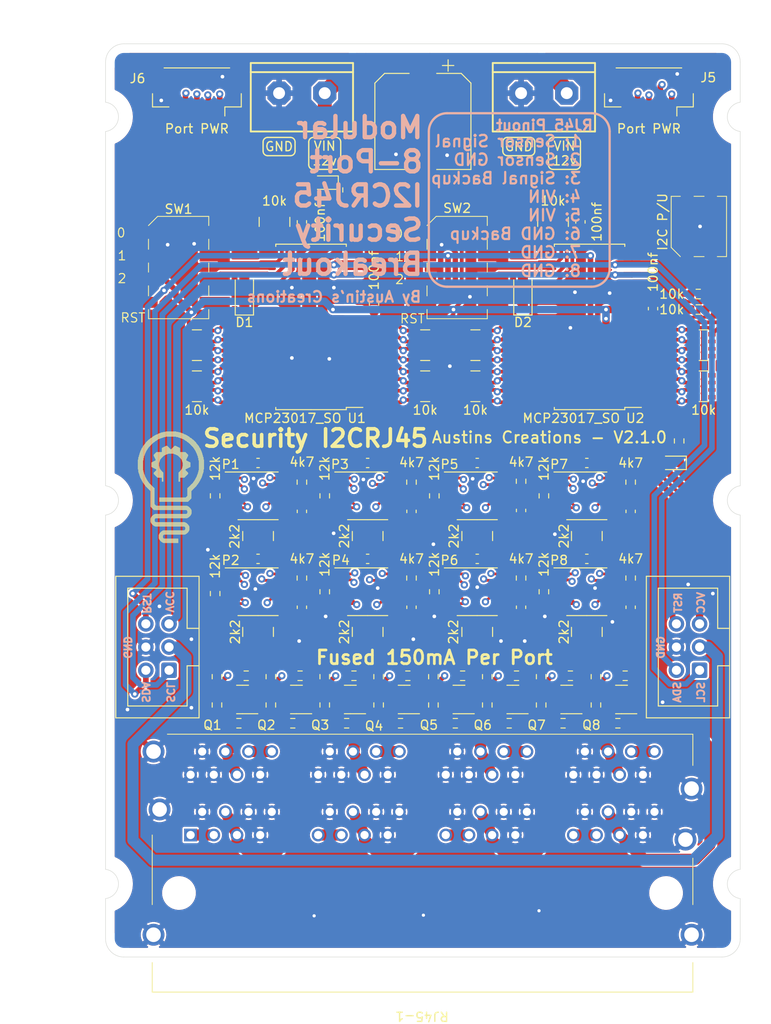
<source format=kicad_pcb>
(kicad_pcb (version 20211014) (generator pcbnew)
  (layers (0 "F.Cu" signal) (1 "In1.Cu" signal) (2 "In2.Cu" signal) (31 "B.Cu" signal) (34 "B.Paste" user) (35 "F.Paste" user) (36 "B.SilkS" user "B.Silkscreen") (37 "F.SilkS" user "F.Silkscreen") (38 "B.Mask" user) (39 "F.Mask" user) (44 "Edge.Cuts" user))
  (net 0 "")
  (net 1 "Net-(C1-Pad1)")
  (net 2 "GNDREF")
  (net 3 "Net-(C2-Pad1)")
  (net 4 "VCC")
  (net 5 "VDD")
  (net 6 "sense1")
  (net 7 "sense2")
  (net 8 "sense3")
  (net 9 "sense4")
  (net 10 "sense5")
  (net 11 "sense6")
  (net 12 "sense7")
  (net 13 "sense8")
  (net 14 "Net-(D2-Pad1)")
  (net 15 "SCL")
  (net 16 "Net-(J1-Pad3)")
  (net 17 "SDA")
  (net 18 "RST")
  (net 19 "Net-(P1-Pad4)")
  (net 20 "Net-(P1-Pad7)")
  (net 21 "Net-(P1-Pad9)")
  (net 22 "Net-(RJ45-1-PadA4)")
  (net 23 "Net-(RJ45-1-PadB4)")
  (net 24 "Net-(RJ45-1-PadC4)")
  (net 25 "Net-(RJ45-1-PadD4)")
  (net 26 "Net-(RJ45-1-PadE4)")
  (net 27 "Net-(RJ45-1-PadF4)")
  (net 28 "Net-(RJ45-1-PadG4)")
  (net 29 "Net-(RJ45-1-PadH4)")
  (net 30 "Net-(RN1-Pad7)")
  (net 31 "Net-(RN1-Pad5)")
  (net 32 "Net-(RN1-Pad6)")
  (net 33 "Net-(RN2-Pad7)")
  (net 34 "Net-(RN2-Pad5)")
  (net 35 "Net-(RN2-Pad6)")
  (net 36 "port3c")
  (net 37 "port3d")
  (net 38 "port3a")
  (net 39 "port3b")
  (net 40 "port7c")
  (net 41 "port7d")
  (net 42 "port7a")
  (net 43 "port7b")
  (net 44 "port4c")
  (net 45 "port4d")
  (net 46 "port4a")
  (net 47 "port4b")
  (net 48 "port8c")
  (net 49 "port8d")
  (net 50 "port8a")
  (net 51 "port8b")
  (net 52 "port1c")
  (net 53 "port1d")
  (net 54 "port1a")
  (net 55 "port1b")
  (net 56 "port5c")
  (net 57 "port5d")
  (net 58 "port5a")
  (net 59 "port5b")
  (net 60 "port2c")
  (net 61 "port2d")
  (net 62 "port2a")
  (net 63 "port2b")
  (net 64 "port6c")
  (net 65 "port6d")
  (net 66 "port6a")
  (net 67 "port6b")
  (net 68 "Net-(P1-Pad11)")
  (net 69 "Net-(P2-Pad7)")
  (net 70 "Net-(P3-Pad11)")
  (net 71 "Net-(P4-Pad7)")
  (net 72 "Net-(P5-Pad11)")
  (net 81 "Net-(P6-Pad7)")
  (net 82 "Net-(P8-Pad7)")
  (net 83 "Net-(P4-Pad11)")
  (net 84 "Net-(P6-Pad11)")
  (net 85 "Net-(P8-Pad11)")
  (net 86 "Net-(Q1-Pad1)")
  (net 87 "Net-(Q2-Pad1)")
  (net 88 "Net-(Q3-Pad1)")
  (net 89 "Net-(Q4-Pad1)")
  (net 90 "Net-(Q5-Pad1)")
  (net 91 "Net-(Q6-Pad1)")
  (net 92 "Net-(Q7-Pad1)")
  (net 93 "Net-(Q8-Pad1)")
  (net 94 "Net-(P2-Pad11)")
  (net 95 "Net-(P2-Pad9)")
  (net 96 "Net-(P2-Pad4)")
  (net 97 "Net-(P3-Pad4)")
  (net 98 "Net-(P3-Pad7)")
  (net 99 "Net-(P3-Pad9)")
  (net 100 "Net-(P4-Pad4)")
  (net 101 "Net-(P4-Pad9)")
  (net 102 "Net-(P5-Pad9)")
  (net 103 "Net-(P5-Pad7)")
  (net 104 "Net-(P5-Pad4)")
  (net 105 "Net-(P6-Pad4)")
  (net 106 "Net-(P6-Pad9)")
  (net 107 "Net-(P7-Pad4)")
  (net 108 "Net-(P7-Pad7)")
  (net 109 "Net-(P7-Pad9)")
  (net 110 "Net-(P7-Pad11)")
  (net 111 "Net-(P8-Pad9)")
  (net 112 "Net-(P8-Pad4)")
  (net 113 "pw1")
  (net 114 "pw2")
  (net 115 "pw3")
  (net 116 "pw4")
  (net 117 "pw6")
  (net 118 "pw8")
  (net 119 "pw5")
  (net 120 "pw7")
  (net 121 "Net-(D1-Pad1)")
  (net 122 "Net-(R33-Pad1)")
  (net 123 "Net-(R34-Pad1)")
  (net 124 "Net-(Q1-Pad3)")
  (net 125 "Net-(Q2-Pad3)")
  (net 126 "Net-(Q3-Pad3)")
  (net 127 "Net-(Q4-Pad3)")
  (net 128 "Net-(Q5-Pad3)")
  (net 129 "Net-(Q6-Pad3)")
  (net 130 "Net-(Q7-Pad3)")
  (net 131 "Net-(Q8-Pad3)")
  (net 132 "Net-(D3-Pad1)")
  (net 133 "Net-(D4-Pad1)")
  (footprint "Resistor_SMD:R_0603_1608Metric" (layer "F.Cu") (at 44 80 -90)
    (fp_text reference "R10" hide)
    (fp_text value "12k")
  )
  (footprint "Package_SO:TSSOP-14_4.4x5mm_P0.65mm" (layer "F.Cu") (at 48.7 80)
    (fp_text reference "P4")
    (fp_text value "LM339" hide)
  )
  (footprint "Fiducial:Fiducial_1mm_Mask2mm" (layer "F.Cu") (at 22 118)
    (fp_text reference "FID3" hide)
    (fp_text value "Fiducial" hide)
  )
  (footprint "Resistor_SMD:R_0603_1608Metric" (layer "F.Cu") (at 44 92.4 90)
    (fp_text reference "R28" hide)
    (fp_text value "10k" hide)
  )
  (footprint "Connector_IDC:IDC-Header_2x03_P2.54mm_Vertical" (layer "F.Cu") (at 85.05 88.6 180)
    (fp_text reference "J1" hide)
    (fp_text value "Conn_02x03_Odd_Even" hide)
  )
  (footprint "Resistor_SMD:R_0603_1608Metric" (layer "F.Cu") (at 44 69.5 -90)
    (fp_text reference "R8" hide)
    (fp_text value "12k")
  )
  (footprint "Resistor_SMD:R_0603_1608Metric" (layer "F.Cu") (at 49.9 92.4 90)
    (fp_text reference "R22" hide)
    (fp_text value "10k" hide)
  )
  (footprint "Capacitor_SMD:C_0603_1608Metric" (layer "F.Cu") (at 72.7 65.9)
    (fp_text reference "C19" hide)
    (fp_text value "100nf" hide)
  )
  (footprint "Resistor_SMD:R_0603_1608Metric" (layer "F.Cu") (at 47.2 89.199989 180)
    (fp_text reference "R27" hide)
    (fp_text value "18k" hide)
  )
  (footprint "Resistor_SMD:R_Array_Convex_4x0603" (layer "F.Cu") (at 72.7 73.9 90)
    (fp_text reference "RN17" hide)
    (fp_text value "2k2")
  )
  (footprint "Resistor_SMD:R_0603_1608Metric" (layer "F.Cu") (at 35.4 89.2 180)
    (fp_text reference "R1" hide)
    (fp_text value "18k" hide)
  )
  (footprint "Resistor_SMD:R_Array_Convex_4x0603" (layer "F.Cu") (at 48.7 73.9 90)
    (fp_text reference "RN13" hide)
    (fp_text value "2k2")
  )
  (footprint "Austins creations:4P_DIP" (layer "F.Cu") (at 58.5 44.5)
    (fp_text reference "SW2")
    (fp_text value "SW_DIP_x04" hide)
  )
  (footprint "Capacitor_SMD:C_0603_1608Metric" (layer "F.Cu") (at 53.5 71.2 -90)
    (fp_text reference "C10" hide)
    (fp_text value "100nf" hide)
  )
  (footprint "Resistor_SMD:R_0603_1608Metric" (layer "F.Cu") (at 77.5 78.5 90)
    (fp_text reference "R17" hide)
    (fp_text value "4k7")
  )
  (footprint "Package_TO_SOT_SMD:SOT-23" (layer "F.Cu") (at 58.7 91.8 180)
    (fp_text reference "Q5")
    (fp_text value "AO3401A" hide)
  )
  (footprint "Package_SO:SOIC-28W_7.5x17.9mm_P1.27mm" (layer "F.Cu") (at 73 51 180)
    (fp_text reference "U2")
    (fp_text value "MCP23017_SO")
  )
  (footprint "Connector_JST:JST_GH_SM05B-GHS-TB_1x05-1MP_P1.25mm_Horizontal" (layer "F.Cu") (at 79.5 25.2 180)
    (fp_text reference "J5")
    (fp_text value "Conn_01x05_MountingPin" hide)
  )
  (footprint "Capacitor_SMD:C_0603_1608Metric" (layer "F.Cu") (at 41.5 81.7 -90)
    (fp_text reference "C7" hide)
    (fp_text value "100nf" hide)
  )
  (footprint "Resistor_SMD:R_0603_1608Metric" (layer "F.Cu") (at 73.7 89.3 -90)
    (fp_text reference "R40" hide)
    (fp_text value "10k" hide)
  )
  (footprint "Resistor_SMD:R_Array_Convex_4x0603" (layer "F.Cu") (at 48.7 84.4 90)
    (fp_text reference "RN14" hide)
    (fp_text value "2k2")
  )
  (footprint "Resistor_SMD:R_0603_1608Metric" (layer "F.Cu") (at 46.5 36 -90)
    (fp_text reference "R35" hide)
    (fp_text value "10k" hide)
  )
  (footprint "Capacitor_SMD:C_0603_1608Metric" (layer "F.Cu") (at 60.7 76.4)
    (fp_text reference "C17" hide)
    (fp_text value "100nf" hide)
  )
  (footprint "Austins creations:2pinblock" (layer "F.Cu") (at 68 25.4 180)
    (fp_text reference "J4" hide)
    (fp_text value "Screw_Terminal_01x02" hide)
  )
  (footprint "Resistor_SMD:R_0603_1608Metric" (layer "F.Cu") (at 65.5 67.9 90)
    (fp_text reference "R11" hide)
    (fp_text value "4k7")
  )
  (footprint "Connector_IDC:IDC-Header_2x03_P2.54mm_Vertical" (layer "F.Cu") (at 26.95 88.6 180)
    (fp_text reference "J2" hide)
    (fp_text value "Conn_02x03_Odd_Even" hide)
  )
  (footprint "Resistor_SMD:R_Array_Convex_4x0603" (layer "F.Cu") (at 30 57.5 180)
    (fp_text reference "RN9" hide)
    (fp_text value "10k")
  )
  (footprint "Resistor_SMD:R_0603_1608Metric" (layer "F.Cu") (at 55.9 92.4 90)
    (fp_text reference "R30" hide)
    (fp_text value "10k" hide)
  )
  (footprint "Resistor_SMD:R_0603_1608Metric" (layer "F.Cu") (at 38.1 92.4 90)
    (fp_text reference "R20" hide)
    (fp_text value "10k" hide)
  )
  (footprint "Capacitor_SMD:C_0603_1608Metric" (layer "F.Cu") (at 41.5 39.5 90)
    (fp_text reference "C1" hide)
    (fp_text value "100nf")
  )
  (footprint "Resistor_SMD:R_0603_1608Metric" (layer "F.Cu") (at 67.7 89.3 -90)
    (fp_text reference "R44" hide)
    (fp_text value "10k" hide)
  )
  (footprint "Resistor_SMD:R_Array_Convex_4x0603" (layer "F.Cu") (at 38.5 39.5 -90)
    (fp_text reference "RN1" hide)
    (fp_text value "10k")
  )
  (footprint "Resistor_SMD:R_0603_1608Metric" (layer "F.Cu") (at 53.5 78.5 90)
    (fp_text reference "R9" hide)
    (fp_text value "4k7")
  )
  (footprint "Capacitor_SMD:C_0603_1608Metric" (layer "F.Cu") (at 72 39.5 90)
    (fp_text reference "C2" hide)
    (fp_text value "100nf")
  )
  (footprint "Resistor_SMD:R_0603_1608Metric" (layer "F.Cu") (at 84.9 49.1 180)
    (fp_text reference "R33" hide)
    (fp_text value "10k")
  )
  (footprint "Resistor_SMD:R_Array_Convex_4x0603" (layer "F.Cu") (at 85.5 53)
    (fp_text reference "RN6" hide)
    (fp_text value "10k" hide)
  )
  (footprint "Fiducial:Fiducial_1mm_Mask2mm" (layer "F.Cu") (at 87.5 118)
    (fp_text reference "FID4" hide)
    (fp_text value "Fiducial" hide)
  )
  (footprint "Resistor_SMD:R_Array_Convex_4x0603" (layer "F.Cu") (at 36.7 84.4 90)
    (fp_text reference "RN12" hide)
    (fp_text value "2k2")
  )
  (footprint "Resistor_SMD:R_0603_1608Metric" (layer "F.Cu") (at 32.2 92.4 90)
    (fp_text reference "R2" hide)
    (fp_text value "10k" hide)
  )
  (footprint "Resistor_SMD:R_Array_Convex_4x0603" (layer "F.Cu") (at 30 53 180)
    (fp_text reference "RN7" hide)
    (fp_text value "10k" hide)
  )
  (footprint "Capacitor_SMD:C_0603_1608Metric" (layer "F.Cu") (at 77.5 81.7 -90)
    (fp_text reference "C20" hide)
    (fp_text value "100nf" hide)
  )
  (footprint "Resistor_SMD:R_0603_1608Metric" (layer "F.Cu") (at 41.5 68 90)
    (fp_text reference "R3" hide)
    (fp_text value "4k7")
  )
  (footprint "Resistor_SMD:R_0603_1608Metric" (layer "F.Cu") (at 65 89.199989 180)
    (fp_text reference "R23" hide)
    (fp_text value "18k" hide)
  )
  (footprint "Package_SO:TSSOP-14_4.4x5mm_P0.65mm" (layer "F.Cu") (at 36.7 80)
    (fp_text reference "P2")
    (fp_text value "LM339" hide)
  )
  (footprint "Capacitor_SMD:C_0603_1608Metric" (layer "F.Cu") (at 53.5 81.7 -90)
    (fp_text reference "C12" hide)
    (fp_text value "100nf" hide)
  )
  (footprint "Capacitor_SMD:C_0603_1608Metric" (layer "F.Cu") (at 36.7 65.9)
    (fp_text reference "C8" hide)
    (fp_text value "100nf" hide)
  )
  (footprint "Resistor_SMD:R_0603_1608Metric" (layer "F.Cu") (at 56 80 -90)
    (fp_text reference "R14" hide)
    (fp_text value "12k")
  )
  (footprint "Package_SO:TSSOP-14_4.4x5mm_P0.65mm" (layer "F.Cu") (at 60.7 80)
    (fp_text reference "P6")
    (fp_text value "LM339" hide)
  )
  (footprint "Resistor_SMD:R_0603_1608Metric" (layer "F.Cu") (at 82.8125 63.4875 90)
    (fp_text reference "R36" hide)
    (fp_text value "4k7" hide)
  )
  (footprint "Capacitor_SMD:C_0603_1608Metric" (layer "F.Cu") (at 65.5 71.1 -90)
    (fp_text reference "C14" hide)
    (fp_text value "100nf" hide)
  )
  (footprint "Package_SO:TSSOP-14_4.4x5mm_P0.65mm" (layer "F.Cu") (at 60.7 69.5)
    (fp_text reference "P5")
    (fp_text value "LM339" hide)
  )
  (footprint "Austins creations:2P_DIP" (layer "F.Cu") (at 85 40 90)
    (fp_text reference "SW5" hide)
    (fp_text value "2P_DIP" hide)
  )
  (footprint "Capacitor_SMD:C_0603_1608Metric" (layer "F.Cu") (at 77.5 71.2 -90)
    (fp_text reference "C18" hide)
    (fp_text value "100nf" hide)
  )
  (footprint "Capacitor_SMD:CP_Elec_10x10" (layer "F.Cu") (at 54.750005 28.499994 -90)
    (fp_text reference "C5" hide)
    (fp_text value "330uf 50v" hide)
  )
  (footprint "Resistor_SMD:R_Array_Convex_4x0603" (layer "F.Cu") (at 36.7 73.9 90)
    (fp_text reference "RN11" hide)
    (fp_text value "2k2")
  )
  (footprint "Resistor_SMD:R_0603_1608Metric" (layer "F.Cu") (at 38.1 89.3 -90)
    (fp_text reference "R37" hide)
    (fp_text value "10k" hide)
  )
  (footprint "Resistor_SMD:R_0603_1608Metric" (layer "F.Cu") (at 77.5 68 90)
    (fp_text reference "R15" hide)
    (fp_text value "4k7")
  )
  (footprint "Resistor_SMD:R_0603_1608Metric" (layer "F.Cu") (at 53.5 68 90)
    (fp_text reference "R7" hide)
    (fp_text value "4k7")
  )
  (footprint "Package_TO_SOT_SMD:SOT-23" (layer "F.Cu") (at 40.9 91.8 180)
    (fp_text reference "Q2")
    (fp_text value "AO3401A" hide)
  )
  (footprint "Resistor_SMD:R_0603_1608Metric" (layer "F.Cu") (at 70.9 89.199989 180)
    (fp_text reference "R31" hide)
    (fp_text value "18k" hide)
  )
  (footprint "Resistor_SMD:R_0603_1608Metric" (layer "F.Cu") (at 55.9 89.3 -90)
    (fp_text reference "R43" hide)
    (fp_text value "10k" hide)
  )
  (footprint "Resistor_SMD:R_0603_1608Metric" (layer "F.Cu") (at 49.9 89.3 -90)
    (fp_text reference "R38" hide)
    (fp_text value "10k" hide)
  )
  (footprint "Capacitor_SMD:C_0603_1608Metric" (layer "F.Cu") (at 60.7 65.9)
    (fp_text reference "C15" hide)
    (fp_text value "100nf" hide)
  )
  (footprint "Package_TO_SOT_SMD:SOT-23" (layer "F.Cu") (at 64.6 91.8 180)
    (fp_text reference "Q6")
    (fp_text value "AO3401A" hide)
  )
  (footprint "Resistor_SMD:R_Array_Convex_4x0603" (layer "F.Cu") (at 55 53)
    (fp_text reference "RN5" hide)
    (fp_text value "10k" hide)
  )
  (footprint "Resistor_SMD:R_0603_1608Metric" (layer "F.Cu") (at 56 69.5 -90)
    (fp_text reference "R12" hide)
    (fp_text value "12k")
  )
  (footprint "LED_SMD:LED_0603_1608Metric" (layer "F.Cu") (at 44 35.2 180)
    (fp_text reference "D3" hide)
    (fp_text value "red/yellow" hide)
  )
  (footprint "Package_TO_SOT_SMD:SOT-23" (layer "F.Cu") (at 46.8 91.8 180)
    (fp_text reference "Q3")
    (fp_text value "AO3401A" hide)
  )
  (footprint "Package_SO:SOIC-28W_7.5x17.9mm_P1.27mm" (layer "F.Cu") (at 42.5 51 180)
    (fp_text reference "U1")
    (fp_text value "MCP23017_SO")
  )
  (footprint "Resistor_SMD:R_Array_Convex_4x0603" (layer "F.Cu") (at 69 39.5 -90)
    (fp_text reference "RN2" hide)
    (fp_text value "10k")
  )
  (footprint "Resistor_SMD:R_Array_Convex_4x0603" (layer "F.Cu") (at 60.7 73.9 90)
    (fp_text reference "RN15" hide)
    (fp_text value "2k2")
  )
  (footprint "Resistor_SMD:R_0603_1608Metric" (layer "F.Cu") (at 46.4 94.399989 180)
    (fp_text reference "TH3" hide)
    (fp_text value "Fuse_PTC" hide)
  )
  (footprint "Capacitor_SMD:C_0603_1608Metric" (layer "F.Cu") (at 79.95 49 -90)
    (fp_text reference "C4" hide)
    (fp_text value "100nf")
  )
  (footprint "Resistor_SMD:R_0603_1608Metric" (layer "F.Cu") (at 44 89.3 -90)
    (fp_text reference "R42" hide)
    (fp_text value "10k" hide)
  )
  (footprint "Resistor_SMD:R_Array_Convex_4x0603" (layer "F.Cu") (at 60.7 84.4 90)
    (fp_text reference "RN16" hide)
    (fp_text value "2k2")
  )
  (footprint "Package_SO:TSSOP-14_4.4x5mm_P0.65mm" (layer "F.Cu") (at 36.7 69.5)
    (fp_text reference "P1")
    (fp_text value "LM339" hide)
  )
  (footprint "Resistor_SMD:R_Array_Convex_4x0603" (layer "F.Cu") (at 60.5 53 180)
    (fp_text reference "RN8" hide)
    (fp_text value "10k" hide)
  )
  (footprint "Resistor_SMD:R_0603_1608Metric" (layer "F.Cu") (at 40.5 94.399989)
    (fp_text reference "TH2" hide)
    (fp_text value "Fuse_PTC" hide)
  )
  (footprint "Resistor_SMD:R_0603_1608Metric" (layer "F.Cu") (at 70.1 94.399989 180)
    (fp_text reference "TH7" hide)
    (fp_text value "Fuse_PTC" hide)
  )
  (footprint "Resistor_SMD:R_Array_Convex_4x0603" (layer "F.Cu") (at 55 57.5)
    (fp_text reference "RN3" hide)
    (fp_text value "10k")
  )
  (footprint "Resistor_SMD:R_0603_1608Metric" (layer "F.Cu") (at 58.3 94.399989 180)
    (fp_text reference "TH5" hide)
    (fp_text value "Fuse_PTC" hide)
  )
  (footprint "Package_SO:TSSOP-14_4.4x5mm_P0.65mm" (layer "F.Cu") (at 72.7 80)
    (fp_text reference "P8")
    (fp_text value "LM339" hide)
  )
  (footprint "Package_TO_SOT_SMD:SOT-23" (layer "F.Cu") (at 35 91.8 180)
    (fp_text reference "Q1")
    (fp_text value "AO3401A" hide)
  )
  (footprint "Resistor_SMD:R_Array_Convex_4x0603" (layer "F.Cu") (at 85.5 57.5)
    (fp_text reference "RN4" hide)
    (fp_text value "10k")
  )
  (footprint "Capacitor_SMD:C_0603_1608Metric" (layer "F.Cu") (at 48.7 65.9)
    (fp_text reference "C11" hide)
    (fp_text value "100nf" hide)
  )
  (footprint "Resistor_SMD:R_0603_1608Metric" (layer "F.Cu") (at 67.7 92.4 90)
    (fp_text reference "R32" hide)
    (fp_text value "10k" hide)
  )
  (footprint "Fiducial:Fiducial_1mm_Mask2mm" (layer "F.Cu") (at 22 22)
    (fp_text reference "FID1" hide)
    (fp_text value "Fiducial" hide)
  )
  (footprint "Package_TO_SOT_SMD:SOT-23" (layer "F.Cu") (at 70.5 91.8 180)
    (fp_text reference "Q7")
    (fp_text value "AO3401A" hide)
  )
  (footprint "Resistor_SMD:R_0603_1608Metric" (layer "F.Cu") (at 64.2 94.399989)
    (fp_text reference "TH6" hide)
    (fp_text value "Fuse_PTC" hide)
  )
  (footprint "Resistor_SMD:R_0603_1608Metric" (layer "F.Cu") (at 76.9 89.199989 180)
    (fp_text reference "R25" hide)
    (fp_text value "18k" hide)
  )
  (footprint "Resistor_SMD:R_0603_1608Metric" (layer "F.Cu") (at 59.1 89.199989 180)
    (fp_text reference "R29" hide)
    (fp_text value "18k" hide)
  )
  (footprint "Resistor_SMD:R_0603_1608Metric" (layer "F.Cu") (at 84.9 47.4 180)
    (fp_text reference "R34" hide)
    (fp_text value "10k")
  )
  (footprint "Austins creations:2pinblock" (layer "F.Cu") (at 41.5 25.4 180)
    (fp_text reference "J3" hide)
    (fp_text value "Screw_Terminal_01x02" hide)
  )
  (footprint "Resistor_SMD:R_0603_1608Metric" (layer "F.Cu") (at 68 69.5 -90)
    (fp_text reference "R16" hide)
    (fp_text value "12k")
  )
  (footprint "Capacitor_SMD:C_0603_1608Metric" (layer "F.Cu") (at 48.7 76.4)
    (fp_text reference "C13" hide)
    (fp_text value "100nf" hide)
  )
  (footprint "Resistor_SMD:R_Array_Convex_4x0603" (layer "F.Cu") (at 72.7 84.4 90)
    (fp_text reference "RN18" hide)
    (fp_text value "2k2")
  )
  (footprint "Resistor_SMD:R_0603_1608Metric" (layer "F.Cu") (at 41.299994 89.199988 180)
    (fp_text reference "R19" hide)
    (fp_text value "18k" hide)
  )
  (footprint "Resistor_SMD:R_0603_1608Metric" (layer "F.Cu") (at 32 80.2 -90)
    (fp_text reference "R6" hide)
    (fp_text value "12k")
  )
  (footprint "Resistor_SMD:R_Array_Convex_4x0603" (layer "F.Cu") (at 60.5 57.5 180)
    (fp_text reference "RN10" hide)
    (fp_text value "10k")
  )
  (footprint "Resistor_SMD:R_0603_1608Metric" (layer "F.Cu") (at 53.1 89.199989 180)
    (fp_text reference "R21" hide)
    (fp_text value "18k" hide)
  )
  (footprint "Resistor_SMD:R_0603_1608Metric" (layer "F.Cu") (at 61.8 92.4 90)
    (fp_text reference "R24" hide)
    (fp_text value "10k" hide)
  )
  (footprint "Capacitor_SMD:C_0603_1608Metric" (layer "F.Cu") (at 41.5 71.2 -90)
    (fp_text reference "C6" hide)
    (fp_text value "100nf" hide)
  )
  (footprint "Austins creations:R-RJ45R08P-8000" (layer "F.Cu") (at 54.649992 116.199996 180)
    (fp_text reference "RJ45-1")
    (fp_text value "R-RJ45R08P-8000" hide)
  )
  (footprint "Austins creations:4P_DIP" (layer "F.Cu") (at 28 44.5)
    (fp_text reference "SW1")
    (fp_text value "SW_DIP_x04" hide)
  )
  (footprint "logos:Creations logo med" (layer "F.Cu") (at 27.2 66.1)
    (fp_text reference "LOGO1" hide)
    (fp_text value "Creations_logo_med" hide)
  )
  (footprint "Resistor_SMD:R_0603_1608Metric" (layer "F.Cu") (at 34.6 94.399989 180)
    (fp_text reference "TH1" hide)
    (fp_text value "Fuse_PTC" hide)
  )
  (footprint "Resistor_SMD:R_0603_1608Metric" (layer "F.Cu") (at 68 80 -90)
    (fp_text reference "R18" hide)
    (fp_text value "12k")
  )
  (footprint "Resistor_SMD:R_0603_1608Metric" (layer "F.Cu") (at 32 69.5 -90)
    (fp_text reference "R5" hide)
    (fp_text value "12k")
  )
  (footprint "Capacitor_SMD:C_0603_1608Metric" (layer "F.Cu") (at 36.7 76.4)
    (fp_text reference "C9" hide)
    (fp_text value "100nf" hide)
  )
  (footprint "Fiducial:Fiducial_1mm_Mask2mm" (layer "F.Cu") (at 87.5 22)
    (fp_text reference "FID2" hide)
    (fp_text value "Fiducial" hide)
  )
  (footprint "Resistor_SMD:R_0603_1608Metric" (layer "F.Cu") (at 73.7 92.4 90)
    (fp_text reference "R26" hide)
    (fp_text value "10k" hide)
  )
  (footprint "Capacitor_SMD:C_0603_1608Metric" (layer "F.Cu") (at 72.7 76.4)
    (fp_text reference "C21" hide)
    (fp_text value "100nf" hide)
  )
  (footprint "Package_TO_SOT_SMD:SOT-23" (layer "F.Cu") (at 76.5 91.8 180)
    (fp_text reference "Q8")
    (fp_text value "AO3401A" hide)
  )
  (footprint "Package_SO:TSSOP-14_4.4x5mm_P0.65mm" (layer "F.Cu") (at 72.7 69.5)
    (fp_text reference "P7")
    (fp_text value "LM339" hide)
  )
  (footprint "Resistor_SMD:R_0603_1608Metric" (layer "F.Cu") (at 32.2 89.3 -90)
    (fp_text reference "R41" hide)
    (fp_text value "10k" hide)
  )
  (footprint "Resistor_SMD:R_0603_1608Metric" (layer "F.Cu") (at 52.3 94.399989)
    (fp_text reference "TH4" hide)
    (fp_text value "Fuse_PTC" hide)
  )
  (footprint "Resistor_SMD:R_0603_1608Metric" (layer "F.Cu") (at 65.5 78.5 90)
    (fp_text reference "R13" hide)
    (fp_text value "4k7")
  )
  (footprint "Diode_SMD:D_SOD-123F" (layer "F.Cu") (at 35.2 47.5 90)
    (fp_text reference "D1")
    (fp_text value "SM4007" hide)
  )
  (footprint "Connector_JST:JST_GH_SM05B-GHS-TB_1x05-1MP_P1.25mm_Horizontal" (layer "F.Cu") (at 30 25.2 180)
    (fp_text reference "J6")
    (fp_text value "Conn_01x05_MountingPin" hide)
  )
  (footprint "Package_TO_SOT_SMD:SOT-23" (layer "F.Cu") (at 52.7 91.8 180)
    (fp_text reference "Q4")
    (fp_text value "AO3401A" hide)
  )
  (footprint "Capacitor_SMD:C_0603_1608Metric" (layer "F.Cu") (at 65.5 81.7 -90)
    (fp_text reference "C16" hide)
    (fp_text value "100nf" hide)
  )
  (footprint "Capacitor_SMD:C_0603_1608Metric" (layer "F.Cu") (at 49.4 48.5 -90)
    (fp_text reference "C3" hide)
    (fp_text value "100nf")
  )
  (footprint "Resistor_SMD:R_0603_1608Metric" (layer "F.Cu") (at 76.1 94.399989)
    (fp_text reference "TH8" hide)
    (fp_text value "Fuse_PTC" hide)
  )
  (footprint "Resistor_SMD:R_0603_1608Metric" (layer "F.Cu") (at 61.8 89.3 -90)
    (fp_text reference "R39" hide)
    (fp_text value "10k" hide)
  )
  (footprint "Package_SO:TSSOP-14_4.4x5mm_P0.65mm" (layer "F.Cu") (at 48.7 69.5)
    (fp_text reference "P3")
    (fp_text value "LM339" hide)
  )
  (footprint "Diode_SMD:D_SOD-123F" (layer "F.Cu") (at 65.7 47.5 90)
    (fp_text reference "D2")
    (fp_text value "SM4007" hide)
  )
  (footprint "Resistor_SMD:R_0603_1608Metric" (layer "F.Cu") (at 41.5 78.5 90)
    (fp_text reference "R4" hide)
    (fp_text value "4k7")
  )
  (footprint "LED_SMD:LED_0603_1608Metric" (layer "F.Cu") (at 82.1125 65.8875 180)
    (fp_text reference "D4" hide)
    (fp_text value "blue" hide)
  )
  (gr_line (start 57.4 27.6) (end 73.2 27.6) (layer "B.SilkS") (width 0.254))
  (gr_line (start 75.2 29.6) (end 75.2 44.6) (layer "B.SilkS") (width 0.254))
  (gr_arc (start 57.4 46.6) (mid 55.985786 46.014214) (end 55.4 44.6) (layer "B.SilkS") (width 0.254))
  (gr_arc (start 75.2 44.6) (mid 74.614214 46.014214) (end 73.2 46.6) (layer "B.SilkS") (width 0.254))
  (gr_line (start 55.4 44.6) (end 55.4 29.6) (layer "B.SilkS") (width 0.254))
  (gr_arc (start 55.4 29.6) (mid 55.985786 28.185786) (end 57.4 27.6) (layer "B.SilkS") (width 0.254))
  (gr_line (start 73.2 46.6) (end 57.4 46.6) (layer "B.SilkS") (width 0.254))
  (gr_arc (start 73.2 27.6) (mid 74.614214 28.185786) (end 75.2 29.6) (layer "B.SilkS") (width 0.254))
  (gr_arc (start 37.25 30.75) (mid 37.396447 30.396447) (end 37.75 30.25) (layer "F.SilkS") (width 0.15))
  (gr_line (start 45.75 30.75) (end 45.75 33.25) (layer "F.SilkS") (width 0.15))
  (gr_arc (start 40.25 30.25) (mid 40.603553 30.396447) (end 40.75 30.75) (layer "F.SilkS") (width 0.15))
  (gr_arc (start 42.25 30.75) (mid 42.396447 30.396447) (end 42.75 30.25) (layer "F.SilkS") (width 0.15))
  (gr_arc (start 72 33.25) (mid 71.853553 33.603553) (end 71.5 33.75) (layer "F.SilkS") (width 0.15))
  (gr_line (start 67 30.75) (end 67 31.75) (layer "F.SilkS") (width 0.15))
  (gr_line (start 40.25 30.25) (end 37.75 30.25) (layer "F.SilkS") (width 0.15))
  (gr_line (start 63.5 30.75) (end 63.5 31.75) (layer "F.SilkS") (width 0.15))
  (gr_arc (start 64 32.25) (mid 63.646447 32.103553) (end 63.5 31.75) (layer "F.SilkS") (width 0.15))
  (gr_line (start 72 30.75) (end 72 33.25) (layer "F.SilkS") (width 0.15))
  (gr_arc (start 71.5 30.25) (mid 71.853553 30.396447) (end 72 30.75) (layer "F.SilkS") (width 0.15))
  (gr_arc (start 45.75 33.25) (mid 45.603553 33.603553) (end 45.25 33.75) (layer "F.SilkS") (width 0.15))
  (gr_line (start 68.5 33.25) (end 68.5 30.75) (layer "F.SilkS") (width 0.15))
  (gr_arc (start 69 33.75) (mid 68.646447 33.603553) (end 68.5 33.25) (layer "F.SilkS") (width 0.15))
  (gr_arc (start 63.5 30.75) (mid 63.646447 30.396447) (end 64 30.25) (layer "F.SilkS") (width 0.15))
  (gr_line (start 66.5 32.25) (end 64 32.25) (layer "F.SilkS") (width 0.15))
  (gr_line (start 71.5 33.75) (end 69 33.75) (layer "F.SilkS") (width 0.15))
  (gr_arc (start 66.5 30.25) (mid 66.853553 30.396447) (end 67 30.75) (layer "F.SilkS") (width 0.15))
  (gr_line (start 40.75 30.75) (end 40.75 31.75) (layer "F.SilkS") (width 0.15))
  (gr_line (start 42.25 33.25) (end 42.25 30.75) (layer "F.SilkS") (width 0.15))
  (gr_line (start 69 30.25) (end 71.5 30.25) (layer "F.SilkS") (width 0.15))
  (gr_line (start 37.25 30.75) (end 37.25 31.75) (layer "F.SilkS") (width 0.15))
  (gr_arc (start 67 31.75) (mid 66.853553 32.103553) (end 66.5 32.25) (layer "F.SilkS") (width 0.15))
  (gr_line (start 40.25 32.25) (end 37.75 32.25) (layer "F.SilkS") (width 0.15))
  (gr_arc (start 37.75 32.25) (mid 37.396447 32.103553) (end 37.25 31.75) (layer "F.SilkS") (width 0.15))
  (gr_arc (start 45.25 30.25) (mid 45.603553 30.396447) (end 45.75 30.75) (layer "F.SilkS") (width 0.15))
  (gr_arc (start 40.75 31.75) (mid 40.603553 32.103553) (end 40.25 32.25) (layer "F.SilkS") (width 0.15))
  (gr_arc (start 68.5 30.75) (mid 68.646447 30.396447) (end 69 30.25) (layer "F.SilkS") (width 0.15))
  (gr_line (start 42.75 30.25) (end 45.25 30.25) (layer "F.SilkS") (width 0.15))
  (gr_line (start 66.5 30.25) (end 64 30.25) (layer "F.SilkS") (width 0.15))
  (gr_arc (start 42.75 33.75) (mid 42.396447 33.603553) (end 42.25 33.25) (layer "F.SilkS") (width 0.15))
  (gr_line (start 45.25 33.75) (end 42.75 33.75) (layer "F.SilkS") (width 0.15))
  (gr_arc (start 20 110.4) (mid 21.41183 112) (end 20 113.6) (layer "Edge.Cuts") (width 0.05))
  (gr_arc (start 89.5 29.6) (mid 88.08817 28) (end 89.5 26.4) (layer "Edge.Cuts") (width 0.05))
  (gr_line (start 89.5 22) (end 89.5 26.4) (layer "Edge.Cuts") (width 0.05))
  (gr_line (start 87.5 120) (end 22 120) (layer "Edge.Cuts") (width 0.05))
  (gr_line (start 89.5 71.6) (end 89.5 110.4) (layer "Edge.Cuts") (width 0.05))
  (gr_line (start 20 22) (end 20 26.4) (layer "Edge.Cuts") (width 0.05))
  (gr_line (start 89.5 113.6) (end 89.5 118) (layer "Edge.Cuts") (width 0.05))
  (gr_line (start 20 118) (end 20 113.6) (layer "Edge.Cuts") (width 0.05))
  (gr_line (start 89.5 68.4) (end 89.5 29.6) (layer "Edge.Cuts") (width 0.05))
  (gr_arc (start 20 68.4) (mid 21.41183 70) (end 20 71.6) (layer "Edge.Cuts") (width 0.05))
  (gr_arc (start 89.5 113.6) (mid 88.08817 112) (end 89.5 110.4) (layer "Edge.Cuts") (width 0.05))
  (gr_arc (start 89.5 71.6) (mid 88.08817 70) (end 89.5 68.4) (layer "Edge.Cuts") (width 0.05))
  (gr_line (start 22 20) (end 87.5 20) (layer "Edge.Cuts") (width 0.05))
  (gr_arc (start 87.5 20) (mid 88.914214 20.585786) (end 89.5 22) (layer "Edge.Cuts") (width 0.05))
  (gr_arc (start 89.5 118) (mid 88.914214 119.414214) (end 87.5 120) (layer "Edge.Cuts") (width 0.05))
  (gr_line (start 20 29.6) (end 20 68.4) (layer "Edge.Cuts") (width 0.05))
  (gr_arc (start 20 26.4) (mid 21.41183 28) (end 20 29.6) (layer "Edge.Cuts") (width 0.05))
  (gr_line (start 20 71.6) (end 20 110.4) (layer "Edge.Cuts") (width 0.05))
  (gr_arc (start 20 22) (mid 20.585786 20.585786) (end 22 20) (layer "Edge.Cuts") (width 0.05))
  (gr_arc (start 22 120) (mid 20.585786 119.414214) (end 20 118) (layer "Edge.Cuts") (width 0.05))
  (gr_text "RJ45 Pinout" (at 73.5 29.6) (layer "B.SilkS") (effects (font (size 1.148 1.148) (thickness 0.252)) (justify left bottom mirror)))
  (gr_text "Modular\n8-Port\nI2CRJ45\nSecurity\nBreakout" (at 55 45.5) (layer "B.SilkS") (effects (font (size 2.324 2.324) (thickness 0.476)) (justify left bottom mirror)))
  (gr_text "SCL" (at 85.2 91 90) (layer "B.SilkS") (effects (font (size 0.8 0.8) (thickness 0.2)) (justify mirror)))
  (gr_text "SDA" (at 24.4 91 -90) (layer "B.SilkS") (effects (font (size 0.8 0.8) (thickness 0.2)) (justify mirror)))
  (gr_text "VCC" (at 85.2 81.2 90) (layer "B.SilkS") (effects (font (size 0.8 0.8) (thickness 0.2)) (justify mirror)))
  (gr_text "SDA" (at 82.6 91 90) (layer "B.SilkS") (effects (font (size 0.8 0.8) (thickness 0.2)) (justify mirror)))
  (gr_text "By Austin's Creations" (at 54.7 48.4) (layer "B.SilkS") (effects (font (size 1.180592 1.180592) (thickness 0.241808)) (justify left bottom mirror)))
  (gr_text "RST" (at 24.5 81.3 270) (layer "B.SilkS") (effects (font (size 0.8 0.8) (thickness 0.2)) (justify mirror)))
  (gr_text "RST" (at 82.7 81.2 90) (layer "B.SilkS") (effects (font (size 0.8 0.8) (thickness 0.2)) (justify mirror)))
  (gr_text "GND" (at 22.4 86.1 270) (layer "B.SilkS") (effects (font (size 0.8 0.8) (thickness 0.2)) (justify mirror)))
  (gr_text "GND" (at 80.8 86.1 90) (layer "B.SilkS") (effects (font (size 0.8 0.8) (thickness 0.2)) (justify mirror)))
  (gr_text "1: Sensor Signal\n2: Sensor GND\n3: Signal Backup\n4: VIN\n5: VIN\n6: GND Backup\n7: GND\n8: GND" (at 72.200001 45.600012) (layer "B.SilkS") (effects (font (size 1.26 1.26) (thickness 0.24)) (justify left bottom mirror)))
  (gr_text "SCL" (at 27.1 91 270) (layer "B.SilkS") (effects (font (size 0.8 0.8) (thickness 0.2)) (justify mirror)))
  (gr_text "VCC" (at 27 81.1 270) (layer "B.SilkS") (effects (font (size 0.8 0.8) (thickness 0.2)) (justify mirror)))
  (gr_text "GND" (at 39 31.25) (layer "F.SilkS") (effects (font (size 1 1))))
  (gr_text "RST" (at 23 50) (layer "F.SilkS") (effects (font (size 1 1) (thickness 0.125))))
  (gr_text "GND" (at 65.25 31.25) (layer "F.SilkS") (effects (font (size 1 1))))
  (gr_text "Security I2CRJ45" (at 43 63.2) (layer "F.SilkS") (effects (font (size 1.909 1.909) (thickness 0.391))))
  (gr_text "I2C P/U" (at 81 39.5 90) (layer "F.SilkS") (effects (font (size 1 1))))
  (gr_text "VIN\n12v" (at 70.25 32) (layer "F.SilkS") (effects (font (size 1 1))))
  (gr_text "VIN\n12v" (at 44 32) (layer "F.SilkS") (effects (font (size 1 1))))
  (gr_text "Port PWR" (at 30 29.3) (layer "F.SilkS") (effects (font (size 1 1))))
  (gr_text "2" (at 52.2 45.8) (layer "F.SilkS") (effects (font (size 1 1) (thickness 0.125))))
  (gr_text "1" (at 21.8 43.2) (layer "F.SilkS") (effects (font (size 1 1) (thickness 0.125))))
  (gr_text "Fused 150mA Per Port" (at 55.99999 87.2) (layer "F.SilkS") (effects (font (size 1.5 1.5) (thickness 0.3))))
  (gr_text "0" (at 52.1 40.8) (layer "F.SilkS") (effects (font (size 1 1) (thickness 0.125))))
  (gr_text "Austins Creations - V2.1.0" (at 68.6 63.1) (layer "F.SilkS") (effects (font (size 1.25 1.25) (thickness 0.2))))
  (gr_text "Port PWR" (at 79.5 29.3) (layer "F.SilkS") (effects (font (size 1 1))))
  (gr_text "2" (at 21.8 45.7) (layer "F.SilkS") (effects (font (size 1 1) (thickness 0.125))))
  (gr_text "1" (at 52.2 43.3) (layer "F.SilkS") (effects (font (size 1 1) (thickness 0.125))))
  (gr_text "RST" (at 53.6 50.1) (layer "F.SilkS") (effects (font (size 1 1) (thickness 0.125))))
  (gr_text "0" (at 21.7 40.7) (layer "F.SilkS") (effects (font (size 1 1) (thickness 0.125))))
  (segment (start 39.7 40.4) (end 39.7 41.074536) (width 0.4064) (layer "F.Cu") (net 1))
  (segment (start 37.85 46.555) (end 35.655 46.555) (width 0.4064) (layer "F.Cu") (net 1))
  (segment (start 35.655 46.555) (end 35.2 46.1) (width 0.4064) (layer "F.Cu") (net 1))
  (segment (start 41.375 40.4) (end 41.5 40.275) (width 0.4064) (layer "F.Cu") (net 1))
  (segment (start 39.7 41.074536) (end 40.51184 41.886376) (width 0.4064) (layer "F.Cu") (net 1))
  (segment (start 39.7 40.4) (end 41.375 40.4) (width 0.4064) (layer "F.Cu") (net 1))
  (segment (start 40.51184 44.68816) (end 38.645 46.555) (width 0.4064) (layer "F.Cu") (net 1))
  (segment (start 40.51184 41.886376) (end 40.51184 44.68816) (width 0.4064) (layer "F.Cu") (net 1))
  (segment (start 38.645 46.555) (end 37.85 46.555) (width 0.4064) (layer "F.Cu") (net 1))
  (via (at 29.4 85.2) (size 0.8) (drill 0.4) (layers "F.Cu" "B.Cu") (net 2))
  (via (at 70.9 51.1) (size 0.8) (drill 0.4) (layers "F.Cu" "B.Cu") (net 2))
  (via (at 83.8 79.2) (size 0.8) (drill 0.4) (layers "F.Cu" "B.Cu") (net 2))
  (via (at 63.3 85.4) (size 0.8) (drill 0.4) (layers "F.Cu" "B.Cu") (net 2))
  (via (at 85.1 40) (size 0.8) (drill 0.4) (layers "F.Cu" "B.Cu") (net 2))
  (via (at 55.9 74.8) (size 0.8) (drill 0.4) (layers "F.Cu" "B.Cu") (net 2))
  (via (at 73.6 79.6) (size 0.8) (drill 0.4) (layers "F.Cu" "B.Cu") (net 2))
  (via (at 22.4 92.9) (size 0.8) (drill 0.4) (layers "F.Cu" "B.Cu") (net 2))
  (via (at 72.3 67.9) (size 0.8) (drill 0.4) (layers "F.Cu" "B.Cu") (net 2))
  (via (at 75.5 83.3) (size 0.8) (drill 0.4) (layers "F.Cu" "B.Cu") (net 2))
  (via (at 82.6 23.3) (size 0.8) (drill 0.4) (layers "F.Cu" "B.Cu") (net 2))
  (via (at 32.8 23.6) (size 0.8) (drill 0.4) (layers "F.Cu" "B.Cu") (net 2))
  (via (at 69.2 73.7) (size 0.8) (drill 0.4) (layers "F.Cu" "B.Cu") (net 2))
  (via (at 59.9 47.7) (size 0.8) (drill 0.4) (layers "F.Cu" "B.Cu") (net 2))
  (via (at 67.465 114.935) (size 0.7564) (drill 0.35) (layers "F.Cu" "B.Cu") (net 2))
  (via (at 81 92.1) (size 0.8) (drill 0.4) (layers "F.Cu" "B.Cu") (net 2))
  (via (at 31.2 75.4) (size 0.8) (drill 0.4) (layers "F.Cu" "B.Cu") (net 2))
  (via (at 56 82.7) (size 0.8) (drill 0.4) (layers "F.Cu" "B.Cu") (net 2))
  (via (at 71.4 47.2) (size 0.8) (drill 0.4) (layers "F.Cu" "B.Cu") (net 2))
  (via (at 57.7 55.3) (size 0.8) (drill 0.4) (layers "F.Cu" "B.Cu") (net 2))
  (via (at 42.84 115.49) (size 0.7564) (drill 0.35) (layers "F.Cu" "B.Cu") (net 2))
  (via (at 49.8 79.6) (size 0.8) (drill 0.4) (layers "F.Cu" "B.Cu") (net 2))
  (via (at 26.8 42) (size 0.8) (drill 0.4) (layers "F.Cu" "B.Cu") (net 2))
  (via (at 54.805 115.42) (size 0.7564) (drill 0.35) (layers "F.Cu" "B.Cu") (net 2))
  (via (at 44.97606 73.6) (size 0.8) (drill 0.4) (layers "F.Cu" "B.Cu") (net 2))
  (via (at 25.9 81.6) (size 0.8) (drill 0.4) (layers "F.Cu" "B.Cu") (net 2))
  (via (at 56.8 42) (size 0.8) (drill 0.4) (layers "F.Cu" "B.Cu") (net 2))
  (via (at 29.4 92.7) (size 0.8) (drill 0.4) (layers "F.Cu" "B.Cu") (net 2))
  (via (at 86.5 80.2) (size 0.8) (drill 0.4) (layers "F.Cu" "B.Cu") (net 2))
  (via (at 75.2 47.3) (size 0.8) (drill 0.4) (layers "F.Cu" "B.Cu") (net 2))
  (via (at 53.7 85.2) (size 0.8) (drill 0.4) (layers "F.Cu" "B.Cu") (net 2))
  (via (at 26.1 26.2) (size 0.8) (drill 0.4) (layers "F.Cu" "B.Cu") (net 2))
  (via (at 57.4 32.2) (size 0.8) (drill 0.4) (layers "F.Cu" "B.Cu") (net 2))
  (via (at 41.2 85.4) (size 0.8) (drill 0.4) (layers "F.Cu" "B.Cu") (net 2))
  (via (at 29.7 41.9) (size 0.8) (drill 0.4) (layers "F.Cu" "B.Cu") (net 2))
  (via (at 36.203115 67.599709) (size 0.8) (drill 0.4) (layers "F.Cu" "B.Cu") (net 2))
  (via (at 40.4 54.4) (size 0.8) (drill 0.4) (layers "F.Cu" "B.Cu") (net 2))
  (via (at 51.8 32.1) (size 0.8) (drill 0.4) (layers "F.Cu" "B.Cu") (net 2))
  (via (at 60.7 79.5) (size 0.8) (drill 0.4) (layers "F.Cu" "B.Cu") (net 2))
  (via (at 48.23077 67.704734) (size 0.8) (drill 0.4) (layers "F.Cu" "B.Cu") (net 2))
  (via (at 44.1 82.7) (size 0.8) (drill 0.4) (layers "F.Cu" "B.Cu") (net 2))
  (via (at 60.2 67.628682) (size 0.8) (drill 0.4) (layers "F.Cu" "B.Cu") (net 2))
  (via (at 40.4 46.7) (size 0.8) (drill 0.4) (layers "F.Cu" "B.Cu") (net 2))
  (via (at 68.1 82.7) (size 0.8) (drill 0.4) (layers "F.Cu" "B.Cu") (net 2))
  (via (at 45 46.7) (size 0.8) (drill 0.4) (layers "F.Cu" "B.Cu") (net 2))
  (via (at 65.9 85.4) (size 0.8) (drill 0.4) (layers "F.Cu" "B.Cu") (net 2))
  (via (at 36.4 79.7) (size 0.8) (drill 0.4) (layers "F.Cu" "B.Cu") (net 2))
  (via (at 75.3 26.2) (size 0.8) (drill 0.4) (layers "F.Cu" "B.Cu") (net 2))
  (via (at 44.5 54.5) (size 0.8) (drill 0.4) (layers "F.Cu" "B.Cu") (net 2))
  (segment (start 66.155 46.555) (end 65.7 46.1) (width 0.4064) (layer "F.Cu") (net 3))
  (segment (start 71.11184 44.34506) (end 71.11184 41.89804) (width 0.4064) (layer "F.Cu") (net 3))
  (segment (start 68.35 46.555) (end 66.155 46.555) (width 0.4064) (layer "F.Cu") (net 3))
  (segment (start 68.9019 46.555) (end 71.11184 44.34506) (width 0.4064) (layer "F.Cu") (net 3))
  (segment (start 71.875 40.4) (end 72 40.275) (width 0.4064) (layer "F.Cu") (net 3))
  (segment (start 70.2 40.9862) (end 70.2 40.4) (width 0.4064) (layer "F.Cu") (net 3))
  (segment (start 70.2 40.4) (end 71.875 40.4) (width 0.4064) (layer "F.Cu") (net 3))
  (segment (start 68.35 46.555) (end 68.9019 46.555) (width 0.4064) (layer "F.Cu") (net 3))
  (segment (start 71.11184 41.89804) (end 70.2 40.9862) (width 0.4064) (layer "F.Cu") (net 3))
  (segment (start 55.9 56.3) (end 59.6 56.3) (width 0.4064) (layer "F.Cu") (net 4))
  (segment (start 56.9 39.5) (end 55.71 40.69) (width 0.4064) (layer "F.Cu") (net 4))
  (segment (start 83.73 36.05) (end 86.27 36.05) (width 0.4064) (layer "F.Cu") (net 4))
  (segment (start 59.6 52.6) (end 59.6 53.4) (width 0.4064) (layer "F.Cu") (net 4))
  (segment (start 54.55 43.23) (end 54.55 40.69) (width 0.4064) (layer "F.Cu") (net 4))
  (segment (start 58.997289 47.632495) (end 58.997289 46.967505) (width 0.4064) (layer "F.Cu") (net 4))
  (segment (start 58.1 49.1) (end 59 48.2) (width 0.4064) (layer "F.Cu") (net 4))
  (segment (start 59 46.964794) (end 59 42.6) (width 0.4064) (layer "F.Cu") (net 4))
  (segment (start 87.80752 38.40752) (end 87.80752 50.39248) (width 0.4064) (layer "F.Cu") (net 4))
  (segment (start 24.05 40.69) (end 24.05 43.23) (width 0.4064) (layer "F.Cu") (net 4))
  (segment (start 26.4 39.5) (end 25.21 40.69) (width 0.4064) (layer "F.Cu") (net 4))
  (segment (start 86.4 54.2) (end 86.4 56.3) (width 0.4064) (layer "F.Cu") (net 4))
  (segment (start 49.22 49.095) (end 49.4 49.275) (width 0.4064) (layer "F.Cu") (net 4))
  (segment (start 25.21 40.69) (end 24.05 40.69) (width 0.4064) (layer "F.Cu") (net 4))
  (segment (start 81.325 65.8875) (end 81.325 66.625) (width 0.8128) (layer "F.Cu") (net 4))
  (segment (start 26.44889 45.77) (end 24.05 45.77) (width 0.6096) (layer "F.Cu") (net 4))
  (segment (start 83.7 70.9) (end 85.05 72.25) (width 0.8128) (layer "F.Cu") (net 4))
  (segment (start 86.4 53.4) (end 86.4 54.2) (width 0.4064) (layer "F.Cu") (net 4))
  (segment (start 39.7 38.6) (end 39.7 39.1) (width 0.4064) (layer "F.Cu") (net 4))
  (segment (start 86.4 52.6) (end 86.4 53.4) (width 0.4064) (layer "F.Cu") (net 4))
  (segment (start 70.2 38.6) (end 70.2 39.052711) (width 0.4064) (layer "F.Cu") (net 4))
  (segment (start 87.80752 50.39248) (end 86.4 51.8) (width 0.4064) (layer "F.Cu") (net 4))
  (segment (start 55.9 54.2) (end 59.6 54.2) (width 0.4064) (layer "F.Cu") (net 4))
  (segment (start 69.752711 39.5) (end 56.9 39.5) (width 0.4064) (layer "F.Cu") (net 4))
  (segment (start 59.6 56.3) (end 59.6 54.2) (width 0.4064) (layer "F.Cu") (net 4))
  (segment (start 55.9 53.4) (end 55.9 52.6) (width 0.4064) (layer "F.Cu") (net 4))
  (segment (start 74.8 59.3625) (end 74.8 50.1) (width 0.8128) (layer "F.Cu") (net 4))
  (segment (start 77.65 49.095) (end 78.695 49.095) (width 0.4064) (layer "F.Cu") (net 4))
  (segment (start 39.7 39.1) (end 39.3 39.5) (width 0.4064) (layer "F.Cu") (net 4))
  (segment (start 27.7 47.02111) (end 26.44889 45.77) (width 0.6096) (layer "F.Cu") (net 4))
  (segment (start 44.905 49.095) (end 44.9 49.1) (width 0.8128) (layer "F.Cu") (net 4))
  (segment (start 47.15 49.095) (end 44.905 49.095) (width 0.8128) (layer "F.Cu") (net 4))
  (segment (start 81.325 65.8875) (end 74.8 59.3625) (width 0.8128) (layer "F.Cu") (net 4))
  (segment (start 29.1 56.3) (end 29.1 57.1) (width 0.4064) (layer "F.Cu") (net 4))
  (segment (start 29.4 49.4) (end 29.1 49.7) (width 0.4064) (layer "F.Cu") (net 4))
  (segment (start 39.3 39.5) (end 26.4 39.5) (width 0.4064) (layer "F.Cu") (net 4))
  (segment (start 55.9 54.2) (end 55.9 56.3) (width 0.4064) (layer "F.Cu") (net 4))
  (segment (start 59 47.635206) (end 58.997289 47.632495) (width 0.4064) (layer "F.Cu") (net 4))
  (segment (start 86.27 36.05) (end 86.27 36.87) (width 0.4064) (layer "F.Cu") (net 4))
  (segment (start 29.1 57.1) (end 29.1 57.9) (width 0.4064) (layer "F.Cu") (net 4))
  (segment (start 29.1 53.4) (end 29.1 54.2) (width 0.4064) (layer "F.Cu") (net 4))
  (segment (start 55.9 54.2) (end 55.9 53.4) (width 0.4064) (layer "F.Cu") (net 4))
  (segment (start 80.675 50.5) (end 87.7 50.5) (width 0.4064) (layer "F.Cu") (net 4))
  (segment (start 59 42.6) (end 57.09 40.69) (width 0.4064) (layer "F.Cu") (net 4))
  (segment (start 55.9 52.6) (end 55.9 51.8) (width 0.4064) (layer "F.Cu") (net 4))
  (segment (start 55.9 57.1) (end 55.9 57.9) (width 0.4064) (layer "F.Cu") (net 4))
  (segment (start 58.997289 46.967505) (end 59 46.964794) (width 0.4064) (layer "F.Cu") (net 4))
  (segment (start 85.05 72.25) (end 85.05 83.52) (width 0.8128) (layer "F.Cu") (net 4))
  (segment (start 29.1 57.9) (end 29.1 58.7) (width 0.4064) (layer "F.Cu") (net 4))
  (segment (start 81.325 66.625) (end 83.7 69) (width 0.8128) (layer "F.Cu") (net 4))
  (segment (start 29.1 49.7) (end 29.1 51.8) (width 0.4064) (layer "F.Cu") (net 4))
  (segment (start 58.1 49.1) (end 58.1 49.6) (width 0.4064) (layer "F.Cu") (net 4))
  (segment (start 79.95 49.775) (end 80.675 50.5) (width 0.4064) (layer "F.Cu") (net 4))
  (segment (start 59.6 51.8) (end 59.6 52.6) (width 0.4064) (layer "F.Cu") (net 4))
  (segment (start 47.15 49.095) (end 49.22 49.095) (width 0.4064) (layer "F.Cu") (net 4))
  (segment (start 59.6 57.1) (end 59.6 57.9) (width 0.4064) (layer "F.Cu") (net 4))
  (segment (start 70.2 39.052711) (end 69.752711 39.5) (width 0.4064) (layer "F.Cu") (net 4))
  (segment (start 54.55 45.77) (end 54.55 43.23) (width 0.4064) (layer "F.Cu") (net 4))
  (segment (start 86.4 57.1) (end 86.4 57.9) (width 0.4064) (layer "F.Cu") (net 4))
  (segment (start 29.1 52.6) (end 29.1 53.4) (width 0.4064) (layer "F.Cu") (net 4))
  (segment (start 59.6 53.4) (end 59.6 54.2) (width 0.4064) (layer "F.Cu") (net 4))
  (segment (start 59.6 56.3) (end 59.6 57.1) (width 0.4064) (layer "F.Cu") (net 4))
  (segment (start 59.6 57.9) (end 59.6 58.7) (width 0.4064) (layer "F.Cu") (net 4))
  (segment (start 74.805 49.095) (end 74.8 49.1) (width 0.8128) (layer "F.Cu") (net 4))
  (segment (start 86.4 57.9) (end 86.4 58.7) (width 0.4064) (layer "F.Cu") (net 4))
  (segment (start 86.4 56.3) (end 86.4 57.1) (width 0.4064) (layer "F.Cu") (net 4))
  (segment (start 59 48.2) (end 59 47.635206) (width 0.4064) (layer "F.Cu") (net 4))
  (segment (start 57.09 40.69) (end 54.55 40.69) (width 0.4064) (layer "F.Cu") (net 4))
  (segment (start 27.7 47.7) (end 27.7 47.02111) (width 0.6096) (layer "F.Cu") (net 4))
  (segment (start 58.1 49.6) (end 55.9 51.8) (width 0.4064) (layer "F.Cu") (net 4))
  (segment (start 55.71 40.69) (end 54.55 40.69) (width 0.4064) (layer "F.Cu") (net 4))
  (segment (start 86.4 51.8) (end 86.4 52.6) (width 0.4064) (layer "F.Cu") (net 4))
  (segment (start 55.9 57.9) (end 55.9 58.7) (width 0.4064) (layer "F.Cu") (net 4))
  (segment (start 77.65 49.095) (end 74.805 49.095) (width 0.8128) (layer "F.Cu") (net 4))
  (segment (start 86.27 36.87) (end 87.80752 38.40752) (width 0.4064) (layer "F.Cu") (net 4))
  (segment (start 29.1 51.8) (end 29.1 52.6) (width 0.4064) (layer "F.Cu") (net 4))
  (segment (start 87.7 50.5) (end 87.80752 50.39248) (width 0.4064) (layer "F.Cu") (net 4))
  (segment (start 24.05 43.23) (end 24.05 45.77) (width 0.4064) (layer "F.Cu") (net 4))
  (segment (start 29.1 54.2) (end 29.1 56.3) (width 0.4064) (layer "F.Cu") (net 4))
  (segment (start 79.375 49.775) (end 79.95 49.775) (width 0.4064) (layer "F.Cu") (net 4))
  (segment (start 78.695 49.095) (end 79.375 49.775) (width 0.4064) (layer "F.Cu") (net 4))
  (segment (start 55.9 56.3) (end 55.9 57.1) (width 0.4064) (layer "F.Cu") (net 4))
  (segment (start 83.7 69) (end 83.7 70.9) (width 0.8128) (layer "F.Cu") (net 4))
  (segment (start 29.4 49.4) (end 27.7 47.7) (width 0.6096) (layer "F.Cu") (net 4))
  (segment (start 74.8 50.1) (end 74.8 49.1) (width 0.8128) (layer "F.Cu") (net 4))
  (via (at 74.8 49.1) (size 0.8) (drill 0.4) (layers "F.Cu" "B.Cu") (net 4))
  (via (at 44.9 49.1) (size 0.8) (drill 0.4) (layers "F.Cu" "B.Cu") (net 4))
  (via (at 29.4 49.4) (size 0.8) (drill 0.4) (layers "F.Cu" "B.Cu") (net 4))
  (via (at 58.1 49.1) (size 0.8) (drill 0.4) (layers "F.Cu" "B.Cu") (net 4))
  (via (at 74.8 50.1) (size 0.8) (drill 0.4) (layers "F.Cu" "B.Cu") (net 4))
  (segment (start 74.8 49.1) (end 74.8 50.1) (width 0.8128) (layer "B.Cu") (net 4))
  (segment (start 27.810719 50.989281) (end 27.810719 82.659281) (width 0.8128) (layer "B.Cu") (net 4))
  (segment (start 29.4 49.4) (end 29.5 49.4) (width 0.8128) (layer "B.Cu") (net 4))
  (segment (start 44 48.2) (end 44.9 49.1) (width 0.8128) (layer "B.Cu") (net 4))
  (segment (start 58.1 49.1) (end 74.8 49.1) (width 0.8128) (layer "B.Cu") (net 4))
  (segment (start 29.5 49.4) (end 30.7 48.2) (width 0.8128) (layer "B.Cu") (net 4))
  (segment (start 29.4 49.4) (end 27.810719 50.989281) (width 0.8128) (layer "B.Cu") (net 4))
  (segment (start 27.810719 82.659281) (end 26.95 83.52) (width 0.8128) (layer "B.Cu") (net 4))
  (segment (start 30.7 48.2) (end 44 48.2) (width 0.8128) (layer "B.Cu") (net 4))
  (segment (start 58.1 49.1) (end 44.9 49.1) (width 0.8128) (layer "B.Cu") (net 4))
  (segment (start 47.7375 89.487489) (end 48.025 89.199989) (width 0.8128) (layer "F.Cu") (net 5))
  (segment (start 47.5 87.4) (end 47.2 87.7) (width 0.3048) (layer "F.Cu") (net 5))
  (segment (start 66.1 21.9) (end 67.3 21.9) (width 1.778) (layer "F.Cu") (net 5))
  (segment (start 67.1 87.5) (end 67.1 80.075) (width 0.3048) (layer "F.Cu") (net 5))
  (segment (start 32 68.675) (end 32.175 68.85) (width 0.3048) (layer "F.Cu") (net 5))
  (segment (start 55.1 80.075) (end 55.1 69.575) (width 0.3048) (layer "F.Cu") (net 5))
  (segment (start 36.225 90.5625) (end 35.9375 90.85) (width 0.8128) (layer "F.Cu") (net 5))
  (segment (start 53.925 89.199989) (end 53.925 88.175) (width 1.2192) (layer "F.Cu") (net 5))
  (segment (start 44 68.675) (end 44 68.010889) (width 0.3048) (layer "F.Cu") (net 5))
  (segment (start 53.6375 89.487489) (end 53.925 89.199989) (width 0.8128) (layer "F.Cu") (net 5))
  (segment (start 48.5 21.9) (end 47.5 21.9) (width 1.778) (layer "F.Cu") (net 5))
  (segment (start 44 88.475) (end 44 87.9) (width 0.3048) (layer "F.Cu") (net 5))
  (segment (start 35.5 74.8) (end 35.5 75.975) (width 0.3048) (layer "F.Cu") (net 5))
  (segment (start 77.725 88.425) (end 77.725 89.199989) (width 1.2192) (layer "F.Cu") (net 5))
  (segment (start 54.75 22.65) (end 55.5 21.9) (width 1.778) (layer "F.Cu") (net 5))
  (segment (start 48.5 87.7) (end 47.2 87.7) (width 1.524) (layer "F.Cu") (net 5))
  (segment (start 47.7375 90.85) (end 47.7375 89.487489) (width 0.8128) (layer "F.Cu") (net 5))
  (segment (start 34.110889 65.9) (end 35.925 65.9) (width 0.3048) (layer "F.Cu") (net 5))
  (segment (start 44 79.175) (end 44 78.5) (width 0.3048) (layer "F.Cu") (net 5))
  (segment (start 42.3 43.8) (end 44 42.1) (width 1.524) (layer "F.Cu") (net 5))
  (segment (start 32.2 88.475) (end 32.2 88.2) (width 0.508) (layer "F.Cu") (net 5))
  (segment (start 44 87.9) (end 43.8 87.7) (width 0.3048) (layer "F.Cu") (net 5))
  (segment (start 34.110889 76.4) (end 35.925 76.4) (width 0.3048) (layer "F.Cu") (net 5))
  (segment (start 48.025 89.199989) (end 48.025 88.175) (width 1.2192) (layer "F.Cu") (net 5))
  (segment (start 42.124994 87.875006) (end 42.3 87.7) (width 1.2192) (layer "F.Cu") (net 5))
  (segment (start 48.025 88.175) (end 48.5 87.7) (width 1.2192) (layer "F.Cu") (net 5))
  (segment (start 44 68.675) (end 44.175 68.85) (width 0.3048) (layer "F.Cu") (net 5))
  (segment (start 55.1 80.075) (end 56 79.175) (width 0.3048) (layer "F.Cu") (net 5))
  (segment (start 46.1 76.4) (end 47.925 76.4) (width 0.3048) (layer "F.Cu") (net 5))
  (segment (start 68 68.010889) (end 70.110889 65.9) (width 0.3048) (layer "F.Cu") (net 5))
  (segment (start 77 87.7) (end 77.725 88.425) (width 1.2192) (layer "F.Cu") (net 5))
  (segment (start 29.5 79.2) (end 29.5 68.5) (width 1.524) (layer "F.Cu") (net 5))
  (segment (start 68 79.175) (end 68.175 79.35) (width 0.3048) (layer "F.Cu") (net 5))
  (segment (start 36.225 89.2) (end 36.225 90.5625) (width 0.8128) (layer "F.Cu") (net 5))
  (segment (start 29.5 68.5) (end 29.5 65.3) (width 1.524) (layer "F.Cu") (net 5))
  (segment (start 59.6375 89.487489) (end 59.925 89.199989) (width 0.8128) (layer "F.Cu") (net 5))
  (segment (start 65.825 87.774989) (end 65.899989 87.7) (width 1.2192) (layer "F.Cu") (net 5))
  (segment (start 68 79.175) (end 68 78.510889) (width 0.3048) (layer "F.Cu") (net 5))
  (segment (start 40.2 62.5) (end 42.3 60.4) (width 1.524) (layer "F.Cu") (net 5))
  (segment (start 65.5375 90.85) (end 65.5375 89.487489) (width 0.8128) (layer "F.Cu") (net 5))
  (segment (start 55.9 88.475) (end 55.9 88) (width 0.3048) (layer "F.Cu") (net 5))
  (segment (start 41.8375 90.85) (end 41.8375 89.487482) (width 0.8128) (layer "F.Cu") (net 5))
  (segment (start 71.725 87.874989) (end 71.899989 87.7) (width 1.2192) (layer "F.Cu") (net 5))
  (segment (start 32 68.675) (end 32 68.010889) (width 0.3048) (layer "F.Cu") (net 5))
  (segment (start 67.7 87.8) (end 67.8 87.7) (width 0.3048) (layer "F.Cu") (net 5))
  (segment (start 38.1 87.8) (end 38.2 87.7) (width 0.3048) (layer "F.Cu") (net 5))
  (segment (start 43.2125 35.2) (end 43 35.2) (width 0.4064) (layer "F.Cu") (net 5))
  (segment (start 35.7 87.7) (end 34.6 87.7) (width 1.524) (layer "F.Cu") (net 5))
  (segment (start 71.5 75.975) (end 71.925 76.4) (width 0.3048) (layer "F.Cu") (net 5))
  (segment (start 56.175 68.85) (end 57.8375 68.85) (width 0.3048) (layer "F.Cu") (net 5))
  (segment (start 73.7 88.475) (end 73.7 87.7) (width 0.3048) (layer "F.Cu") (net 5))
  (segment (start 71.4375 90.85) (end 71.4375 89.487489) (width 0.8128) (layer "F.Cu") (net 5))
  (segment (start 56 79.175) (end 56.175 79.35) (width 0.3048) (layer "F.Cu") (net 5))
  (segment (start 32 78.510889) (end 34.110889 76.4) (width 0.3048) (layer "F.Cu") (net 5))
  (segment (start 49.9 87.9) (end 49.7 87.7) (width 0.3048) (layer "F.Cu") (net 5))
  (segment (start 54.4 87.7) (end 55.1 87) (width 0.3048) (layer "F.Cu") (net 5))
  (segment (start 54.75 24.5) (end 54.75 22.65) (width 1.778) (layer "F.Cu") (net 5))
  (segment (start 42.3 87.7) (end 43.1 86.9) (width 0.3048) (layer "F.Cu") (net 5))
  (segment (start 44.175 68.85) (end 45.8375 68.85) (width 0.3048) (layer "F.Cu") (net 5))
  (segment (start 71.5 87.300011) (end 71.899989 87.7) (width 0.3048) (layer "F.Cu") (net 5))
  (segment (start 36.225 89.2) (end 36.225 87.875) (width 1.2192) (layer "F.Cu") (net 5))
  (segment (start 56.2 87.7) (end 54.4 87.7) (width 1.524) (layer "F.Cu") (net 5))
  (segment (start 59.5 87.299989) (end 59.900011 87.7) (width 0.3048) (layer "F.Cu") (net 5))
  (segment (start 32 79.375) (end 29.675 79.375) (width 0.3048) (layer "F.Cu") (net 5))
  (segment (start 32 68.010889) (end 34.110889 65.9) (width 0.3048) (layer "F.Cu") (net 5))
  (segment (start 32.025 79.35) (end 32 79.375) (width 0.3048) (layer "F.Cu") (net 5))
  (segment (start 73.7 87.7) (end 77 87.7) (width 1.524) (layer "F.Cu") (net 5))
  (segment (start 49.9 88.475) (end 49.9 87.9) (width 0.3048) (layer "F.Cu") (net 5))
  (segment (start 44.175 79.35) (end 44 79.175) (width 0.3048) (layer "F.Cu") (net 5))
  (segment (start 59.5 85.3) (end 59.5 87.299989) (width 0.3048) (layer "F.Cu") (net 5))
  (segment (start 59.6375 90.85) (end 59.6375 89.487489) (width 0.8128) (layer "F.Cu") (net 5))
  (segment (start 35.5 75.975) (end 35.925 76.4) (width 0.3048) (layer "F.Cu") (net 5))
  (segment (start 47.5 21.9) (end 44 25.4) (width 1.778) (layer "F.Cu") (net 5))
  (segment (start 71.5 74.8) (end 71.5 75.975) (width 0.3048) (layer "F.Cu") (net 5))
  (segment (start 46.110889 65.9) (end 47.925 65.9) (width 0.3048) (layer "F.Cu") (net 5))
  (segment (start 44 32.9) (end 44 25.4) (width 1.524) (layer "F.Cu") (net 5))
  (segment (start 56 68.675) (end 56.175 68.85) (width 0.3048) (layer "F.Cu") (net 5))
  (segment (start 71.725 89.199989) (end 71.725 87.874989) (width 1.2192) (layer "F.Cu") (net 5))
  (segment (start 33.65 86.75) (end 29.5 82.6) (width 1.524) (layer "F.Cu") (net 5))
  (segment (start 55.9 88) (end 56.2 87.7) (width 0.3048) (layer "F.Cu") (net 5))
  (segment (start 67.8 87.7) (end 71.899989 87.7) (width 1.524) (layer "F.Cu") (net 5))
  (segment (start 56 79.175) (end 56 78.510889) (width 0.3048) (layer "F.Cu") (net 5))
  (segment (start 34.6 87.7) (end 33.65 86.75) (width 1.524) (layer "F.Cu") (net 5))
  (segment (start 53.6375 90.85) (end 53.6375 89.487489) (width 0.8128) (layer "F.Cu") (net 5))
  (segment (start 77.4375 90.85) (end 77.4375 89.487489) (width 0.8128) (layer "F.Cu") (net 5))
  (segment (start 42.3 87.7) (end 38.2 87.7) (width 1.524) (layer "F.Cu") (net 5))
  (segment (start 61.8 88.2) (end 62.3 87.7) (width 0.3048) (layer "F.Cu") (net 5))
  (segment (start 68.175 68.85) (end 69.8375 68.85) (width 0.3048) (layer "F.Cu") (net 5))
  (segment (start 42.9 34) (end 44 32.9) (width 1.524) (layer "F.Cu") (net 5))
  (segment (start 43.1 80.075) (end 43.1 69.575) (width 0.3048) (layer "F.Cu") (net 5))
  (segment (start 54.4 87.7) (end 49.7 87.7) (width 1.524) (layer "F.Cu") (net 5))
  (segment (start 71.899989 87.7) (end 73.7 87.7) (width 1.524) (layer "F.Cu") (net 5))
  (segment (start 70.110889 76.4) (end 71.925 76.4) (width 0.3048) (layer "F.Cu") (net 5))
  (segment (start 49.7 87.7) (end 48.5 87.7) (width 1.524) (layer "F.Cu") (net 5))
  (segment (start 55.1 87) (end 55.1 80.075) (width 0.3048) (layer "F.Cu") (net 5))
  (segment (start 43.1 80.075) (end 44 79.175) (width 0.3048) (layer "F.Cu") (net 5))
  (segment (start 43.1 69.575) (end 44 68.675) (width 0.3048) (layer "F.Cu") (net 5))
  (segment (start 68.175 79.35) (end 69.8375 79.35) (width 0.3048) (layer "F.Cu") (net 5))
  (segment (start 61.8 88.475) (end 61.8 88.2) (width 0.3048) (layer "F.Cu") (net 5))
  (segment (start 59.925 87.724989) (end 59.900011 87.7) (width 1.2192) (layer "F.Cu") (net 5))
  (segment (start 44 37.6) (end 42.9 36.5) (width 1.524) (layer "F.Cu") (net 5))
  (segment (start 42.3 60.4) (end 42.3 43.8) (width 1.524) (layer "F.Cu") (net 5))
  (segment (start 44 42.1) (end 44 37.6) (width 1.524) (layer "F.Cu") (net 5))
  (segment (start 42.9 35.1) (end 42.9 34) (width 1.524) (layer "F.Cu") (net 5))
  (segment (start 55.1 69.575) (end 56 68.675) (width 0.3048) (layer "F.Cu") (net 5))
  (segment (start 36.225 87.875) (end 36.4 87.7) (width 1.2192) (layer "F.Cu") (net 5))
  (segment (start 41.8375 89.487482) (end 42.124994 89.199988) (width 0.8128) (layer "F.Cu") (net 5))
  (segment (start 35.5 85.3) (end 35.5 87.5) (width 0.3048) (layer "F.Cu") (net 5))
  (segment (start 43.1 86.9) (end 43.1 80.075) (width 0.3048) (layer "F.Cu") (net 5))
  (segment (start 29.675 79.375) (end 29.5 79.2) (width 0.3048) (layer "F.Cu") (net 5))
  (segment (start 59.5 75.975) (end 59.925 76.4) (width 0.3048) (layer "F.Cu") (net 5))
  (segment (start 67.7 88.475) (end 67.7 87.8) (width 0.3048) (layer "F.Cu") (net 5))
  (segment (start 66.9 87.7) (end 67.8 87.7) (width 1.524) (layer "F.Cu") (net 5))
  (segment (start 59.900011 87.7) (end 62.3 87.7) (width 1.524) (layer "F.Cu") (net 5))
  (segment (start 33.8375 79.35) (end 32.025 79.35) (width 0.3048) (layer "F.Cu") (net 5))
  (segment (start 66.9 87.7) (end 67.1 87.5) (width 0.3048) (layer "F.Cu") (net 5))
  (segment (start 47.2 87.7) (end 43.8 87.7) (width 1.524) (layer "F.Cu") (net 5))
  (segment (start 47.5 85.3) (end 47.5 87.4) (width 0.3048) (layer "F.Cu") (net 5))
  (segment (start 56 78.510889) (end 58.110889 76.4) (width 0.3048) (layer "F.Cu") (net 5))
  (segment locked (start 48.5 21.9) (end 55.5 21.9) (width 1.778) (layer "F.Cu") (net 5))
  (segment (start 43.8 87.7) (end 42.3 87.7) (width 1.524) (layer "F.Cu") (net 5))
  (segment (start 32 68.675) (end 29.675 68.675) (width 0.3048) (layer "F.Cu") (net 5))
  (segment (start 56 68.010889) (end 58.110889 65.9) (width 0.3048) (layer "F.Cu") (net 5))
  (segment (start 42.9 36.5) (end 42.9 35.1) (width 1.524) (layer "F.Cu") (net 5))
  (segment (start 43 35.2) (end 42.9 35.1) (width 0.4064) (layer "F.Cu") (net 5))
  (segment (start 29.5 65.3) (end 32.3 62.5) (width 1.524) (layer "F.Cu") (net 5))
  (segment (start 58.110889 65.9) (end 59.925 65.9) (width 0.3048) (layer "F.Cu") (net 5))
  (segment (start 32.2 88.2) (end 33.65 86.75) (width 0.508) (layer "F.Cu") (net 5))
  (segment (start 67.3 21.9) (end 70.5 25.1) (width 1.778) (layer "F.Cu") (net 5))
  (segment (start 56 68.675) (end 56 68.010889) (width 0.3048) (layer "F.Cu") (net 5))
  (segment (start 59.5 74.8) (end 59.5 75.975) (width 0.3048) (layer "F.Cu") (net 5))
  (segment (start 38.1 88.475) (end 38.1 87.8) (width 0.3048) (layer "F.Cu") (net 5))
  (segment (start 68 78.510889) (end 70.110889 76.4) (width 0.3048) (layer "F.Cu") (net 5))
  (segment (start 70.110889 65.9) (end 71.925 65.9) (width 0.3048) (layer "F.Cu") (net 5))
  (segment (start 59.925 89.199989) (end 59.925 87.724989) (width 1.2192) (layer "F.Cu") (net 5))
  (segment (start 71.4375 89.487489) (end 71.725 89.199989) (width 0.8128) (layer "F.Cu") (net 5))
  (segment (start 32.3 62.5) (end 40.2 62.5) (width 1.524) (layer "F.Cu") (net 5))
  (segment (start 77.4375 89.487489) (end 77.725 89.199989) (width 0.8128) (layer "F.Cu") (net 5))
  (segment (start 62.3 87.7) (end 65.899989 87.7) (width 1.524) (layer "F.Cu") (net 5))
  (segment (start 32.175 68.85) (end 33.8375 68.85) (width 0.3048) (layer "F.Cu") (net 5))
  (segment (start 38.2 87.7) (end 36.4 87.7) (width 1.524) (layer "F.Cu") (net 5))
  (segment (start 29.675 68.675) (end 29.5 68.5) (width 0.3048) (layer "F.Cu") (net 5))
  (segment (start 42.124994 89.199988) (end 42.124994 87.875006) (width 1.2192) (layer "F.Cu") (net 5))
  (segment (start 68 68.675) (end 68.175 68.85) (width 0.3048) (layer "F.Cu") (net 5))
  (segment (start 67.1 80.075) (end 68 79.175) (width 0.3048) (layer "F.Cu") (net 5))
  (segment (start 67.1 80.075) (end 67.1 69.575) (width 0.3048) (layer "F.Cu") (net 5))
  (segment (start 65.899989 87.7) (end 66.9 87.7) (width 1.524) (layer "F.Cu") (net 5))
  (segment (start 70.5 25.1) (end 70.5 25.4) (width 1.778) (layer "F.Cu") (net 5))
  (segment (start 65.5375 89.487489) (end 65.825 89.199989) (width 0.8128) (layer "F.Cu") (net 5))
  (segment (start 36.4 87.7) (end 35.7 87.7) (width 1.524) (layer "F.Cu") (net 5))
  (segment (start 58.110889 76.4) (end 59.925 76.4) (width 0.3048) (layer "F.Cu") (net 5))
  (segment (start 59.900011 87.7) (end 56.2 87.7) (width 1.524) (layer "F.Cu") (net 5))
  (segment (start 29.5 82.6) (end 29.5 79.2) (width 1.524) (layer "F.Cu") (net 5))
  (segment (start 47.5 74.8) (end 47.5 75.975) (width 0.3048) (layer "F.Cu") (net 5))
  (segment (start 56.175 79.35) (end 57.8375 79.35) (width 0.3048) (layer "F.Cu") (net 5))
  (segment (start 67.1 69.575) (end 68 68.675) (width 0.3048) (layer "F.Cu") (net 5))
  (segment (start 35.5 87.5) (end 35.7 87.7) (width 0.3048) (layer "F.Cu") (net 5))
  (segment (start 71.5 85.3) (end 71.5 87.300011) (width 0.3048) (layer "F.Cu") (net 5))
  (segment (start 53.925 88.175) (end 54.4 87.7) (width 1.2192) (layer "F.Cu") (net 5))
  (segment (start 68 68.675) (end 68 68.010889) (width 0.3048) (layer "F.Cu") (net 5))
  (segment (start 47.5 75.975) (end 47.925 76.4) (width 0.3048) (layer "F.Cu") (net 5))
  (segment (start 44 68.010889) (end 46.110889 65.9) (width 0.3048) (layer "F.Cu") (net 5))
  (segment locked (start 55.5 21.9) (end 66.1 21.9) (width 1.778) (layer "F.Cu") (net 5))
  (segment (start 32 79.375) (end 32 78.510889) (width 0.3048) (layer "F.Cu") (net 5))
  (segment (start 45.8375 79.35) (end 44.175 79.35) (width 0.3048) (layer "F.Cu") (net 5))
  (segment (start 44 78.5) (end 46.1 76.4) (width 0.3048) (layer "F.Cu") (net 5))
  (segment (start 65.825 89.199989) (end 65.825 87.774989) (width 1.2192) (layer "F.Cu") (net 5))
  (segment (start 35.5481 70.7) (end 34.9981 70.15) (width 0.3048) (layer "F.Cu") (net 6))
  (segment (start 32.475 70.8) (end 32 70.325) (width 0.3048) (layer "F.Cu") (net 6))
  (segment (start 34.9981 70.15) (end 33.8375 70.15) (width 0.3048) (layer "F.Cu") (net 6))
  (segment (start 35.5481 70.7) (end 35.4481 70.8) (width 0.3048) (layer "F.Cu") (net 6))
  (segment (start 40.65 70.15) (end 40.65192 70.15192) (width 0.3048) (layer "F.Cu") (net 6))
  (segment (start 38.109784 70.15) (end 39.5625 70.15) (width 0.3048) (layer "F.Cu") (net 6))
  (segment (start 40.65192 71.14808) (end 40.35 71.45) (width 0.3048) (layer "F.Cu") (net 6))
  (segment (start 33.8375 70.8) (end 32.475 70.8) (width 0.3048) (layer "F.Cu") (net 6))
  (segment (start 40.65 70.15) (end 40.925 70.425) (width 0.3048) (layer "F.Cu") (net 6))
  (segment (start 37.559784 70.7) (end 38.109784 70.15) (width 0.3048) (layer "F.Cu") (net 6))
  (segment (start 35.4481 70.8) (end 33.8375 70.8) (width 0.3048) (layer "F.Cu") (net 6))
  (segment (start 39.5625 70.15) (end 40.65 70.15) (width 0.3048) (layer "F.Cu") (net 6))
  (segment (start 40.35 71.45) (end 39.5625 71.45) (width 0.3048) (layer "F.Cu") (net 6))
  (segment (start 40.65192 70.15192) (end 40.65192 71.14808) (width 0.3048) (layer "F.Cu") (net 6))
  (segment (start 38.199992 97.499996) (end 35.659992 97.499996) (width 1.2192) (layer "F.Cu") (net 6))
  (segment (start 40.925 70.425) (end 41.5 70.425) (width 0.3048) (layer "F.Cu") (net 6))
  (via (at 37.559784 70.7) (size 0.8) (drill 0.4) (layers "F.Cu" "B.Cu") (net 6))
  (via (at 35.5481 70.7) (size 0.8) (drill 0.4) (layers "F.Cu" "B.Cu") (net 6))
  (segment (start 34.75 80.65) (end 35.3 81.2) (width 0.3048) (layer "F.Cu") (net 7))
  (segment (start 39.5625 80.65) (end 40.65 80.65) (width 0.3048) (layer "F.Cu") (net 7))
  (segment (start 33.8375 81.3) (end 32.275 81.3) (width 0.3048) (layer "F.Cu") (net 7))
  (segment (start 32.275 81.3) (end 32 81.025) (width 0.3048) (layer "F.Cu") (net 7))
  (segment (start 40.65 80.65) (end 40.925 80.925) (width 0.3048) (layer "F.Cu") (net 7))
  (segment (start 39.5625 81.95) (end 40.289111 81.95) (width 0.3048) (layer "F.Cu") (net 7))
  (segment (start 35.3 81.2) (end 35.2 81.3) (width 0.3048) (layer "F.Cu") (net 7))
  (segment (start 33.8375 80.65) (end 34.75 80.65) (width 0.3048) (layer "F.Cu") (net 7))
  (segment (start 35.2 81.3) (end 33.8375 81.3) (width 0.3048) (layer "F.Cu") (net 7))
  (segment (start 39.5625 80.65) (end 38.25 80.65) (width 0.3048) (layer "F.Cu") (net 7))
  (segment (start 40.65192 81.587191) (end 40.65192 80.65192) (width 0.3048) (layer "F.Cu") (net 7))
  (segment (start 38.25 80.65) (end 37.7 81.2) (width 0.3048) (layer "F.Cu") (net 7))
  (segment (start 40.925 80.925) (end 41.5 80.925) (width 0.3048) (layer "F.Cu") (net 7))
  (segment (start 40.65192 80.65192) (end 40.65 80.65) (width 0.3048) (layer "F.Cu") (net 7))
  (segment (start 29.309992 106.639996) (end 31.849992 106.639996) (width 1.2192) (layer "F.Cu") (net 7))
  (segment (start 40.289111 81.95) (end 40.65192 81.587191) (width 0.3048) (layer "F.Cu") (net 7))
  (via (at 35.3 81.2) (size 0.8) (drill 0.4) (layers "F.Cu" "B.Cu") (net 7))
  (via (at 37.7 81.2) (size 0.8) (drill 0.4) (layers "F.Cu" "B.Cu") (net 7))
  (segment (start 46.95 70.15) (end 47.5 70.7) (width 0.3048) (layer "F.Cu") (net 8))
  (segment (start 45.8375 70.8) (end 47.4 70.8) (width 0.3048) (layer "F.Cu") (net 8))
  (segment (start 51.5625 70.15) (end 52.65 70.15) (width 0.3048) (layer "F.Cu") (net 8))
  (segment (start 52.45 71.45) (end 51.5625 71.45) (width 0.3048) (layer "F.Cu") (net 8))
  (segment (start 47.4 70.8) (end 47.5 70.7) (width 0.3048) (layer "F.Cu") (net 8))
  (segment (start 50.15 70.15) (end 51.5625 70.15) (width 0.3048) (layer "F.Cu") (net 8))
  (segment (start 52.65 70.15) (end 52.65192 70.15192) (width 0.3048) (layer "F.Cu") (net 8))
  (segment (start 52.65192 70.15192) (end 52.65192 71.24808) (width 0.3048) (layer "F.Cu") (net 8))
  (segment (start 44.475 70.8) (end 44 70.325) (width 0.3048) (layer "F.Cu") (net 8))
  (segment (start 49.6 70.7) (end 50.15 70.15) (width 0.3048) (layer "F.Cu") (net 8))
  (segment (start 45.8375 70.8) (end 44.475 70.8) (width 0.3048) (layer "F.Cu") (net 8))
  (segment (start 52.65 70.15) (end 52.925 70.425) (width 0.3048) (layer "F.Cu") (net 8))
  (segment (start 52.65192 71.24808) (end 52.45 71.45) (width 0.3048) (layer "F.Cu") (net 8))
  (segment (start 52.925 70.425) (end 53.5 70.425) (width 0.3048) (layer "F.Cu") (net 8))
  (segment (start 45.8375 70.15) (end 46.95 70.15) (width 0.3048) (layer "F.Cu") (net 8))
  (segment (start 52.169992 97.499996) (end 49.629992 97.499996) (width 1.2192) (layer "F.Cu") (net 8))
  (via (at 47.5 70.7) (size 0.8) (drill 0.4) (layers "F.Cu" "B.Cu") (net 8))
  (via (at 49.6 70.7) (size 0.8) (drill 0.4) (layers "F.Cu" "B.Cu") (net 8))
  (segment (start 44.475 81.3) (end 44 80.825) (width 0.3048) (layer "F.Cu") (net 9))
  (segment (start 52.65192 81.587191) (end 52.289111 81.95) (width 0.3048) (layer "F.Cu") (net 9))
  (segment (start 52.925 80.925) (end 53.5 80.925) (width 0.3048) (layer "F.Cu") (net 9))
  (segment (start 52.65 80.65) (end 52.65192 80.65192) (width 0.3048) (layer "F.Cu") (net 9))
  (segment (start 52.65192 80.65192) (end 52.65192 81.587191) (width 0.3048) (layer "F.Cu") (net 9))
  (segment (start 49.7 81.4) (end 49.9 81.4) (width 0.3048) (layer "F.Cu") (net 9))
  (segment (start 47.5 81.4) (end 46.75 80.65) (width 0.3048) (layer "F.Cu") (net 9))
  (segment (start 45.819987 106.639995) (end 43.279987 106.639995) (width 1.2192) (layer "F.Cu") (net 9))
  (segment (start 49.9 81.4) (end 50.65 80.65) (width 0.3048) (layer "F.Cu") (net 9))
  (segment (start 50.65 80.65) (end 51.5625 80.65) (width 0.3048) (layer "F.Cu") (net 9))
  (segment (start 46.75 80.65) (end 45.8375 80.65) (width 0.3048) (layer "F.Cu") (net 9))
  (segment (start 52.289111 81.95) (end 51.5625 81.95) (width 0.3048) (layer "F.Cu") (net 9))
  (segment (start 45.8375 81.3) (end 44.475 81.3) (width 0.3048) (layer "F.Cu") (net 9))
  (segment (start 52.65 80.65) (end 52.925 80.925) (width 0.3048) (layer "F.Cu") (net 9))
  (segment (start 47.4 81.3) (end 45.8375 81.3) (width 0.3048) (layer "F.Cu") (net 9))
  (segment (start 47.5 81.4) (end 47.4 81.3) (width 0.3048) (layer "F.Cu") (net 9))
  (segment (start 51.5625 80.65) (end 52.65 80.65) (width 0.3048) (layer "F.Cu") (net 9))
  (via (at 47.5 81.4) (size 0.8) (drill 0.4) (layers "F.Cu" "B.Cu") (net 9))
  (via (at 49.7 81.4) (size 0.8) (drill 0.4) (layers "F.Cu" "B.Cu") (net 9))
  (segment (start 66.139992 97.499996) (end 63.599992 97.499996) (width 1.2192) (layer "F.Cu") (net 10))
  (segment (start 58.8981 70.15) (end 57.8375 70.15) (width 0.3048) (layer "F.Cu") (net 10))
  (segment (start 64.65 70.15) (end 64.825 70.325) (width 0.3048) (layer "F.Cu") (net 10))
  (segment (start 64.35 71.45) (end 63.5625 71.45) (width 0.3048) (layer "F.Cu") (net 10))
  (segment (start 64.65192 70.15192) (end 64.65192 71.14808) (width 0.3048) (layer "F.Cu") (net 10))
  (segment (start 63.5625 70.15) (end 64.65 70.15) (width 0.3048) (layer "F.Cu") (net 10))
  (segment (start 59.5481 70.8) (end 57.8375 70.8) (width 0.3048) (layer "F.Cu") (net 10))
  (segment (start 56.475 70.8) (end 56 70.325) (width 0.3048) (layer "F.Cu") (net 10))
  (segment (start 61.6 70.8) (end 62.25 70.15) (width 0.3048) (layer "F.Cu") (net 10))
  (segment (start 64.825 70.325) (end 65.5 70.325) (width 0.3048) (layer "F.Cu") (net 10))
  (segment (start 57.8375 70.8) (end 56.475 70.8) (width 0.3048) (layer "F.Cu") (net 10))
  (segment (start 62.25 70.15) (end 63.5625 70.15) (width 0.3048) (layer "F.Cu") (net 10))
  (segment (start 64.65 70.15) (end 64.65192 70.15192) (width 0.3048) (layer "F.Cu") (net 10))
  (segment (start 64.65192 71.14808) (end 64.35 71.45) (width 0.3048) (layer "F.Cu") (net 10))
  (segment (start 59.5481 70.8) (end 58.8981 70.15) (width 0.3048) (layer "F.Cu") (net 10))
  (via (at 59.5481 70.8) (size 0.8) (drill 0.4) (layers "F.Cu" "B.Cu") (net 10))
  (via (at 61.6 70.8) (size 0.8) (drill 0.4) (layers "F.Cu" "B.Cu") (net 10))
  (segment (start 57.8375 80.65) (end 58.95 80.65) (width 0.3048) (layer "F.Cu") (net 11))
  (segment (start 64.65 80.65) (end 64.925 80.925) (width 0.3048) (layer "F.Cu") (net 11))
  (segment (start 64.65192 80.65192) (end 64.65192 81.64808) (width 0.3048) (layer "F.Cu") (net 11))
  (segment (start 62.05 80.65) (end 61.6 81.1) (width 0.3048) (layer "F.Cu") (net 11))
  (segment (start 63.5625 80.65) (end 62.05 80.65) (width 0.3048) (layer "F.Cu") (net 11))
  (segment (start 64.65 80.65) (end 64.65192 80.65192) (width 0.3048) (layer "F.Cu") (net 11))
  (segment (start 56.475 81.3) (end 56 80.825) (width 0.3048) (layer "F.Cu") (net 11))
  (segment (start 59.2 81.3) (end 59.4 81.1) (width 0.3048) (layer "F.Cu") (net 11))
  (segment (start 57.8375 81.3) (end 56.475 81.3) (width 0.3048) (layer "F.Cu") (net 11))
  (segment (start 63.5625 80.65) (end 64.65 80.65) (width 0.3048) (layer "F.Cu") (net 11))
  (segment (start 64.65192 81.64808) (end 64.35 81.95) (width 0.3048) (layer "F.Cu") (net 11))
  (segment (start 57.249992 106.639996) (end 59.789992 106.639996) (width 1.2192) (layer "F.Cu") (net 11))
  (segment (start 57.8375 81.3) (end 59.2 81.3) (width 0.3048) (layer "F.Cu") (net 11))
  (segment (start 64.925 80.925) (end 65.5 80.925) (width 0.3048) (layer "F.Cu") (net 11))
  (segment (start 58.95 80.65) (end 59.4 81.1) (width 0.3048) (layer "F.Cu") (net 11))
  (segment (start 64.35 81.95) (end 63.5625 81.95) (width 0.3048) (layer "F.Cu") (net 11))
  (via (at 61.6 81.1) (size 0.8) (drill 0.4) (layers "F.Cu" "B.Cu") (net 11))
  (via (at 59.4 81.1) (size 0.8) (drill 0.4) (layers "F.Cu" "B.Cu") (net 11))
  (segment (start 76.65 70.15) (end 76.925 70.425) (width 0.3048) (layer "F.Cu") (net 12))
  (segment (start 73.6 70.8) (end 74.25 70.15) (width 0.3048) (layer "F.Cu") (net 12))
  (segment (start 76.65 70.15) (end 76.65192 70.15192) (width 0.3048) (layer "F.Cu") (net 12))
  (segment (start 70.8981 70.15) (end 69.8375 70.15) (width 0.3048) (layer "F.Cu") (net 12))
  (segment (start 80.109992 97.499996) (end 77.569992 97.499996) (width 1.2192) (layer "F.Cu") (net 12))
  (segment (start 76.65192 70.15192) (end 76.65192 71.087191) (width 0.3048) (layer "F.Cu") (net 12))
  (segment (start 74.25 70.15) (end 75.5625 70.15) (width 0.3048) (layer "F.Cu") (net 12))
  (segment (start 69.8375 70.8) (end 68.475 70.8) (width 0.3048) (layer "F.Cu") (net 12))
  (segment (start 76.925 70.425) (end 77.5 70.425) (width 0.3048) (layer "F.Cu") (net 12))
  (segment (start 75.5625 70.15) (end 76.65 70.15) (width 0.3048) (layer "F.Cu") (net 12))
  (segment (start 71.5481 70.8) (end 70.8981 70.15) (width 0.3048) (layer "F.Cu") (net 12))
  (segment (start 76.289111 71.45) (end 75.5625 71.45) (width 0.3048) (layer "F.Cu") (net 12))
  (segment (start 76.65192 71.087191) (end 76.289111 71.45) (width 0.3048) (layer "F.Cu") (net 12))
  (segment (start 71.5481 70.8) (end 69.8375 70.8) (width 0.3048) (layer "F.Cu") (net 12))
  (segment (start 68.475 70.8) (end 68 70.325) (width 0.3048) (layer "F.Cu") (net 12))
  (via (at 71.5481 70.8) (size 0.8) (drill 0.4) (layers "F.Cu" "B.Cu") (net 12))
  (via (at 73.6 70.8) (size 0.8) (drill 0.4) (layers "F.Cu" "B.Cu") (net 12))
  (segment (start 75.5625 81.95) (end 76.35 81.95) (width 0.3048) (layer "F.Cu") (net 13))
  (segment (start 74.35 80.65) (end 75.5625 80.65) (width 0.3048) (layer "F.Cu") (net 13))
  (segment (start 73.6 81.4) (end 74.35 80.65) (width 0.3048) (layer "F.Cu") (net 13))
  (segment (start 69.8375 81.3) (end 68.475 81.3) (width 0.3048) (layer "F.Cu") (net 13))
  (segment (start 68.475 81.3) (end 68 80.825) (width 0.3048) (layer "F.Cu") (net 13))
  (segment (start 71.5481 81.4) (end 70.7981 80.65) (width 0.3048) (layer "F.Cu") (net 13))
  (segment (start 76.925 80.925) (end 77.5 80.925) (width 0.3048) (layer "F.Cu") (net 13))
  (segment (start 70.7981 80.65) (end 69.8375 80.65) (width 0.3048) (layer "F.Cu") (net 13))
  (segment (start 76.35 81.95) (end 76.7 81.6) (width 0.3048) (layer "F.Cu") (net 13))
  (segment (start 71.4481 81.3) (end 69.8375 81.3) (width 0.3048) (layer "F.Cu") (net 13))
  (segment (start 76.65 80.65) (end 76.925 80.925) (width 0.3048) (layer "F.Cu") (net 13))
  (segment (start 75.5625 80.65) (end 76.65 80.65) (width 0.3048) (layer "F.Cu") (net 13))
  (segment (start 71.5481 81.4) (end 71.4481 81.3) (width 0.3048) (layer "F.Cu") (net 13))
  (segment (start 71.219992 106.639996) (end 73.759992 106.639996) (width 1.2192) (layer "F.Cu") (net 13))
  (segment (start 76.7 81.6) (end 76.7 80.7) (width 0.3048) (layer "F.Cu") (net 13))
  (via (at 71.5481 81.4) (size 0.8) (drill 0.4) (layers "F.Cu" "B.Cu") (net 13))
  (via (at 73.6 81.4) (size 0.8) (drill 0.4) (layers "F.Cu" "B.Cu") (net 13))
  (segment (start 65.11 48.31) (end 65.7 48.9) (width 0.4064) (layer "F.Cu") (net 14))
  (segment (start 62.45 48.31) (end 65.11 48.31) (width 0.4064) (layer "F.Cu") (net 14))
  (segment (start 79.685 45.285) (end 83.5 49.1) (width 0.6096) (layer "F.Cu") (net 15))
  (segment (start 75.8 45.3) (end 77.635 45.3) (width 0.6096) (layer "F.Cu") (net 15))
  (segment (start 45 45.3) (end 47.135 45.3) (width 0.6096) (layer "F.Cu") (net 15))
  (segment (start 77.65 45.285) (end 79.685 45.285) (width 0.6096) (layer "F.Cu") (net 15))
  (segment (start 83.5 49.1) (end 84.075 49.1) (width 0.6096) (layer "F.Cu") (net 15))
  (segment (start 77.635 45.3) (end 77.65 45.285) (width 0.6096) (layer "F.Cu") (net 15))
  (segment (start 47.135 45.3) (end 47.15 45.285) (width 0.6096) (layer "F.Cu") (net 15))
  (via (at 45 45.3) (size 0.8) (drill 0.4) (layers "F.Cu" "B.Cu") (net 15))
  (via (at 75.8 45.3) (size 0.8) (drill 0.4) (layers "F.Cu" "B.Cu") (net 15))
  (segment (start 80.355732 45.3) (end 85.59088 50.535148) (width 0.6096) (layer "B.Cu") (net 15))
  (segment (start 26.21824 49.626028) (end 30.544268 45.3) (width 0.6096) (layer "B.Cu") (net 15))
  (segment (start 30.544268 45.3) (end 45 45.3) (width 0.6096) (layer "B.Cu") (net 15))
  (segment (start 83.55 90.1) (end 85.05 88.6) (width 0.6096) (layer "B.Cu") (net 15))
  (segment (start 80.09088 88.39088) (end 81.8 90.1) (width 0.6096) (layer "B.Cu") (net 15))
  (segment (start 26.95 88.85) (end 25.6 90.2) (width 0.6096) (layer "B.Cu") (net 15))
  (segment (start 75.8 45.3) (end 80.355732 45.3) (width 0.6096) (layer "B.Cu") (net 15))
  (segment (start 25.6 90.2) (end 23.8 90.2) (width 0.6096) (layer "B.Cu") (net 15))
  (segment (start 81.8 90.1) (end 83.55 90.1) (width 0.6096) (layer "B.Cu") (net 15))
  (segment (start 26.95 88.6) (end 26.95 88.85) (width 0.6096) (layer "B.Cu") (net 15))
  (segment (start 85.59088 50.535148) (end 85.59088 63.964852) (width 0.6096) (layer "B.Cu") (net 15))
  (segment (start 23 89.4) (end 23 82.6) (width 0.6096) (layer "B.Cu") (net 15))
  (segment (start 26.21824 79.38176) (end 26.21824 49.626028) (width 0.6096) (layer "B.Cu") (net 15))
  (segment (start 80.09088 69.464852) (end 80.09088 88.39088) (width 0.6096) (layer "B.Cu") (net 15))
  (segment (start 45 45.3) (end 75.8 45.3) (width 0.6096) (layer "B.Cu") (net 15))
  (segment (start 85.59088 63.964852) (end 80.09088 69.464852) (width 0.6096) (layer "B.Cu") (net 15))
  (segment (start 23.8 90.2) (end 23 89.4) (width 0.6096) (layer "B.Cu") (net 15))
  (segment (start 23 82.6) (end 26.21824 79.38176) (width 0.6096) (layer "B.Cu") (net 15))
  (segment (start 27.66 86.06) (end 28.8 87.2) (width 1.2192) (layer "B.Cu") (net 16))
  (segment (start 84.330651 109.4) (end 87 106.730651) (width 1.2192) (layer "B.Cu") (net 16))
  (segment (start 23 107.2) (end 25.2 109.4) (width 1.2192) (layer "B.Cu") (net 16))
  (segment (start 23 96.7) (end 23 107.2) (width 1.2192) (layer "B.Cu") (net 16))
  (segment (start 25.2 109.4) (end 84.330651 109.4) (width 1.2192) (layer "B.Cu") (net 16))
  (segment (start 28.8 87.2) (end 28.8 90.9) (width 1.2192) (layer "B.Cu") (net 16))
  (segment (start 87 106.730651) (end 87 87.1) (width 1.2192) (layer "B.Cu") (net 16))
  (segment (start 26.95 86.06) (end 27.66 86.06) (width 1.2192) (layer "B.Cu") (net 16))
  (segment (start 85.96 86.06) (end 85.05 86.06) (width 1.2192) (layer "B.Cu") (net 16))
  (segment (start 87 87.1) (end 85.96 86.06) (width 1.2192) (layer "B.Cu") (net 16))
  (segment (start 28.8 90.9) (end 23 96.7) (width 1.2192) (layer "B.Cu") (net 16))
  (segment (start 79.915 44.015) (end 83.3 47.4) (width 0.6096) (layer "F.Cu") (net 17))
  (segment (start 77.65 44.015) (end 79.915 44.015) (width 0.6096) (layer "F.Cu") (net 17))
  (segment (start 77.65 44.015) (end 75.985 44.015) (width 0.6096) (layer "F.Cu") (net 17))
  (segment (start 75.985 44.015) (end 75.8 44.2) (width 0.6096) (layer "F.Cu") (net 17))
  (segment (start 83.3 47.4) (end 84.075 47.4) (width 0.6096) (layer "F.Cu") (net 17))
  (segment (start 24.41 88.6) (end 24.41 89.99) (width 0.6096) (layer "F.Cu") (net 17))
  (segment (start 24.41 89.99) (end 23.2 91.2) (width 0.6096) (layer "F.Cu") (net 17))
  (segment (start 47.15 44.015) (end 45.185 44.015) (width 0.6096) (layer "F.Cu") (net 17))
  (segment (start 45.185 44.015) (end 45 44.2) (width 0.6096) (layer "F.Cu") (net 17))
  (via (at 23.2 91.2) (size 0.8) (drill 0.4) (layers "F.Cu" "B.Cu") (net 17))
  (via (at 75.8 44.2) (size 0.8) (drill 0.4) (layers "F.Cu" "B.Cu") (net 17))
  (via (at 45 44.2) (size 0.8) (drill 0.4) (layers "F.Cu" "B.Cu") (net 17))
  (segment (start 22.19088 90.19088) (end 22.190881 82.264851) (width 0.6096) (layer "B.Cu") (net 17))
  (segment (start 45 44.2) (end 75.8 44.2) (width 0.6096) (layer "B.Cu") (net 17))
  (segment (start 80.9 86.99) (end 80.9 69.8) (width 0.6096) (layer "B.Cu") (net 17))
  (segment (start 80.4 44.2) (end 75.8 44.2) (width 0.6096) (layer "B.Cu") (net 17))
  (segment (start 86.4 64.3) (end 86.4 50.2) (width 0.6096) (layer "B.Cu") (net 17))
  (segment (start 30.5 44.2) (end 45 44.2) (width 0.6096) (layer "B.Cu") (net 17))
  (segment (start 22.190881 82.264851) (end 25.40912 79.046612) (width 0.6096) (layer "B.Cu") (net 17))
  (segment (start 86.4 50.2) (end 80.4 44.2) (width 0.6096) (layer "B.Cu") (net 17))
  (segment (start 25.40912 79.046612) (end 25.40912 49.29088) (width 0.6096) (layer "B.Cu") (net 17))
  (segment (start 23.2 91.2) (end 22.19088 90.19088) (width 0.6096) (layer "B.Cu") (net 17))
  (segment (start 25.40912 49.29088) (end 30.5 44.2) (width 0.6096) (layer "B.Cu") (net 17))
  (segment (start 82.51 88.6) (end 80.9 86.99) (width 0.6096) (layer "B.Cu") (net 17))
  (segment (start 80.9 69.8) (end 86.4 64.3) (width 0.6096) (layer "B.Cu") (net 17))
  (segment (start 73.1 60.5) (end 73.1 43.2) (width 0.6096) (layer "F.Cu") (net 18))
  (segment (start 57.5 46.8) (end 55.99 48.31) (width 0.6096) (layer "F.Cu") (net 18))
  (segment (start 82.1 69.5) (end 73.1 60.5) (width 0.6096) (layer "F.Cu") (net 18))
  (segment (start 25.111571 48.288429) (end 24.071571 48.288429) (width 0.6096) (layer "F.Cu") (net 18))
  (segment (start 24.41 83.52) (end 24.41 81.61) (width 0.6096) (layer "F.Cu") (net 18))
  (segment (start 55.99 48.31) (end 54.55 48.31) (width 0.6096) (layer "F.Cu") (net 18))
  (segment (start 24.071571 48.288429) (end 24.05 48.31) (width 0.6096) (layer "F.Cu") (net 18))
  (segment (start 82.1 83.11) (end 82.1 69.5) (width 0.6096) (layer "F.Cu") (net 18))
  (segment (start 57.5 43.2) (end 57.5 46.8) (width 0.6096) (layer "F.Cu") (net 18))
  (segment (start 24.41 81.61) (end 22.988429 80.188429) (width 0.6096) (layer "F.Cu") (net 18))
  (segment (start 26.4 47) (end 25.111571 48.288429) (width 0.6096) (layer "F.Cu") (net 18))
  (segment (start 82.51 83.52) (end 82.1 83.11) (width 0.6096) (layer "F.Cu") (net 18))
  (via (at 73.1 43.2) (size 0.8) (drill 0.4) (layers "F.Cu" "B.Cu") (net 18))
  (via (at 26.4 47) (size 0.8) (drill 0.4) (layers "F.Cu" "B.Cu") (net 18))
  (via (at 57.5 43.2) (size 0.8) (drill 0.4) (layers "F.Cu" "B.Cu") (net 18))
  (via (at 22.988429 80.188429) (size 0.8) (drill 0.4) (layers "F.Cu" "B.Cu") (net 18))
  (segment (start 73.1 43.2) (end 57.5 43.2) (width 0.6096) (layer "B.Cu") (net 18))
  (segment (start 24.6 48.8) (end 24.6 78.576858) (width 0.6096) (layer "B.Cu") (net 18))
  (segment (start 24.6 78.576858) (end 22.988429 80.188429) (width 0.6096) (layer "B.Cu") (net 18))
  (segment (start 57.5 43.2) (end 30.2 43.2) (width 0.6096) (layer "B.Cu") (net 18))
  (segment (start 26.4 47) (end 24.6 48.8) (width 0.6096) (layer "B.Cu") (net 18))
  (segment (start 30.2 43.2) (end 26.4 47) (width 0.6096) (layer "B.Cu") (net 18))
  (segment (start 36.3 73) (end 37.1 73) (width 0.4064) (layer "F.Cu") (net 19))
  (segment (start 36.3 70.2) (end 36.3 73) (width 0.3048) (layer "F.Cu") (net 19))
  (segment (start 33.8375 69.5) (end 35.6 69.5) (width 0.3048) (layer "F.Cu") (net 19))
  (segment (start 35.6 69.5) (end 36.3 70.2) (width 0.3048) (layer "F.Cu") (net 19))
  (segment (start 35.5 71.9) (end 35.5 73) (width 0.3048) (layer "F.Cu") (net 20))
  (segment (start 33.8375 71.45) (end 35.05 71.45) (width 0.3048) (layer "F.Cu") (net 20))
  (segment (start 35.5 73) (end 35.5 73.4) (width 0.4064) (layer "F.Cu") (net 20))
  (segment (start 35.5 73.4) (end 36.3 74.2) (width 0.4064) (layer "F.Cu") (net 20))
  (segment (start 36.3 74.2) (end 36.3 74.8) (width 0.4064) (layer "F.Cu") (net 20))
  (segment (start 35.05 71.45) (end 35.5 71.9) (width 0.3048) (layer "F.Cu") (net 20))
  (segment (start 38.5 70.8) (end 38.2 71.1) (width 0.3048) (layer "F.Cu") (net 21))
  (segment (start 39.5625 70.8) (end 38.5 70.8) (width 0.3048) (layer "F.Cu") (net 21))
  (segment (start 37.1 74.8) (end 37.9 74.8) (width 0.4064) (layer "F.Cu") (net 21))
  (segment (start 38.7 72.3) (end 38.7 74) (width 0.3048) (layer "F.Cu") (net 21))
  (segment (start 38.7 74) (end 37.9 74.8) (width 0.3048) (layer "F.Cu") (net 21))
  (segment (start 38.2 71.8) (end 38.7 72.3) (width 0.3048) (layer "F.Cu") (net 21))
  (segment (start 38.2 71.1) (end 38.2 71.8) (width 0.3048) (layer "F.Cu") (net 21))
  (segment (start 41.325 105.875) (end 38.4 108.8) (width 1.2192) (layer "F.Cu") (net 22))
  (segment (start 34.389992 107.289992) (end 34.389992 106.639996) (width 1.2192) (layer "F.Cu") (net 22))
  (segment (start 38.4 108.8) (end 35.9 108.8) (width 1.2192) (layer "F.Cu") (net 22))
  (segment (start 33.12 104.1) (end 34.39 106.64) (width 1.2192) (layer "F.Cu") (net 22))
  (segment (start 41.325 94.399989) (end 41.325 105.875) (width 1.2192) (layer "F.Cu") (net 22))
  (segment (start 35.9 108.8) (end 34.389992 107.289992) (width 1.2192) (layer "F.Cu") (net 22))
  (segment (start 54.9 96) (end 54.9 106.7) (width 1.2192) (layer "F.Cu") (net 23))
  (segment (start 48.359992 107.159992) (end 48.359992 106.639996) (width 1.2192) (layer "F.Cu") (net 23))
  (segment (start 53.299989 94.399989) (end 54.9 96) (width 1.2192) (layer "F.Cu") (net 23))
  (segment (start 54.9 106.7) (end 52.7 108.9) (width 1.2192) (layer "F.Cu") (net 23))
  (segment (start 50.1 108.9) (end 48.359992 107.159992) (width 1.2192) (layer "F.Cu") (net 23))
  (segment (start 52.7 108.9) (end 50.1 108.9) (width 1.2192) (layer "F.Cu") (net 23))
  (segment (start 48.36 106.64) (end 47.09 104.1) (width 1.2192) (layer "F.Cu") (net 23))
  (segment (start 53.125 94.399989) (end 53.299989 94.399989) (width 1.2192) (layer "F.Cu") (net 23))
  (segment (start 66.6 109.1) (end 64.2 109.1) (width 1.2192) (layer "F.Cu") (net 24))
  (segment (start 64.2 109.1) (end 62.329992 107.229992) (width 1.2192) (layer "F.Cu") (net 24))
  (segment (start 68.4 107.3) (end 66.6 109.1) (width 1.2192) (layer "F.Cu") (net 24))
  (segment (start 62.33 106.64) (end 61.06 104.1) (width 1.2192) (layer "F.Cu") (net 24))
  (segment (start 66.299989 94.399989) (end 68.4 96.5) (width 1.2192) (layer "F.Cu") (net 24))
  (segment (start 65.025 94.399989) (end 66.299989 94.399989) (width 1.2192) (layer "F.Cu") (net 24))
  (segment (start 68.4 96.5) (end 68.4 107.3) (width 1.2192) (layer "F.Cu") (net 24))
  (segment (start 62.329992 107.229992) (end 62.329992 106.639996) (width 1.2192) (layer "F.Cu") (net 24))
  (segment (start 75.03 104.1) (end 76.3 106.64) (width 1.2192) (layer "F.Cu") (net 25))
  (segment (start 76.925 94.399989) (end 83.499989 94.399989) (width 1.2192) (layer "F.Cu") (net 25))
  (segment (start 84.6 109.3) (end 78.959996 109.3) (width 1.2192) (layer "F.Cu") (net 25))
  (segment (start 78.959996 109.3) (end 76.299992 106.639996) (width 1.2192) (layer "F.Cu") (net 25))
  (segment (start 86.179103 107.720897) (end 84.6 109.3) (width 1.2192) (layer "F.Cu") (net 25))
  (segment (start 83.499989 94.399989) (end 86.179103 97.079103) (width 1.2192) (layer "F.Cu") (net 25))
  (segment (start 86.179103 97.079103) (end 86.179103 107.720897) (width 1.2192) (layer "F.Cu") (net 25))
  (segment (start 35.425 95.375) (end 35.425 94.399989) (width 1.2192) (layer "F.Cu") (net 26))
  (segment (start 33.300004 97.499996) (end 35.425 95.375) (width 1.2192) (layer "F.Cu") (net 26))
  (segment (start 33.119992 97.499996) (end 33.300004 97.499996) (width 1.2192) (layer "F.Cu") (net 26))
  (segment (start 34.39 100.04) (end 33.12 97.5) (width 1.2192) (layer "F.Cu") (net 26))
  (segment (start 48.36 100.04) (end 47.09 97.5) (width 1.2192) (layer "F.Cu") (net 27))
  (segment (start 47.225 94.399989) (end 47.225 97.364988) (width 1.2192) (layer "F.Cu") (net 27))
  (segment (start 47.225 97.364988) (end 47.089992 97.499996) (width 1.2192) (layer "F.Cu") (net 27))
  (segment (start 59.125 94.399989) (end 59.599989 94.399989) (width 1.2192) (layer "F.Cu") (net 28))
  (segment (start 59.599989 94.399989) (end 61.059992 95.859992) (width 1.2192) (layer "F.Cu") (net 28))
  (segment (start 62.33 100.04) (end 61.06 97.5) (width 1.2192) (layer "F.Cu") (net 28))
  (segment (start 61.059992 95.859992) (end 61.059992 97.499996) (width 1.2192) (layer "F.Cu") (net 28))
  (segment (start 72.199989 94.399989) (end 75.029992 97.229992) (width 1.2192) (layer "F.Cu") (net 29))
  (segment (start 70.925 94.399989) (end 72.199989 94.399989) (width 1.2192) (layer "F.Cu") (net 29))
  (segment (start 76.3 100.04) (end 75.03 97.5) (width 1.2192) (layer "F.Cu") (net 29))
  (segment (start 75.029992 97.229992) (end 75.029992 97.499996) (width 1.2192) (layer "F.Cu") (net 29))
  (segment (start 37.712289 45.147289) (end 32.572711 45.147289) (width 0.4064) (layer "F.Cu") (net 30))
  (segment (start 39.90592 42.137356) (end 38.9 41.131436) (width 0.4064) (layer "F.Cu") (net 30))
  (segment (start 38.9 41.131436) (end 38.9 40.4) (width 0.4064) (layer "F.Cu") (net 30))
  (segment (start 32.572711 45.147289) (end 31.95 45.77) (width 0.4064) (layer "F.Cu") (net 30))
  (segment (start 37.85 45.285) (end 38.615 45.285) (width 0.4064) (layer "F.Cu") (net 30))
  (segment (start 39.90592 43.99408) (end 39.90592 42.137356) (width 0.4064) (layer "F.Cu") (net 30))
  (segment (start 37.85 45.285) (end 37.712289 45.147289) (width 0.4064) (layer "F.Cu") (net 30))
  (segment (start 38.615 45.285) (end 39.90592 43.99408) (width 0.4064) (layer "F.Cu") (net 30))
  (segment (start 35.795 40.69) (end 37.2525 42.1475) (width 0.4064) (layer "F.Cu") (net 31))
  (segment (start 37.3 42.1) (end 37.2525 42.1475) (width 0.4064) (layer "F.Cu") (net 31))
  (segment (start 37.2525 42.1475) (end 37.85 42.745) (width 0.4064) (layer "F.Cu") (net 31))
  (segment (start 31.95 40.69) (end 35.795 40.69) (width 0.4064) (layer "F.Cu") (net 31))
  (segment (start 37.3 40.4) (end 37.3 42.1) (width 0.4064) (layer "F.Cu") (net 31))
  (segment (start 32.735 44.015) (end 31.95 43.23) (width 0.4064) (layer "F.Cu") (net 32))
  (segment (start 38.685 44.015) (end 39.3 43.4) (width 0.4064) (layer "F.Cu") (net 32))
  (segment (start 37.85 44.015) (end 38.685 44.015) (width 0.4064) (layer "F.Cu") (net 32))
  (segment (start 39.3 43.4) (end 39.3 42.388336) (width 0.4064) (layer "F.Cu") (net 32))
  (segment (start 39.3 42.388336) (end 38.1 41.188336) (width 0.4064) (layer "F.Cu") (net 32))
  (segment (start 37.85 44.015) (end 32.735 44.015) (width 0.4064) (layer "F.Cu") (net 32))
  (segment (start 38.1 41.188336) (end 38.1 40.4) (width 0.4064) (layer "F.Cu") (net 32))
  (segment (start 69.315 45.285) (end 68.35 45.285) (width 0.4064) (layer "F.Cu") (net 33))
  (segment (start 69.4 41.0431) (end 70.50592 42.14902) (width 0.4064) (layer "F.Cu") (net 33))
  (segment (start 70.50592 42.14902) (end 70.50592 44.09408) (width 0.4064) (layer "F.Cu") (net 33))
  (segment (start 69.4 40.4) (end 69.4 41.0431) (width 0.4064) (layer "F.Cu") (net 33))
  (segment (start 70.50592 44.09408) (end 69.315 45.285) (width 0.4064) (layer "F.Cu") (net 33))
  (segment (start 63.072711 45.147289) (end 62.45 45.77) (width 0.4064) (layer "F.Cu") (net 33))
  (segment (start 68.212289 45.147289) (end 63.072711 45.147289) (width 0.4064) (layer "F.Cu") (net 33))
  (segment (start 68.35 45.285) (end 68.212289 45.147289) (width 0.4064) (layer "F.Cu") (net 33))
  (segment (start 67.8 40.4) (end 67.8 42) (width 0.4064) (layer "F.Cu") (net 34))
  (segment (start 66.295 40.69) (end 62.45 40.69) (width 0.4064) (layer "F.Cu") (net 34))
  (segment (start 67.7025 42.0975) (end 66.295 40.69) (width 0.4064) (layer "F.Cu") (net 34))
  (segment (start 67.8 42) (end 67.7025 42.0975) (width 0.4064) (layer "F.Cu") (net 34))
  (segment (start 68.35 42.745) (end 67.7025 42.0975) (width 0.4064) (layer "F.Cu") (net 34))
  (segment (start 68.35 44.015) (end 63.235 44.015) (width 0.4064) (layer "F.Cu") (net 35))
  (segment (start 68.6 41.1) (end 68.6 40.4) (width 0.4064) (layer "F.Cu") (net 35))
  (segment (start 63.235 44.015) (end 62.45 43.23) (width 0.4064) (layer "F.Cu") (net 35))
  (segment (start 69.9 42.4) (end 68.6 41.1) (width 0.4064) (layer "F.Cu") (net 35))
  (segment (start 69.385 44.015) (end 69.9 43.5) (width 0.4064) (layer "F.Cu") (net 35))
  (segment (start 69.9 43.5) (end 69.9 42.4) (width 0.4064) (layer "F.Cu") (net 35))
  (segment (start 68.35 44.015) (end 69.385 44.015) (width 0.4064) (layer "F.Cu") (net 35))
  (segment (start 47.15 56.715) (end 52.415 56.715) (width 0.4064) (layer "F.Cu") (net 36))
  (segment (start 50.05 67.55) (end 50 67.5) (width 0.3048) (layer "F.Cu") (net 36))
  (segment (start 52.8 57.1) (end 52.6 56.9) (width 0.4064) (layer "F.Cu") (net 36))
  (segment (start 52.415 56.715) (end 52.6 56.9) (width 0.4064) (layer "F.Cu") (net 36))
  (segment (start 54.1 57.1) (end 52.8 57.1) (width 0.4064) (layer "F.Cu") (net 36))
  (segment (start 51.5625 67.55) (end 50.05 67.55) (width 0.3048) (layer "F.Cu") (net 36))
  (via (at 50 67.5) (size 0.8) (drill 0.4) (layers "F.Cu" "B.Cu") (net 36))
  (via (at 52.6 56.9) (size 0.8) (drill 0.4) (layers "F.Cu" "B.Cu") (net 36))
  (segment (start 52.144503 55.445) (end 52.6 55.900497) (width 0.4064) (layer "F.Cu") (net 37))
  (segment (start 53.700497 55.900497) (end 52.6 55.900497) (width 0.4064) (layer "F.Cu") (net 37))
  (segment (start 49.344611 68.251911) (end 49.230178 68.137478) (width 0.3048) (layer "F.Cu") (net 37))
  (segment (start 54.1 56.3) (end 53.700497 55.900497) (width 0.4064) (layer "F.Cu") (net 37))
  (segment (start 47.15 55.445) (end 52.144503 55.445) (width 0.4064) (layer "F.Cu") (net 37))
  (segment (start 51.510589 68.251911) (end 49.344611 68.251911) (width 0.3048) (layer "F.Cu") (net 37))
  (segment (start 51.5625 68.2) (end 51.510589 68.251911) (width 0.3048) (layer "F.Cu") (net 37))
  (via (at 49.230178 68.137478) (size 0.8) (drill 0.4) (layers "F.Cu" "B.Cu") (net 37))
  (via (at 52.6 55.900497) (size 0.8) (drill 0.4) (layers "F.Cu" "B.Cu") (net 37))
  (segment (start 47.113348 67.55) (end 47.231922 67.668574) (width 0.3048) (layer "F.Cu") (net 38))
  (segment (start 54.1 58.7) (end 53.800497 58.999503) (width 0.4064) (layer "F.Cu") (net 38))
  (segment (start 47.15 59.255) (end 52.344503 59.255) (width 0.4064) (layer "F.Cu") (net 38))
  (segment (start 52.344503 59.255) (end 52.6 58.999503) (width 0.4064) (layer "F.Cu") (net 38))
  (segment (start 45.8375 67.55) (end 47.113348 67.55) (width 0.3048) (layer "F.Cu") (net 38))
  (segment (start 53.800497 58.999503) (end 52.6 58.999503) (width 0.4064) (layer "F.Cu") (net 38))
  (via (at 47.231922 67.668574) (size 0.8) (drill 0.4) (layers "F.Cu" "B.Cu") (net 38))
  (via (at 52.6 58.999503) (size 0.8) (drill 0.4) (layers "F.Cu" "B.Cu") (net 38))
  (segment (start 45.8375 68.2) (end 46.7 68.2) (width 0.3048) (layer "F.Cu") (net 39))
  (segment (start 46.7 68.2) (end 47.2 68.7) (width 0.3048) (layer "F.Cu") (net 39))
  (segment (start 54.1 57.9) (end 52.7 57.9) (width 0.4064) (layer "F.Cu") (net 39))
  (segment (start 47.15 57.985) (end 52.585 57.985) (width 0.4064) (layer "F.Cu") (net 39))
  (segment (start 52.7 57.9) (end 52.6 58) (width 0.4064) (layer "F.Cu") (net 39))
  (segment (start 52.585 57.985) (end 52.6 58) (width 0.4064) (layer "F.Cu") (net 39))
  (via (at 52.6 58) (size 0.8) (drill 0.4) (layers "F.Cu" "B.Cu") (net 39))
  (via (at 47.2 68.7) (size 0.8) (drill 0.4) (layers "F.Cu" "B.Cu") (net 39))
  (segment (start 82.915 56.715) (end 83.1 56.9) (width 0.4064) (layer "F.Cu") (net 40))
  (segment (start 74.15 67.55) (end 74.1 67.5) (width 0.3048) (layer "F.Cu") (net 40))
  (segment (start 84.6 57.1) (end 83.3 57.1) (width 0.4064) (layer "F.Cu") (net 40))
  (segment (start 83.3 57.1) (end 83.1 56.9) (width 0.4064) (layer "F.Cu") (net 40))
  (segment (start 77.65 56.715) (end 82.915 56.715) (width 0.4064) (layer "F.Cu") (net 40))
  (segment (start 75.5625 67.55) (end 74.15 67.55) (width 0.3048) (layer "F.Cu") (net 40))
  (via (at 74.1 67.5) (size 0.8) (drill 0.4) (layers "F.Cu" "B.Cu") (net 40))
  (via (at 83.1 56.9) (size 0.8) (drill 0.4) (layers "F.Cu" "B.Cu") (net 40))
  (segment (start 82.644503 55.445) (end 83.1 55.900497) (width 0.4064) (layer "F.Cu") (net 41))
  (segment (start 73.451911 68.251911) (end 75.510589 68.251911) (width 0.3048) (layer "F.Cu") (net 41))
  (segment (start 77.65 55.445) (end 82.644503 55.445) (width 0.4064) (layer "F.Cu") (net 41))
  (segment (start 73.3 68.1) (end 73.451911 68.251911) (width 0.3048) (layer "F.Cu") (net 41))
  (segment (start 84.200497 55.900497) (end 83.1 55.900497) (width 0.4064) (layer "F.Cu") (net 41))
  (segment (start 75.510589 68.251911) (end 75.5625 68.2) (width 0.3048) (layer "F.Cu") (net 41))
  (segment (start 84.6 56.3) (end 84.200497 55.900497) (width 0.4064) (layer "F.Cu") (net 41))
  (via (at 83.1 55.900497) (size 0.8) (drill 0.4) (layers "F.Cu" "B.Cu") (net 41))
  (via (at 73.3 68.1) (size 0.8) (drill 0.4) (layers "F.Cu" "B.Cu") (net 41))
  (segment (start 84.6 58.7) (end 84.2 59.1) (width 0.4064) (layer "F.Cu") (net 42))
  (segment (start 82.945 59.255) (end 83.1 59.1) (width 0.4064) (layer "F.Cu") (net 42))
  (segment (start 77.65 59.255) (end 82.945 59.255) (width 0.4064) (layer "F.Cu") (net 42))
  (segment (start 84.2 59.1) (end 83.1 59.1) (width 0.4064) (layer "F.Cu") (net 42))
  (segment (start 71.113348 67.55) (end 69.8375 67.55) (width 0.3048) (layer "F.Cu") (net 42))
  (segment (start 71.233777 67.670429) (end 71.113348 67.55) (width 0.3048) (layer "F.Cu") (net 42))
  (via (at 71.233777 67.670429) (size 0.8) (drill 0.4) (layers "F.Cu" "B.Cu") (net 42))
  (via (at 83.1 59.1) (size 0.8) (drill 0.4) (layers "F.Cu" "B.Cu") (net 42))
  (segment (start 82.985 57.985) (end 83.1 58.1) (width 0.4064) (layer "F.Cu") (net 43))
  (segment (start 77.65 57.985) (end 82.985 57.985) (width 0.4064) (layer "F.Cu") (net 43))
  (segment (start 84.6 57.9) (end 83.3 57.9) (width 0.4064) (layer "F.Cu") (net 43))
  (segment (start 71.2 68.7) (end 70.7 68.2) (width 0.3048) (layer "F.Cu") (net 43))
  (segment (start 70.7 68.2) (end 69.8375 68.2) (width 0.3048) (layer "F.Cu") (net 43))
  (segment (start 83.3 57.9) (end 83.1 58.1) (width 0.4064) (layer "F.Cu") (net 43))
  (via (at 83.1 58.1) (size 0.8) (drill 0.4) (layers "F.Cu" "B.Cu") (net 43))
  (via (at 71.2 68.7) (size 0.8) (drill 0.4) (layers "F.Cu" "B.Cu") (net 43))
  (segment (start 52.4 52.4) (end 51.635 51.635) (width 0.4064) (layer "F.Cu") (net 44))
  (segment (start 52.8 52.6) (end 52.6 52.4) (width 0.4064) (layer "F.Cu") (net 44))
  (segment (start 50.3 78) (end 50.35 78.05) (width 0.3048) (layer "F.Cu") (net 44))
  (segment (start 51.635 51.635) (end 47.15 51.635) (width 0.4064) (layer "F.Cu") (net 44))
  (segment (start 50.35 78.05) (end 51.5625 78.05) (width 0.3048) (layer "F.Cu") (net 44))
  (segment (start 54.1 52.6) (end 52.8 52.6) (width 0.4064) (layer "F.Cu") (net 44))
  (segment (start 52.6 52.4) (end 52.4 52.4) (width 0.4064) (layer "F.Cu") (net 44))
  (via (at 50.3 78) (size 0.8) (drill 0.4) (layers "F.Cu" "B.Cu") (net 44))
  (via (at 52.6 52.4) (size 0.8) (drill 0.4) (layers "F.Cu" "B.Cu") (net 44))
  (segment (start 48.981265 78.751911) (end 51.510589 78.751911) (width 0.3048) (layer "F.Cu") (net 45))
  (segment (start 51.510589 78.751911) (end 51.5625 78.7) (width 0.3048) (layer "F.Cu") (net 45))
  (segment (start 51.565 50.365) (end 52.6 51.4) (width 0.4064) (layer "F.Cu") (net 45))
  (segment (start 47.15 50.365) (end 51.565 50.365) (width 0.4064) (layer "F.Cu") (net 45))
  (segment (start 53.7 51.4) (end 52.6 51.4) (width 0.4064) (layer "F.Cu") (net 45))
  (segment (start 54.1 51.8) (end 53.7 51.4) (width 0.4064) (layer "F.Cu") (net 45))
  (segment (start 48.907011 78.677657) (end 48.981265 78.751911) (width 0.3048) (layer "F.Cu") (net 45))
  (via (at 52.6 51.4) (size 0.8) (drill 0.4) (layers "F.Cu" "B.Cu") (net 45))
  (via (at 48.907011 78.677657) (size 0.8) (drill 0.4) (layers "F.Cu" "B.Cu") (net 45))
  (segment (start 52.6 54.599503) (end 52.399006 54.599503) (width 0.4064) (layer "F.Cu") (net 46))
  (segment (start 54.1 54.2) (end 53.700497 54.599503) (width 0.4064) (layer "F.Cu") (net 46))
  (segment (start 53.700497 54.599503) (end 52.6 54.599503) (width 0.4064) (layer "F.Cu") (net 46))
  (segment (start 52.399006 54.599503) (end 51.999503 54.2) (width 0.4064) (layer "F.Cu") (net 46))
  (segment (start 47.291935 77.938787) (end 47.180722 78.05) (width 0.3048) (layer "F.Cu") (net 46))
  (segment (start 47.180722 78.05) (end 45.8375 78.05) (width 0.3048) (layer "F.Cu") (net 46))
  (segment (start 51.999503 54.2) (end 47.175 54.2) (width 0.4064) (layer "F.Cu") (net 46))
  (segment (start 47.175 54.2) (end 47.15 54.175) (width 0.4064) (layer "F.Cu") (net 46))
  (via (at 52.6 54.599503) (size 0.8) (drill 0.4) (layers "F.Cu" "B.Cu") (net 46))
  (via (at 47.291935 77.938787) (size 0.8) (drill 0.4) (layers "F.Cu" "B.Cu") (net 46))
  (segment (start 54.1 53.4) (end 52.8 53.4) (width 0.4064) (layer "F.Cu") (net 47))
  (segment (start 52.8 53.4) (end 52.6 53.6) (width 0.4064) (layer "F.Cu") (net 47))
  (segment (start 52.5431 53.6) (end 51.8481 52.905) (width 0.4064) (layer "F.Cu") (net 47))
  (segment (start 46.92094 78.7) (end 45.8375 78.7) (width 0.3048) (layer "F.Cu") (net 47))
  (segment (start 51.8481 52.905) (end 47.15 52.905) (width 0.4064) (layer "F.Cu") (net 47))
  (segment (start 47.2 78.97906) (end 46.92094 78.7) (width 0.3048) (layer "F.Cu") (net 47))
  (segment (start 52.6 53.6) (end 52.5431 53.6) (width 0.4064) (layer "F.Cu") (net 47))
  (via (at 47.2 78.97906) (size 0.8) (drill 0.4) (layers "F.Cu" "B.Cu") (net 47))
  (via (at 52.6 53.6) (size 0.8) (drill 0.4) (layers "F.Cu" "B.Cu") (net 47))
  (segment (start 77.65 51.635) (end 79.335 51.635) (width 0.4064) (layer "F.Cu") (net 48))
  (segment (start 84.6 52.6) (end 83.3 52.6) (width 0.4064) (layer "F.Cu") (net 48))
  (segment (start 79.335 51.635) (end 80.1 52.4) (width 0.4064) (layer "F.Cu") (net 48))
  (segment (start 80.1 52.4) (end 83.1 52.4) (width 0.4064) (layer "F.Cu") (net 48))
  (segment (start 83.3 52.6) (end 83.1 52.4) (width 0.4064) (layer "F.Cu") (net 48))
  (segment (start 74.1 78) (end 74.15 78.05) (width 0.3048) (layer "F.Cu") (net 48))
  (segment (start 74.15 78.05) (end 75.5625 78.05) (width 0.3048) (layer "F.Cu") (net 48))
  (via (at 83.1 52.4) (size 0.8) (drill 0.4) (layers "F.Cu" "B.Cu") (net 48))
  (via (at 74.1 78) (size 0.8) (drill 0.4) (layers "F.Cu" "B.Cu") (net 48))
  (segment (start 84.6 51.8) (end 84.1027 51.3027) (width 0.4064) (layer "F.Cu") (net 49))
  (segment (start 79.9027 51.3027) (end 83.1 51.3027) (width 0.4064) (layer "F.Cu") (net 49))
  (segment (start 77.65 50.365) (end 78.965 50.365) (width 0.4064) (layer "F.Cu") (net 49))
  (segment (start 78.965 50.365) (end 79.9027 51.3027) (width 0.4064) (layer "F.Cu") (net 49))
  (segment (start 73.2 78.6) (end 73.351911 78.751911) (width 0.3048) (layer "F.Cu") (net 49))
  (segment (start 73.351911 78.751911) (end 75.510589 78.751911) (width 0.3048) (layer "F.Cu") (net 49))
  (segment (start 84.1027 51.3027) (end 83.1 51.3027) (width 0.4064) (layer "F.Cu") (net 49))
  (segment (start 75.510589 78.751911) (end 75.5625 78.7) (width 0.3048) (layer "F.Cu") (net 49))
  (via (at 83.1 51.3027) (size 0.8) (drill 0.4) (layers "F.Cu" "B.Cu") (net 49))
  (via (at 73.2 78.6) (size 0.8) (drill 0.4) (layers "F.Cu" "B.Cu") (net 49))
  (segment (start 79.275 54.175) (end 79.7 54.6) (width 0.4064) (layer "F.Cu") (net 50))
  (segment (start 84.200497 54.599503) (end 83.1 54.599503) (width 0.4064) (layer "F.Cu") (net 50))
  (segment (start 77.65 54.175) (end 79.275 54.175) (width 0.4064) (layer "F.Cu") (net 50))
  (segment (start 84.6 54.2) (end 84.200497 54.599503) (width 0.4064) (layer "F.Cu") (net 50))
  (segment (start 71.42778 77.924388) (end 71.302168 78.05) (width 0.3048) (layer "F.Cu") (net 50))
  (segment (start 79.7 54.6) (end 83.099503 54.6) (width 0.4064) (layer "F.Cu") (net 50))
  (segment (start 71.302168 78.05) (end 69.8375 78.05) (width 0.3048) (layer "F.Cu") (net 50))
  (segment (start 83.099503 54.6) (end 83.1 54.599503) (width 0.4064) (layer "F.Cu") (net 50))
  (via (at 71.42778 77.924388) (size 0.8) (drill 0.4) (layers "F.Cu" "B.Cu") (net 50))
  (via (at 83.1 54.599503) (size 0.8) (drill 0.4) (layers "F.Cu" "B.Cu") (net 50))
  (segment (start 83.3 53.4) (end 83.1 53.6) (width 0.4064) (layer "F.Cu") (net 51))
  (segment (start 70.920518 78.7) (end 69.8375 78.7) (width 0.3048) (layer "F.Cu") (net 51))
  (segment (start 84.6 53.4) (end 83.3 53.4) (width 0.4064) (layer "F.Cu") (net 51))
  (segment (start 79.405 52.905) (end 80.1 53.6) (width 0.4064) (layer "F.Cu") (net 51))
  (segment (start 71.083093 78.862575) (end 70.920518 78.7) (width 0.3048) (layer "F.Cu") (net 51))
  (segment (start 80.1 53.6) (end 83.1 53.6) (width 0.4064) (layer "F.Cu") (net 51))
  (segment (start 77.65 52.905) (end 79.405 52.905) (width 0.4064) (layer "F.Cu") (net 51))
  (via (at 71.083093 78.862575) (size 0.8) (drill 0.4) (layers "F.Cu" "B.Cu") (net 51))
  (via (at 83.1 53.6) (size 0.8) (drill 0.4) (layers "F.Cu" "B.Cu") (net 51))
  (segment (start 39.5625 67.55) (end 38.05 67.55) (width 0.3048) (layer "F.Cu") (net 52))
  (segment (start 30.9 53.4) (end 32.1 53.4) (width 0.4064) (layer "F.Cu") (net 52))
  (segment (start 33.6 52.9) (end 37.845 52.9) (width 0.4064) (layer "F.Cu") (net 52))
  (segment (start 38.05 67.55) (end 38 67.5) (width 0.3048) (layer "F.Cu") (net 52))
  (segment (start 32.3 53.6) (end 32.9 53.6) (width 0.4064) (layer "F.Cu") (net 52))
  (segment (start 37.845 52.9) (end 37.85 52.905) (width 0.4064) (layer "F.Cu") (net 52))
  (segment (start 32.1 53.4) (end 32.3 53.6) (width 0.4064) (layer "F.Cu") (net 52))
  (segment (start 32.9 53.6) (end 33.6 52.9) (width 0.4064) (layer "F.Cu") (net 52))
  (via (at 32.3 53.6) (size 0.8) (drill 0.4) (layers "F.Cu" "B.Cu") (net 52))
  (via (at 38 67.5) (size 0.8) (drill 0.4) (layers "F.Cu" "B.Cu") (net 52))
  (segment (start 37.351911 68.251911) (end 39.510589 68.251911) (width 0.3048) (layer "F.Cu") (net 53))
  (segment (start 30.9 54.2) (end 31.3 54.6) (width 0.4064) (layer "F.Cu") (net 53))
  (segment (start 31.3 54.6) (end 32.3 54.6) (width 0.4064) (layer "F.Cu") (net 53))
  (segment (start 33.3 54.6) (end 33.725 54.175) (width 0.4064) (layer "F.Cu") (net 53))
  (segment (start 32.3 54.6) (end 33.3 54.6) (width 0.4064) (layer "F.Cu") (net 53))
  (segment (start 39.510589 68.251911) (end 39.5625 68.2) (width 0.3048) (layer "F.Cu") (net 53))
  (segment (start 33.725 54.175) (end 37.85 54.175) (width 0.4064) (layer "F.Cu") (net 53))
  (segment (start 37.2 68.1) (end 37.351911 68.251911) (width 0.3048) (layer "F.Cu") (net 53))
  (via (at 37.2 68.1) (size 0.8) (drill 0.4) (layers "F.Cu" "B.Cu") (net 53))
  (via (at 32.3 54.6) (size 0.8) (drill 0.4) (layers "F.Cu" "B.Cu") (net 53))
  (segment (start 35.065248 67.55) (end 33.8375 67.55) (width 0.3048) (layer "F.Cu") (net 54))
  (segment (start 30.9 51.8) (end 31.3 51.4) (width 0.4064) (layer "F.Cu") (net 54))
  (segment (start 37.85 50.365) (end 33.335 50.365) (width 0.4064) (layer "F.Cu") (net 54))
  (segment (start 33.335 50.365) (end 32.3 51.4) (width 0.4064) (layer "F.Cu") (net 54))
  (segment (start 35.207948 67.6927) (end 35.065248 67.55) (width 0.3048) (layer "F.Cu") (net 54))
  (segment (start 31.3 51.4) (end 32.3 51.4) (width 0.4064) (layer "F.Cu") (net 54))
  (via (at 32.3 51.4) (size 0.8) (drill 0.4) (layers "F.Cu" "B.Cu") (net 54))
  (via (at 35.207948 67.6927) (size 0.8) (drill 0.4) (layers "F.Cu" "B.Cu") (net 54))
  (segment (start 37.85 51.635) (end 33.865 51.635) (width 0.4064) (layer "F.Cu") (net 55))
  (segment (start 33.1 52.4) (end 32.3 52.4) (width 0.4064) (layer "F.Cu") (net 55))
  (segment (start 33.865 51.635) (end 33.1 52.4) (width 0.4064) (layer "F.Cu") (net 55))
  (segment (start 30.9 52.6) (end 32.1 52.6) (width 0.4064) (layer "F.Cu") (net 55))
  (segment (start 35.2 68.7481) (end 34.6519 68.2) (width 0.3048) (layer "F.Cu") (net 55))
  (segment (start 34.6519 68.2) (end 33.8375 68.2) (width 0.3048) (layer "F.Cu") (net 55))
  (segment (start 32.1 52.6) (end 32.3 52.4) (width 0.4064) (layer "F.Cu") (net 55))
  (via (at 32.3 52.4) (size 0.8) (drill 0.4) (layers "F.Cu" "B.Cu") (net 55))
  (via (at 35.2 68.7481) (size 0.8) (drill 0.4) (layers "F.Cu" "B.Cu") (net 55))
  (segment (start 62.9 53.6) (end 63.4 53.6) (width 0.4064) (layer "F.Cu") (net 56))
  (segment (start 62.7 53.4) (end 62.9 53.6) (width 0.4064) (layer "F.Cu") (net 56))
  (segment (start 63.5625 67.55) (end 62.05 67.55) (width 0.3048) (layer "F.Cu") (net 56))
  (segment (start 61.4 53.4) (end 62.7 53.4) (width 0.4064) (layer "F.Cu") (net 56))
  (segment (start 62.05 67.55) (end 62 67.5) (width 0.3048) (layer "F.Cu") (net 56))
  (segment (start 64.1 52.9) (end 68.345 52.9) (width 0.4064) (layer "F.Cu") (net 56))
  (segment (start 68.345 52.9) (end 68.35 52.905) (width 0.4064) (layer "F.Cu") (net 56))
  (segment (start 63.4 53.6) (end 64.1 52.9) (width 0.4064) (layer "F.Cu") (net 56))
  (via (at 62.9 53.6) (size 0.8) (drill 0.4) (layers "F.Cu" "B.Cu") (net 56))
  (via (at 62 67.5) (size 0.8) (drill 0.4) (layers "F.Cu" "B.Cu") (net 56))
  (segment (start 62.9 54.599503) (end 63.800497 54.599503) (width 0.4064) (layer "F.Cu") (net 57))
  (segment (start 64.225 54.175) (end 68.35 54.175) (width 0.4064) (layer "F.Cu") (net 57))
  (segment (start 63.800497 54.599503) (end 64.225 54.175) (width 0.4064) (layer "F.Cu") (net 57))
  (segment (start 61.799503 54.599503) (end 62.9 54.599503) (width 0.4064) (layer "F.Cu") (net 57))
  (segment (start 63.492678 68.269822) (end 61.362522 68.269822) (width 0.3048) (layer "F.Cu") (net 57))
  (segment (start 63.5625 68.2) (end 63.492678 68.269822) (width 0.3048) (layer "F.Cu") (net 57))
  (segment (start 61.4 54.2) (end 61.799503 54.599503) (width 0.4064) (layer "F.Cu") (net 57))
  (via (at 62.9 54.599503) (size 0.8) (drill 0.4) (layers "F.Cu" "B.Cu") (net 57))
  (via (at 61.362522 68.269822) (size 0.8) (drill 0.4) (layers "F.Cu" "B.Cu") (net 57))
  (segment (start 63.935497 50.365) (end 68.35 50.365) (width 0.4064) (layer "F.Cu") (net 58))
  (segment (start 61.799503 51.400497) (end 62.9 51.400497) (width 0.4064) (layer "F.Cu") (net 58))
  (segment (start 59.05 67.55) (end 57.8375 67.55) (width 0.3048) (layer "F.Cu") (net 58))
  (segment (start 61.4 51.8) (end 61.799503 51.400497) (width 0.4064) (layer "F.Cu") (net 58))
  (segment (start 62.9 51.400497) (end 63.935497 50.365) (width 0.4064) (layer "F.Cu") (net 58))
  (segment (start 59.2 67.7) (end 59.05 67.55) (width 0.3048) (layer "F.Cu") (net 58))
  (via (at 62.9 51.400497) (size 0.8) (drill 0.4) (layers "F.Cu" "B.Cu") (net 58))
  (via (at 59.2 67.7) (size 0.8) (drill 0.4) (layers "F.Cu" "B.Cu") (net 58))
  (segment (start 62.9 52.4) (end 63.4 52.4) (width 0.4064) (layer "F.Cu") (net 59))
  (segment (start 64.165 51.635) (end 68.35 51.635) (width 0.4064) (layer "F.Cu") (net 59))
  (segment (start 62.7 52.6) (end 62.9 52.4) (width 0.4064) (layer "F.Cu") (net 59))
  (segment (start 61.4 52.6) (end 62.7 52.6) (width 0.4064) (layer "F.Cu") (net 59))
  (segment (start 59.174498 68.747874) (end 58.626624 68.2) (width 0.3048) (layer "F.Cu") (net 59))
  (segment (start 58.626624 68.2) (end 57.8375 68.2) (width 0.3048) (layer "F.Cu") (net 59))
  (segment (start 63.4 52.4) (end 64.165 51.635) (width 0.4064) (layer "F.Cu") (net 59))
  (via (at 59.174498 68.747874) (size 0.8) (drill 0.4) (layers "F.Cu" "B.Cu") (net 59))
  (via (at 62.9 52.4) (size 0.8) (drill 0.4) (layers "F.Cu" "B.Cu") (net 59))
  (segment (start 39.5625 78.05) (end 38.05 78.05) (width 0.3048) (layer "F.Cu") (net 60))
  (segment (start 32.315 57.985) (end 32.3 58) (width 0.4064) (layer "F.Cu") (net 60))
  (segment (start 37.85 57.985) (end 32.315 57.985) (width 0.4064) (layer "F.Cu") (net 60))
  (segment (start 30.9 57.9) (end 32.2 57.9) (width 0.4064) (layer "F.Cu") (net 60))
  (segment (start 32.2 57.9) (end 32.3 58) (width 0.4064) (layer "F.Cu") (net 60))
  (segment (start 38.05 78.05) (end 38 78) (width 0.3048) (layer "F.Cu") (net 60))
  (via (at 38 78) (size 0.8) (drill 0.4) (layers "F.Cu" "B.Cu") (net 60))
  (via (at 32.3 58) (size 0.8) (drill 0.4) (layers "F.Cu" "B.Cu") (net 60))
  (segment (start 39.510589 78.751911) (end 39.5625 78.7) (width 0.3048) (layer "F.Cu") (net 61))
  (segment (start 31.199503 58.999503) (end 32.3 58.999503) (width 0.4064) (layer "F.Cu") (net 61))
  (segment (start 30.9 58.7) (end 31.199503 58.999503) (width 0.4064) (layer "F.Cu") (net 61))
  (segment (start 37.251911 78.751911) (end 39.510589 78.751911) (width 0.3048) (layer "F.Cu") (net 61))
  (segment (start 37.1 78.6) (end 37.251911 78.751911) (width 0.3048) (layer "F.Cu") (net 61))
  (segment (start 37.85 59.255) (end 32.555497 59.255) (width 0.4064) (layer "F.Cu") (net 61))
  (segment (start 32.555497 59.255) (end 32.3 58.999503) (width 0.4064) (layer "F.Cu") (net 61))
  (via (at 32.3 58.999503) (size 0.8) (drill 0.4) (layers "F.Cu" "B.Cu") (net 61))
  (via (at 37.1 78.6) (size 0.8) (drill 0.4) (layers "F.Cu" "B.Cu") (net 61))
  (segment (start 32.755497 55.445) (end 37.85 55.445) (width 0.4064) (layer "F.Cu") (net 62))
  (segment (start 32.3 55.900497) (end 32.755497 55.445) (width 0.4064) (layer "F.Cu") (net 62))
  (segment (start 31.299503 55.900497) (end 32.3 55.900497) (width 0.4064) (layer "F.Cu") (net 62))
  (segment (start 33.8375 78.05) (end 35.165757 78.05) (width 0.3048) (layer "F.Cu") (net 62))
  (segment (start 30.9 56.3) (end 31.299503 55.900497) (width 0.4064) (layer "F.Cu") (net 62))
  (segment (start 35.165757 78.05) (end 35.323973 78.208216) (width 0.3048) (layer "F.Cu") (net 62))
  (via (at 32.3 55.900497) (size 0.8) (drill 0.4) (layers "F.Cu" "B.Cu") (net 62))
  (via (at 35.323973 78.208216) (size 0.8) (drill 0.4) (layers "F.Cu" "B.Cu") (net 62))
  (segment (start 30.9 57.1) (end 32.1 57.1) (width 0.4064) (layer "F.Cu") (net 63))
  (segment (start 33.8375 78.7) (end 34.7 78.7) (width 0.3048) (layer "F.Cu") (net 63))
  (segment (start 34.7 78.7) (end 35.2 79.2) (width 0.3048) (layer "F.Cu") (net 63))
  (segment (start 32.485 56.715) (end 32.3 56.9) (width 0.4064) (layer "F.Cu") (net 63))
  (segment (start 37.85 56.715) (end 32.485 56.715) (width 0.4064) (layer "F.Cu") (net 63))
  (segment (start 32.1 57.1) (end 32.3 56.9) (width 0.4064) (layer "F.Cu") (net 63))
  (via (at 35.2 79.2) (size 0.8) (drill 0.4) (layers "F.Cu" "B.Cu") (net 63))
  (via (at 32.3 56.9) (size 0.8) (drill 0.4) (layers "F.Cu" "B.Cu") (net 63))
  (segment (start 62.7 57.9) (end 62.9 58.1) (width 0.4064) (layer "F.Cu") (net 64))
  (segment (start 68.35 57.985) (end 63.015 57.985) (width 0.4064) (layer "F.Cu") (net 64))
  (segment (start 63.015 57.985) (end 62.9 58.1) (width 0.4064) (layer "F.Cu") (net 64))
  (segment (start 62.25 78.05) (end 63.5625 78.05) (width 0.3048) (layer "F.Cu") (net 64))
  (segment (start 61.4 57.9) (end 62.7 57.9) (width 0.4064) (layer "F.Cu") (net 64))
  (segment (start 62.2 78) (end 62.25 78.05) (width 0.3048) (layer "F.Cu") (net 64))
  (via (at 62.2 78) (size 0.8) (drill 0.4) (layers "F.Cu" "B.Cu") (net 64))
  (via (at 62.9 58.1) (size 0.8) (drill 0.4) (layers "F.Cu" "B.Cu") (net 64))
  (segment (start 68.35 59.255) (end 63.055 59.255) (width 0.4064) (layer "F.Cu") (net 65))
  (segment (start 63.510589 78.751911) (end 63.5625 78.7) (width 0.3048) (layer "F.Cu") (net 65))
  (segment (start 61.4 58.7) (end 61.8 59.1) (width 0.4064) (layer "F.Cu") (net 65))
  (segment (start 63.055 59.255) (end 62.9 59.1) (width 0.4064) (layer "F.Cu") (net 65))
  (segment (start 61.8 59.1) (end 62.9 59.1) (width 0.4064) (layer "F.Cu") (net 65))
  (segment (start 61.551911 78.751911) (end 63.510589 78.751911) (width 0.3048) (layer "F.Cu") (net 65))
  (segment (start 61.4 78.6) (end 61.551911 78.751911) (width 0.3048) (layer "F.Cu") (net 65))
  (via (at 62.9 59.1) (size 0.8) (drill 0.4) (layers "F.Cu" "B.Cu") (net 65))
  (via (at 61.4 78.6) (size 0.8) (drill 0.4) (layers "F.Cu" "B.Cu") (net 65))
  (segment (start 61.799503 55.900497) (end 62.9 55.900497) (width 0.4064) (layer "F.Cu") (net 66))
  (segment (start 57.8375 78.05) (end 59.199285 78.05) (width 0.3048) (layer "F.Cu") (net 66))
  (segment (start 64.355 55.445) (end 68.35 55.445) (width 0.4064) (layer "F.Cu") (net 66))
  (segment (start 59.199285 78.05) (end 59.405417 78.256132) (width 0.3048) (layer "F.Cu") (net 66))
  (segment (start 63.899503 55.900497) (end 64.355 55.445) (width 0.4064) (layer "F.Cu") (net 66))
  (segment (start 61.4 56.3) (end 61.799503 55.900497) (width 0.4064) (layer "F.Cu") (net 66))
  (segment (start 62.9 55.900497) (end 63.899503 55.900497) (width 0.4064) (layer "F.Cu") (net 66))
  (via (at 62.9 55.900497) (size 0.8) (drill 0.4) (layers "F.Cu" "B.Cu") (net 66))
  (via (at 59.405417 78.256132) (size 0.8) (drill 0.4) (layers "F.Cu" "B.Cu") (net 66))
  (segment (start 57.8375 78.7) (end 58.734821 78.7) (width 0.3048) (layer "F.Cu") (net 67))
  (segment (start 62.7 57.1) (end 62.9 56.9) (width 0.4064) (layer "F.Cu") (net 67))
  (segment (start 63.085 56.715) (end 62.9 56.9) (width 0.4064) (layer "F.Cu") (net 67))
  (segment (start 58.734821 78.7) (end 59.282921 79.2481) (width 0.3048) (layer "F.Cu") (net 67))
  (segment (start 68.35 56.715) (end 63.085 56.715) (width 0.4064) (layer "F.Cu") (net 67))
  (segment (start 61.4 57.1) (end 62.7 57.1) (width 0.4064) (layer "F.Cu") (net 67))
  (via (at 62.9 56.9) (size 0.8) (drill 0.4) (layers "F.Cu" "B.Cu") (net 67))
  (via (at 59.282921 79.2481) (size 0.8) (drill 0.4) (layers "F.Cu" "B.Cu") (net 67))
  (segment (start 39.5625 69.5) (end 37.6 69.5) (width 0.3048) (layer "F.Cu") (net 68))
  (segment (start 36.80432 70.29568) (end 36.80432 71.30432) (width 0.3048) (layer "F.Cu") (net 68))
  (segment (start 40.825 69.5) (end 41.5 68.825) (width 0.3048) (layer "F.Cu") (net 68))
  (segment (start 37.9 72.4) (end 37.9 73) (width 0.3048) (layer "F.Cu") (net 68))
  (segment (start 36.80432 71.30432) (end 37.9 72.4) (width 0.3048) (layer "F.Cu") (net 68))
  (segment (start 37.6 69.5) (end 36.80432 70.29568) (width 0.3048) (layer "F.Cu") (net 68))
  (segment (start 39.5625 69.5) (end 40.825 69.5) (width 0.3048) (layer "F.Cu") (net 68))
  (segment (start 36.3 84.8) (end 36.3 85.6) (width 0.4064) (layer "F.Cu") (net 69))
  (segment (start 35.5 82.4) (end 35.5 83.5) (width 0.3048) (layer "F.Cu") (net 69))
  (segment (start 35.5 83.8) (end 35.5 84) (width 0.4064) (layer "F.Cu") (net 69))
  (segment (start 33.8375 81.95) (end 35.05 81.95) (width 0.3048) (layer "F.Cu") (net 69))
  (segment (start 35.5 84) (end 36.3 84.8) (width 0.4064) (layer "F.Cu") (net 69))
  (segment (start 35.05 81.95) (end 35.5 82.4) (width 0.3048) (layer "F.Cu") (net 69))
  (segment (start 51.5625 69.5) (end 52.825 69.5) (width 0.3048) (layer "F.Cu") (net 70))
  (segment (start 52.825 69.5) (end 53.5 68.825) (width 0.3048) (layer "F.Cu") (net 70))
  (segment (start 48.80432 70.091104) (end 48.80432 71.30432) (width 0.3048) (layer "F.Cu") (net 70))
  (segment (start 49.395424 69.5) (end 48.80432 70.091104) (width 0.3048) (layer "F.Cu") (net 70))
  (segment (start 48.80432 71.30432) (end 49.9 72.4) (width 0.3048) (layer "F.Cu") (net 70))
  (segment (start 51.5625 69.5) (end 49.395424 69.5) (width 0.3048) (layer "F.Cu") (net 70))
  (segment (start 49.9 72.4) (end 49.9 73) (width 0.3048) (layer "F.Cu") (net 70))
  (segment (start 45.8375 81.95) (end 46.95 81.95) (width 0.3048) (layer "F.Cu") (net 71))
  (segment (start 47.5 82.5) (end 47.5 83.5) (width 0.3048) (layer "F.Cu") (net 71))
  (segment (start 48.3 84.7) (end 48.3 85.3) (width 0.4064) (layer "F.Cu") (net 71))
  (segment (start 47.5 83.5) (end 47.5 83.9) (width 0.4064) (layer "F.Cu") (net 71))
  (segment (start 47.5 83.9) (end 48.3 84.7) (width 0.4064) (layer "F.Cu") (net 71))
  (segment (start 46.95 81.95) (end 47.5 82.5) (width 0.3048) (layer "F.Cu") (net 71))
  (segment (start 60.80432 71.30432) (end 61.9 72.4) (width 0.3048) (layer "F.Cu") (net 72))
  (segment (start 63.5625 69.5) (end 61.6 69.5) (width 0.3048) (layer "F.Cu") (net 72))
  (segment (start 64.725 69.5) (end 65.5 68.725) (width 0.3048) (layer "F.Cu") (net 72))
  (segment (start 60.80432 70.29568) (end 60.80432 71.30432) (width 0.3048) (layer "F.Cu") (net 72))
  (segment (start 63.5625 69.5) (end 64.725 69.5) (width 0.3048) (layer "F.Cu") (net 72))
  (segment (start 61.9 72.4) (end 61.9 73) (width 0.3048) (layer "F.Cu") (net 72))
  (segment (start 61.6 69.5) (end 60.80432 70.29568) (width 0.3048) (layer "F.Cu") (net 72))
  (segment (start 59.5 83.9) (end 60.3 84.7) (width 0.4064) (layer "F.Cu") (net 81))
  (segment (start 60.3 84.7) (end 60.3 85.3) (width 0.4064) (layer "F.Cu") (net 81))
  (segment (start 58.95 81.95) (end 59.5 82.5) (width 0.3048) (layer "F.Cu") (net 81))
  (segment (start 57.8375 81.95) (end 58.95 81.95) (width 0.3048) (layer "F.Cu") (net 81))
  (segment (start 59.5 82.5) (end 59.5 83.5) (width 0.3048) (layer "F.Cu") (net 81))
  (segment (start 59.5 83.5) (end 59.5 83.9) (width 0.4064) (layer "F.Cu") (net 81))
  (segment (start 69.8375 81.95) (end 70.75 81.95) (width 0.3048) (layer "F.Cu") (net 82))
  (segment (start 70.75 81.95) (end 71.5 82.7) (width 0.3048) (layer "F.Cu") (net 82))
  (segment (start 71.5 83.5) (end 71.5 83.9) (width 0.4064) (layer "F.Cu") (net 82))
  (segment (start 72.3 84.7) (end 72.3 85.3) (width 0.4064) (layer "F.Cu") (net 82))
  (segment (start 71.5 82.7) (end 71.5 83.5) (width 0.3048) (layer "F.Cu") (net 82))
  (segment (start 71.5 83.9) (end 72.3 84.7) (width 0.4064) (layer "F.Cu") (net 82))
  (segment (start 52.825 80) (end 53.5 79.325) (width 0.3048) (layer "F.Cu") (net 83))
  (segment (start 49.815275 80.648089) (end 49.388547 80.648089) (width 0.3048) (layer "F.Cu") (net 83))
  (segment (start 48.948089 81.948089) (end 49.9 82.9) (width 0.3048) (layer "F.Cu") (net 83))
  (segment (start 48.948089 81.088547) (end 48.948089 81.948089) (width 0.3048) (layer "F.Cu") (net 83))
  (segment (start 51.5625 80) (end 50.463364 80) (width 0.3048) (layer "F.Cu") (net 83))
  (segment (start 50.463364 80) (end 49.815275 80.648089) (width 0.3048) (layer "F.Cu") (net 83))
  (segment (start 49.9 82.9) (end 49.9 83.5) (width 0.3048) (layer "F.Cu") (net 83))
  (segment (start 51.5625 80) (end 52.825 80) (width 0.3048) (layer "F.Cu") (net 83))
  (segment (start 49.388547 80.648089) (end 48.948089 81.088547) (width 0.3048) (layer "F.Cu") (net 83))
  (segment (start 60.80432 80.59568) (end 60.80432 81.8) (width 0.3048) (layer "F.Cu") (net 84))
  (segment (start 63.5625 80) (end 64.825 80) (width 0.3048) (layer "F.Cu") (net 84))
  (segment (start 61.9 82.89568) (end 61.9 83.5) (width 0.3048) (layer "F.Cu") (net 84))
  (segment (start 63.5625 80) (end 61.4 80) (width 0.3048) (layer "F.Cu") (net 84))
  (segment (start 61.4 80) (end 60.80432 80.59568) (width 0.3048) (layer "F.Cu") (net 84))
  (segment (start 60.80432 81.8) (end 61.9 82.89568) (width 0.3048) (layer "F.Cu") (net 84))
  (segment (start 64.825 80) (end 65.5 79.325) (width 0.3048) (layer "F.Cu") (net 84))
  (segment (start 74.286784 80) (end 73.638695 80.648089) (width 0.3048) (layer "F.Cu") (net 85))
  (segment (start 72.80432 81.132316) (end 72.80432 81.8) (width 0.3048) (layer "F.Cu") (net 85))
  (segment (start 76.825 80) (end 77.5 79.325) (width 0.3048) (layer "F.Cu") (net 85))
  (segment (start 75.5625 80) (end 76.825 80) (width 0.3048) (layer "F.Cu") (net 85))
  (segment (start 73.638695 80.648089) (end 73.288547 80.648089) (width 0.3048) (layer "F.Cu") (net 85))
  (segment (start 73.9 82.89568) (end 73.9 83.5) (width 0.3048) (layer "F.Cu") (net 85))
  (segment (start 75.5625 80) (end 74.286784 80) (width 0.3048) (layer "F.Cu") (net 85))
  (segment (start 73.288547 80.648089) (end 72.80432 81.132316) (width 0.3048) (layer "F.Cu") (net 85))
  (segment (start 72.80432 81.8) (end 73.9 82.89568) (width 0.3048) (layer "F.Cu") (net 85))
  (segment (start 33 91.992462) (end 33 90.775) (width 0.25) (layer "F.Cu") (net 86))
  (segment (start 32.2 93.225) (end 32.2 92.792462) (width 0.25) (layer "F.Cu") (net 86))
  (segment (start 33 90.775) (end 33.6875 90.0875) (width 0.25) (layer "F.Cu") (net 86))
  (segment (start 33.759251 90.0875) (end 33.6875 90.0875) (width 0.25) (layer "F.Cu") (net 86))
  (segment (start 35.9375 92.75) (end 35.9375 92.265749) (width 0.25) (layer "F.Cu") (net 86))
  (segment (start 35.9375 92.265749) (end 33.759251 90.0875) (width 0.25) (layer "F.Cu") (net 86))
  (segment (start 33.6875 90.0875) (end 34.575 89.2) (width 0.25) (layer "F.Cu") (net 86))
  (segment (start 32.2 92.792462) (end 33 91.992462) (width 0.25) (layer "F.Cu") (net 86))
  (segment (start 38.1 92.9) (end 38.9 92.1) (width 0.25) (layer "F.Cu") (net 87))
  (segment (start 41.8375 92.75) (end 41.8375 92.259251) (width 0.25) (layer "F.Cu") (net 87))
  (segment (start 39.637491 90.059242) (end 39.637491 90.037491) (width 0.25) (layer "F.Cu") (net 87))
  (segment (start 38.9 90.774982) (end 39.637491 90.037491) (width 0.25) (layer "F.Cu") (net 87))
  (segment (start 38.9 92.1) (end 38.9 90.774982) (width 0.25) (layer "F.Cu") (net 87))
  (segment (start 39.637491 90.037491) (end 40.474994 89.199988) (width 0.25) (layer "F.Cu") (net 87))
  (segment (start 41.8375 92.259251) (end 39.637491 90.059242) (width 0.25) (layer "F.Cu") (net 87))
  (segment (start 38.1 93.225) (end 38.1 92.9) (width 0.25) (layer "F.Cu") (net 87))
  (segment (start 47.7375 92.265749) (end 45.559245 90.087494) (width 0.25) (layer "F.Cu") (net 88))
  (segment (start 44 93.225) (end 44 92.792462) (width 0.25) (layer "F.Cu") (net 88))
  (segment (start 44 92.792462) (end 44.8 91.992462) (width 0.25) (layer "F.Cu") (net 88))
  (segment (start 44.8 91.992462) (end 44.8 90.774989) (width 0.25) (layer "F.Cu") (net 88))
  (segment (start 47.7375 92.75) (end 47.7375 92.265749) (width 0.25) (layer "F.Cu") (net 88))
  (segment (start 44.8 90.774989) (end 45.487494 90.087494) (width 0.25) (layer "F.Cu") (net 88))
  (segment (start 44 93) (end 44 93.225) (width 0.3048) (layer "F.Cu") (net 88))
  (segment (start 45.487494 90.087494) (end 46.375 89.199989) (width 0.25) (layer "F.Cu") (net 88))
  (segment (start 45.559245 90.087494) (end 45.487494 90.087494) (width 0.25) (layer "F.Cu") (net 88))
  (segment (start 51.437494 90.065743) (end 51.437494 90.037494) (width 0.25) (layer "F.Cu") (net 89))
  (segment (start 49.9 93.225) (end 49.9 93) (width 0.3048) (layer "F.Cu") (net 89))
  (segment (start 49.9 92.792462) (end 50.7 91.992462) (width 0.25) (layer "F.Cu") (net 89))
  (segment (start 51.437494 90.037494) (end 52.275 89.199989) (width 0.25) (layer "F.Cu") (net 89))
  (segment (start 50.7 90.774989) (end 51.437494 90.037494) (width 0.25) (layer "F.Cu") (net 89))
  (segment (start 50.7 91.992462) (end 50.7 90.774989) (width 0.25) (layer "F.Cu") (net 89))
  (segment (start 49.9 93.225) (end 49.9 92.792462) (width 0.25) (layer "F.Cu") (net 89))
  (segment (start 53.6375 92.265749) (end 51.437494 90.065743) (width 0.25) (layer "F.Cu") (net 89))
  (segment (start 53.6375 92.75) (end 53.6375 92.265749) (width 0.25) (layer "F.Cu") (net 89))
  (segment (start 55.9 92.792462) (end 56.7 91.992462) (width 0.25) (layer "F.Cu") (net 90))
  (segment (start 59.6375 92.265749) (end 57.437494 90.065743) (width 0.25) (layer "F.Cu") (net 90))
  (segment (start 57.437494 90.037494) (end 58.275 89.199989) (width 0.25) (layer "F.Cu") (net 90))
  (segment (start 57.437494 90.065743) (end 57.437494 90.037494) (width 0.25) (layer "F.Cu") (net 90))
  (segment (start 59.6375 92.75) (end 59.6375 92.265749) (width 0.25) (layer "F.Cu") (net 90))
  (segment (start 56.7 90.774989) (end 57.437494 90.037494) (width 0.25) (layer "F.Cu") (net 90))
  (segment (start 56.7 91.992462) (end 56.7 90.774989) (width 0.25) (layer "F.Cu") (net 90))
  (segment (start 55.9 93.225) (end 55.9 92.792462) (width 0.25) (layer "F.Cu") (net 90))
  (segment (start 55.9 93.225) (end 55.9 93) (width 0.3048) (layer "F.Cu") (net 90))
  (segment (start 61.8 93.225) (end 61.8 93) (width 0.3048) (layer "F.Cu") (net 91))
  (segment (start 63.337494 90.059245) (end 63.337494 90.037494) (width 0.25) (layer "F.Cu") (net 91))
  (segment (start 65.5375 92.259251) (end 63.337494 90.059245) (width 0.25) (layer "F.Cu") (net 91))
  (segment (start 63.337494 90.037494) (end 64.175 89.199989) (width 0.25) (layer "F.Cu") (net 91))
  (segment (start 61.8 92.792462) (end 62.6 91.992462) (width 0.25) (layer "F.Cu") (net 91))
  (segment (start 62.6 91.992462) (end 62.6 90.774989) (width 0.25) (layer "F.Cu") (net 91))
  (segment (start 62.6 90.774989) (end 63.337494 90.037494) (width 0.25) (layer "F.Cu") (net 91))
  (segment (start 61.8 93.225) (end 61.8 92.792462) (width 0.25) (layer "F.Cu") (net 91))
  (segment (start 65.5375 92.75) (end 65.5375 92.259251) (width 0.25) (layer "F.Cu") (net 91))
  (segment (start 69.187494 90.087494) (end 70.075 89.199989) (width 0.25) (layer "F.Cu") (net 92))
  (segment (start 69.265743 90.087494) (end 69.187494 90.087494) (width 0.25) (layer "F.Cu") (net 92))
  (segment (start 71.4375 92.75) (end 71.4375 92.259251) (width 0.25) (layer "F.Cu") (net 92))
  (segment (start 67.7 93.225) (end 68.5 92.425) (width 0.25) (layer "F.Cu") (net 92))
  (segment (start 68.5 92.425) (end 68.5 90.774989) (width 0.25) (layer "F.Cu") (net 92))
  (segment (start 68.5 90.774989) (end 69.187494 90.087494) (width 0.25) (layer "F.Cu") (net 92))
  (segment (start 71.4375 92.259251) (end 69.265743 90.087494) (width 0.25) (layer "F.Cu") (net 92))
  (segment (start 75.237494 90.037494) (end 76.075 89.199989) (width 0.25) (layer "F.Cu") (net 93))
  (segment (start 74.5 92) (end 74.5 90.774989) (width 0.25) (layer "F.Cu") (net 93))
  (segment (start 73.7 92.8) (end 74.5 92) (width 0.25) (layer "F.Cu") (net 93))
  (segment (start 73.7 93.225) (end 73.7 93) (width 0.3048) (layer "F.Cu") (net 93))
  (segment (start 73.7 93.225) (end 73.7 92.8) (width 0.25) (layer "F.Cu") (net 93))
  (segment (start 75.237494 90.059245) (end 75.237494 90.037494) (width 0.25) (layer "F.Cu") (net 93))
  (segment (start 77.4375 92.259251) (end 75.237494 90.059245) (width 0.25) (layer "F.Cu") (net 93))
  (segment (start 77.4375 92.75) (end 77.4375 92.259251) (width 0.25) (layer "F.Cu") (net 93))
  (segment (start 74.5 90.774989) (end 75.237494 90.037494) (width 0.25) (layer "F.Cu") (net 93))
  (segment (start 39.5625 80) (end 40.825 80) (width 0.3048) (layer "F.Cu") (net 94))
  (segment (start 40.825 80) (end 41.5 79.325) (width 0.3048) (layer "F.Cu") (net 94))
  (segment (start 36.9 80.8) (end 36.9 82.098089) (width 0.3048) (layer "F.Cu") (net 94))
  (segment (start 37.7 80) (end 36.9 80.8) (width 0.3048) (layer "F.Cu") (net 94))
  (segment (start 39.5625 80) (end 37.7 80) (width 0.3048) (layer "F.Cu") (net 94))
  (segment (start 36.9 82.098089) (end 37.9 83.098089) (width 0.3048) (layer "F.Cu") (net 94))
  (segment (start 37.9 83.098089) (end 37.9 83.5) (width 0.3048) (layer "F.Cu") (net 94))
  (segment (start 38.4 82.5) (end 38.7 82.8) (width 0.3048) (layer "F.Cu") (net 95))
  (segment (start 38.6 81.3) (end 38.4 81.5) (width 0.3048) (layer "F.Cu") (net 95))
  (segment (start 38.7 84.5) (end 37.9 85.3) (width 0.3048) (layer "F.Cu") (net 95))
  (segment (start 38.7 82.8) (end 38.7 84.5) (width 0.3048) (layer "F.Cu") (net 95))
  (segment (start 39.5625 81.3) (end 38.6 81.3) (width 0.3048) (layer "F.Cu") (net 95))
  (segment (start 37.1 85.6) (end 37.9 85.6) (width 0.4064) (layer "F.Cu") (net 95))
  (segment (start 38.4 81.5) (end 38.4 82.5) (width 0.3048) (layer "F.Cu") (net 95))
  (segment (start 36.3 81.1) (end 36.3 83.5) (width 0.3048) (layer "F.Cu") (net 96))
  (segment (start 33.8375 80) (end 35.2 80) (width 0.3048) (layer "F.Cu") (net 96))
  (segment (start 36.3 83.8) (end 37.1 83.8) (width 0.4064) (layer "F.Cu") (net 96))
  (segment (start 35.2 80) (end 36.3 81.1) (width 0.3048) (layer "F.Cu") (net 96))
  (segment (start 48.3 70.3) (end 48.3 73) (width 0.3048) (layer "F.Cu") (net 97))
  (segment (start 48.3 73) (end 49.1 73) (width 0.4064) (layer "F.Cu") (net 97))
  (segment (start 45.8375 69.5) (end 47.5 69.5) (width 0.3048) (layer "F.Cu") (net 97))
  (segment (start 47.5 69.5) (end 48.3 70.3) (width 0.3048) (layer "F.Cu") (net 97))
  (segment (start 47.5 73.45) (end 47.5 73) (width 0.4064) (layer "F.Cu") (net 98))
  (segment (start 47.5 72.1) (end 47.5 73) (width 0.3048) (layer "F.Cu") (net 98))
  (segment (start 48.3 74.8) (end 48.3 74.25) (width 0.4064) (layer "F.Cu") (net 98))
  (segment (start 46.85 71.45) (end 47.5 72.1) (width 0.3048) (layer "F.Cu") (net 98))
  (segment (start 48.3 74.25) (end 47.5 73.45) (width 0.4064) (layer "F.Cu") (net 98))
  (segment (start 45.8375 71.45) (end 46.85 71.45) (width 0.3048) (layer "F.Cu") (net 98))
  (segment (start 50.6 70.8) (end 50.3 71.1) (width 0.3048) (layer "F.Cu") (net 99))
  (segment (start 50.3 71.1) (end 50.3 72) (width 0.3048) (layer "F.Cu") (net 99))
  (segment (start 50.7 74) (end 49.9 74.8) (width 0.3048) (layer "F.Cu") (net 99))
  (segment (start 49.9 74.8) (end 49.1 74.8) (width 0.4064) (layer "F.Cu") (net 99))
  (segment (start 50.7 72.4) (end 50.7 74) (width 0.3048) (layer "F.Cu") (net 99))
  (segment (start 51.5625 70.8) (end 50.6 70.8) (width 0.3048) (layer "F.Cu") (net 99))
  (segment (start 50.3 72) (end 50.7 72.4) (width 0.3048) (layer "F.Cu") (net 99))
  (segment (start 47.2 80) (end 48.3 81.1) (width 0.3048) (layer "F.Cu") (net 100))
  (segment (start 48.3 81.1) (end 48.3 83.5) (width 0.3048) (layer "F.Cu") (net 100))
  (segment (start 48.3 83.5) (end 49.1 83.5) (width 0.4064) (layer "F.Cu") (net 100))
  (segment (start 45.8375 80) (end 47.2 80) (width 0.3048) (layer "F.Cu") (net 100))
  (segment (start 50.7 84.5) (end 49.9 85.3) (width 0.3048) (layer "F.Cu") (net 101))
  (segment (start 50.47308 82.47308) (end 50.7 82.7) (width 0.3048) (layer "F.Cu") (net 101))
  (segment (start 50.835889 81.3) (end 50.47308 81.662809) (width 0.3048) (layer "F.Cu") (net 101))
  (segment (start 51.5625 81.3) (end 50.835889 81.3) (width 0.3048) (layer "F.Cu") (net 101))
  (segment (start 50.47308 81.662809) (end 50.47308 82.47308) (width 0.3048) (layer "F.Cu") (net 101))
  (segment (start 50.7 82.7) (end 50.7 84.5) (width 0.3048) (layer "F.Cu") (net 101))
  (segment (start 49.1 85.3) (end 49.9 85.3) (width 0.3048) (layer "F.Cu") (net 101))
  (segment (start 62.4 72) (end 62.7 72.3) (width 0.3048) (layer "F.Cu") (net 102))
  (segment (start 62.7 72.3) (end 62.7 74) (width 0.3048) (layer "F.Cu") (net 102))
  (segment (start 61.1 74.8) (end 61.9 74.8) (width 0.4064) (layer "F.Cu") (net 102))
  (segment (start 63.5625 70.8) (end 62.8 70.8) (width 0.3048) (layer "F.Cu") (net 102))
  (segment (start 62.4 71.2) (end 62.4 72) (width 0.3048) (layer "F.Cu") (net 102))
  (segment (start 62.7 74) (end 61.9 74.8) (width 0.3048) (layer "F.Cu") (net 102))
  (segment (start 62.8 70.8) (end 62.4 71.2) (width 0.3048) (layer "F.Cu") (net 102))
  (segment (start 60.3 74.25) (end 59.5 73.45) (width 0.4064) (layer "F.Cu") (net 103))
  (segment (start 59.5 73.45) (end 59.5 73) (width 0.4064) (layer "F.Cu") (net 103))
  (segment (start 60.3 74.8) (end 60.3 74.25) (width 0.4064) (layer "F.Cu") (net 103))
  (segment (start 59.5 72.1) (end 59.5 73) (width 0.3048) (layer "F.Cu") (net 103))
  (segment (start 57.8375 71.45) (end 58.85 71.45) (width 0.3048) (layer "F.Cu") (net 103))
  (segment (start 58.85 71.45) (end 59.5 72.1) (width 0.3048) (layer "F.Cu") (net 103))
  (segment (start 59.6 69.5) (end 60.3 70.2) (width 0.3048) (layer "F.Cu") (net 104))
  (segment (start 60.3 70.2) (end 60.3 73) (width 0.3048) (layer "F.Cu") (net 104))
  (segment (start 61.1 73) (end 60.3 73) (width 0.4064) (layer "F.Cu") (net 104))
  (segment (start 57.8375 69.5) (end 59.6 69.5) (width 0.3048) (layer "F.Cu") (net 104))
  (segment (start 60.3 80.6) (end 60.3 83.5) (width 0.3048) (layer "F.Cu") (net 105))
  (segment (start 60.3 83.5) (end 61.1 83.5) (width 0.4064) (layer "F.Cu") (net 105))
  (segment (start 57.8375 80) (end 59.7 80) (width 0.3048) (layer "F.Cu") (net 105))
  (segment (start 59.7 80) (end 60.3 80.6) (width 0.3048) (layer "F.Cu") (net 105))
  (segment (start 62.3 81.5) (end 62.3 82.2) (width 0.3048) (layer "F.Cu") (net 106))
  (segment (start 61.1 85.3) (end 61.9 85.3) (width 0.4064) (layer "F.Cu") (net 106))
  (segment (start 62.7 84.5) (end 61.9 85.3) (width 0.3048) (layer "F.Cu") (net 106))
  (segment (start 62.7 82.6) (end 62.7 84.5) (width 0.3048) (layer "F.Cu") (net 106))
  (segment (start 62.3 82.2) (end 62.7 82.6) (width 0.3048) (layer "F.Cu") (net 106))
  (segment (start 62.5 81.3) (end 62.3 81.5) (width 0.3048) (layer "F.Cu") (net 106))
  (segment (start 63.5625 81.3) (end 62.5 81.3) (width 0.3048) (layer "F.Cu") (net 106))
  (segment (start 72.3 70.1) (end 72.3 73) (width 0.3048) (layer "F.Cu") (net 107))
  (segment (start 69.8375 69.5) (end 71.7 69.5) (width 0.3048) (layer "F.Cu") (net 107))
  (segment (start 72.3 73) (end 73.1 73) (width 0.4064) (layer "F.Cu") (net 107))
  (segment (start 71.7 69.5) (end 72.3 70.1) (width 0.3048) (layer "F.Cu") (net 107))
  (segment (start 71.5 72.1) (end 71.5 73) (width 0.3048) (layer "F.Cu") (net 108))
  (segment (start 71.5 73.55) (end 71.5 73) (width 0.4064) (layer "F.Cu") (net 108))
  (segment (start 72.3 74.35) (end 71.5 73.55) (width 0.4064) (layer "F.Cu") (net 108))
  (segment (start 70.85 71.45) (end 71.5 72.1) (width 0.3048) (layer "F.Cu") (net 108))
  (segment (start 72.3 74.8) (end 72.3 74.35) (width 0.4064) (layer "F.Cu") (net 108))
  (segment (start 69.8375 71.45) (end 70.85 71.45) (width 0.3048) (layer "F.Cu") (net 108))
  (segment (start 75.5625 70.8) (end 74.6 70.8) (width 0.3048) (layer "F.Cu") (net 109))
  (segment (start 74.6 70.8) (end 74.3 71.1) (width 0.3048) (layer "F.Cu") (net 109))
  (segment (start 74.3 71.9) (end 74.7 72.3) (width 0.3048) (layer "F.Cu") (net 109))
  (segment (start 73.9 74.8) (end 73.1 74.8) (width 0.4064) (layer "F.Cu") (net 109))
  (segment (start 74.7 74) (end 73.9 74.8) (width 0.3048) (layer "F.Cu") (net 109))
  (segment (start 74.7 72.3) (end 74.7 74) (width 0.3048) (layer "F.Cu") (net 109))
  (segment (start 74.3 71.1) (end 74.3 71.9) (width 0.3048) (layer "F.Cu") (net 109))
  (segment (start 73.9 72.4) (end 73.9 73) (width 0.3048) (layer "F.Cu") (net 110))
  (segment (start 72.80432 71.30432) (end 73.9 72.4) (width 0.3048) (layer "F.Cu") (net 110))
  (segment (start 75.5625 69.5) (end 73.6 69.5) (width 0.3048) (layer "F.Cu") (net 110))
  (segment (start 73.6 69.5) (end 72.80432 70.29568) (width 0.3048) (layer "F.Cu") (net 110))
  (segment (start 75.5625 69.5) (end 76.825 69.5) (width 0.3048) (layer "F.Cu") (net 110))
  (segment (start 72.80432 70.29568) (end 72.80432 71.30432) (width 0.3048) (layer "F.Cu") (net 110))
  (segment (start 76.825 69.5) (end 77.5 68.825) (width 0.3048) (layer "F.Cu") (net 110))
  (segment (start 74.7 81.3) (end 74.3 81.7) (width 0.3048) (layer "F.Cu") (net 111))
  (segment (start 74.3 81.7) (end 74.3 82.3) (width 0.3048) (layer "F.Cu") (net 111))
  (segment (start 74.6 84.6) (end 73.9 85.3) (width 0.3048) (layer "F.Cu") (net 111))
  (segment (start 74.6 82.6) (end 74.6 84.6) (width 0.3048) (layer "F.Cu") (net 111))
  (segment (start 74.3 82.3) (end 74.6 82.6) (width 0.3048) (layer "F.Cu") (net 111))
  (segment (start 73.1 85.3) (end 73.9 85.3) (width 0.3048) (layer "F.Cu") (net 111))
  (segment (start 75.5625 81.3) (end 74.7 81.3) (width 0.3048) (layer "F.Cu") (net 111))
  (segment (start 72.3 83.5) (end 73.1 83.5) (width 0.4064) (layer "F.Cu") (net 112))
  (segment (start 72.3 81.088536) (end 72.3 83.5) (width 0.3048) (layer "F.Cu") (net 112))
  (segment (start 71.211464 80) (end 72.3 81.088536) (width 0.3048) (layer "F.Cu") (net 112))
  (segment (start 69.8375 80) (end 71.211464 80) (width 0.3048) (layer "F.Cu") (net 112))
  (segment (start 32.2 90.125) (end 32.2 91.575) (width 0.508) (layer "F.Cu") (net 113))
  (segment (start 32.5 25.5) (end 32.5 27.05) (width 0.6096) (layer "F.Cu") (net 113))
  (segment (start 32.424989 90.125) (end 33.38176 89.168229) (width 0.508) (layer "F.Cu") (net 113))
  (segment (start 32.2 90.125) (end 32.424989 90.125) (width 0.508) (layer "F.Cu") (net 113))
  (via (at 32.5 25.5) (size 0.8) (drill 0.4) (layers "F.Cu" "B.Cu") (net 113))
  (via (at 33.38176 89.168229) (size 0.8) (drill 0.4) (layers "F.Cu" "B.Cu") (net 113))
  (segment (start 38.1 91.575) (end 38.1 90.125) (width 0.508) (layer "F.Cu") (net 114))
  (segment (start 38.374989 90.125) (end 39.3 89.199989) (width 0.508) (layer "F.Cu") (net 114))
  (segment (start 31.25 25.65) (end 31.2 25.6) (width 0.6096) (layer "F.Cu") (net 114))
  (segment (start 38.1 90.125) (end 38.374989 90.125) (width 0.508) (layer "F.Cu") (net 114))
  (segment (start 31.25 27.05) (end 31.25 25.65) (width 0.6096) (layer "F.Cu") (net 114))
  (via (at 39.3 89.199989) (size 0.8) (drill 0.4) (layers "F.Cu" "B.Cu") (net 114))
  (via (at 31.2 25.6) (size 0.8) (drill 0.4) (layers "F.Cu" "B.Cu") (net 114))
  (segment (start 44.274989 90.125) (end 45.2 89.199989) (width 0.508) (layer "F.Cu") (net 115))
  (segment (start 30 25.5) (end 30 27.05) (width 0.6096) (layer "F.Cu") (net 115))
  (segment (start 44 90.125) (end 44.274989 90.125) (width 0.508) (layer "F.Cu") (net 115))
  (segment (start 44 91.575) (end 44 90.125) (width 0.508) (layer "F.Cu") (net 115))
  (via (at 45.2 89.199989) (size 0.8) (drill 0.4) (layers "F.Cu" "B.Cu") (net 115))
  (via (at 30 25.5) (size 0.8) (drill 0.4) (layers "F.Cu" "B.Cu") (net 115))
  (segment (start 50.174989 90.125) (end 51.1 89.199989) (width 0.508) (layer "F.Cu") (net 116))
  (segment (start 28.8 25.4) (end 28.75 25.45) (width 0.6096) (layer "F.Cu") (net 116))
  (segment (start 49.9 91.575) (end 49.9 90.125) (width 0.508) (layer "F.Cu") (net 116))
  (segment (start 49.9 90.125) (end 50.174989 90.125) (width 0.508) (layer "F.Cu") (net 116))
  (segment (start 28.75 25.45) (end 28.75 27.05) (width 0.6096) (layer "F.Cu") (net 116))
  (via (at 28.8 25.4) (size 0.8) (drill 0.4) (layers "F.Cu" "B.Cu") (net 116))
  (via (at 51.1 89.199989) (size 0.8) (drill 0.4) (layers "F.Cu" "B.Cu") (net 116))
  (segment (start 61.8 90.125) (end 62.079289 90.125) (width 0.508) (layer "F.Cu") (net 117))
  (segment (start 80.75 27.05) (end 80.75 24.65) (width 0.6096) (layer "F.Cu") (net 117))
  (segment (start 62.079289 90.125) (end 63.0043 89.199989) (width 0.508) (layer "F.Cu") (net 117))
  (segment (start 61.8 91.575) (end 61.8 90.125) (width 0.508) (layer "F.Cu") (net 117))
  (segment (start 80.75 24.65) (end 80.939437 24.460563) (width 0.6096) (layer "F.Cu") (net 117))
  (via (at 63.0043 89.199989) (size 0.8) (drill 0.4) (layers "F.Cu" "B.Cu") (net 117))
  (via (at 80.939437 24.460563) (size 0.8) (drill 0.4) (layers "F.Cu" "B.Cu") (net 117))
  (segment (start 78.25 25.45) (end 78.3 25.4) (width 0.6096) (layer "F.Cu") (net 118))
  (segment (start 73.974989 90.125) (end 74.9 89.199989) (width 0.508) (layer "F.Cu") (net 118))
  (segment (start 73.7 91.575) (end 73.7 90.125) (width 0.508) (layer "F.Cu") (net 118))
  (segment (start 78.25 27.05) (end 78.25 25.45) (width 0.6096) (layer "F.Cu") (net 118))
  (segment (start 73.7 90.125) (end 73.974989 90.125) (width 0.508) (layer "F.Cu") (net 118))
  (via (at 74.9 89.199989) (size 0.8) (drill 0.4) (layers "F.Cu" "B.Cu") (net 118))
  (via (at 78.3 25.4) (size 0.8) (drill 0.4) (layers "F.Cu" "B.Cu") (net 118))
  (segment (start 55.9 90.125) (end 56.206649 90.125) (width 0.508) (layer "F.Cu") (net 119))
  (segment (start 55.9 91.575) (end 55.9 90.125) (width 0.508) (layer "F.Cu") (net 119))
  (segment (start 56.206649 90.125) (end 57.13166 89.199989) (width 0.508) (layer "F.Cu") (net 119))
  (segment (start 82 27.05) (end 82 25.5) (width 0.6096) (layer "F.Cu") (net 119))
  (via (at 57.13166 89.199989) (size 0.8) (drill 0.4) (layers "F.Cu" "B.Cu") (net 119))
  (via (at 82 25.5) (size 0.8) (drill 0.4) (layers "F.Cu" "B.Cu") (net 119))
  (segment (start 67.7 91.575) (end 67.7 90.125) (width 0.508) (layer "F.Cu") (net 120))
  (segment (start 67.970689 90.125) (end 68.8957 89.199989) (width 0.508) (layer "F.Cu") (net 120))
  (segment (start 67.7 90.125) (end 67.970689 90.125) (width 0.508) (layer "F.Cu") (net 120))
  (segment (start 79.5 25.6) (end 79.5 27.05) (width 0.6096) (layer "F.Cu") (net 120))
  (via (at 79.5 25.6) (size 0.8) (drill 0.4) (layers "F.Cu" "B.Cu") (net 120))
  (via (at 68.8957 89.199989) (size 0.8) (drill 0.4) (layers "F.Cu" "B.Cu") (net 120))
  (segment (start 31.95 48.31) (end 34.61 48.31) (width 0.4064) (layer "F.Cu") (net 121))
  (segment (start 34.61 48.31) (end 35.2 48.9) (width 0.4064) (layer "F.Cu") (net 121))
  (segment (start 86.27 44.67) (end 86.6 45) (width 0.4064) (layer "F.Cu") (net 122))
  (segment (start 86.27 43.95) (end 86.27 44.67) (width 0.4064) (layer "F.Cu") (net 122))
  (segment (start 86.6 45) (end 86.6 48.525) (width 0.4064) (layer "F.Cu") (net 122))
  (segment (start 86.6 48.525) (end 86.025 49.1) (width 0.4064) (layer "F.Cu") (net 122))
  (segment (start 85.725 46.325) (end 83.73 44.33) (width 0.4064) (layer "F.Cu") (net 123))
  (segment (start 85.725 47.4) (end 85.725 46.325) (width 0.4064) (layer "F.Cu") (net 123))
  (segment (start 83.73 44.33) (end 83.73 43.95) (width 0.4064) (layer "F.Cu") (net 123))
  (segment (start 33.775 92.0875) (end 34.0625 91.8) (width 0.8128) (layer "F.Cu") (net 124))
  (segment (start 33.775 94.399989) (end 33.775 92.0875) (width 0.8128) (layer "F.Cu") (net 124))
  (segment (start 39.675 92.0875) (end 39.9625 91.8) (width 0.8128) (layer "F.Cu") (net 125))
  (segment (start 39.675 94.399989) (end 39.675 92.0875) (width 0.8128) (layer "F.Cu") (net 125))
  (segment (start 45.575 94.399989) (end 45.575 92.0875) (width 0.8128) (layer "F.Cu") (net 126))
  (segment (start 45.575 92.0875) (end 45.8625 91.8) (width 0.8128) (layer "F.Cu") (net 126))
  (segment (start 51.475 94.399989) (end 51.475 92.0875) (width 0.8128) (layer "F.Cu") (net 127))
  (segment (start 51.475 92.0875) (end 51.7625 91.8) (width 0.8128) (layer "F.Cu") (net 127))
  (segment (start 57.475 94.399989) (end 57.475 92.0875) (width 0.8128) (layer "F.Cu") (net 128))
  (segment (start 57.475 92.0875) (end 57.7625 91.8) (width 0.8128) (layer "F.Cu") (net 128))
  (segment (start 63.375 94.399989) (end 63.375 92.0875) (width 0.8128) (layer "F.Cu") (net 129))
  (segment (start 63.375 92.0875) (end 63.6625 91.8) (width 0.8128) (layer "F.Cu") (net 129))
  (segment (start 69.275 94.399989) (end 69.275 92.0875) (width 0.8128) (layer "F.Cu") (net 130))
  (segment (start 69.275 92.0875) (end 69.5625 91.8) (width 0.8128) (layer "F.Cu") (net 130))
  (segment (start 75.275 94.399989) (end 75.275 92.0875) (width 0.8128) (layer "F.Cu") (net 131))
  (segment (start 75.275 92.0875) (end 75.5625 91.8) (width 0.8128) (layer "F.Cu") (net 131))
  (segment (start 44.7875 35.2) (end 46.475 35.2) (width 0.4064) (layer "F.Cu") (net 132))
  (segment (start 46.475 35.2) (end 46.5 35.175) (width 0.4064) (layer "F.Cu") (net 132))
  (segment (start 82.9 65.8875) (end 82.9 64.4) (width 0.3048) (layer "F.Cu") (net 133))
  (segment (start 82.9 64.4) (end 82.8125 64.3125) (width 0.3048) (layer "F.Cu") (net 133))
  (zone (net 0) (net_name "") (layers "F.Cu" "In1.Cu" "In2.Cu" "B.Cu") (connect_pads (clearance 0)) (min_thickness 0.254)
    (keepout (tracks not_allowed) (vias not_allowed) (pads not_allowed) (copperpour not_allowed) (footprints allowed))
    (fill (thermal_gap 0.508) (thermal_bridge_width 0.508))
    (polygon (pts (xy 20.18 66.84) (xy 20.305 66.855) (xy 20.465 66.885) (xy 20.725 66.95) (xy 20.83 66.985) (xy 20.895 67.005) (xy 20.975 67.04) (xy 21.08 67.08) (xy 21.215 67.145) (xy 21.295 67.185) (xy 21.385 67.235) (xy 21.47 67.285) (xy 21.565 67.345) (xy 21.66 67.41) (xy 21.73 67.46) (xy 21.825 67.535) (xy 21.925 67.62) (xy 21.995 67.685) (xy 22.1 67.79) (xy 22.185 67.88) (xy 22.265 67.975) (xy 22.325 68.05) (xy 22.375 68.115) (xy 22.415 68.17) (xy 22.465 68.245) (xy 22.52 68.335) (xy 22.56 68.4) (xy 22.61 68.49) (xy 22.665 68.595) (xy 22.71 68.695) (xy 22.775 68.84) (xy 22.815 68.95) (xy 22.86 69.09) (xy 22.89 69.2) (xy 22.915 69.315) (xy 22.945 69.455) (xy 22.97 69.625) (xy 22.98 69.755) (xy 22.99 69.91) (xy 22.99 70.01) (xy 22.985 70.185) (xy 22.975 70.295) (xy 22.955 70.46) (xy 22.94 70.565) (xy 22.9 70.755) (xy 22.87 70.865) (xy 22.84 70.965) (xy 22.8 71.075) (xy 22.73 71.255) (xy 22.645 71.435) (xy 22.57 71.57) (xy 22.5 71.69) (xy 22.365 71.89) (xy 22.22 72.07) (xy 22.105 72.195) (xy 21.965 72.33) (xy 21.82 72.455) (xy 21.735 72.525) (xy 21.595 72.625) (xy 21.45 72.715) (xy 21.265 72.82) (xy 21.08 72.905) (xy 20.93 72.97) (xy 20.79 73.015) (xy 20.675 73.05) (xy 20.58 73.075) (xy 20.52 73.09) (xy 20.455 73.105) (xy 20.345 73.125) (xy 20.255 73.14) (xy 20.125 73.155) (xy 20 73.165) (xy 20 66.825)))
  )
  (zone (net 0) (net_name "") (layers "F.Cu" "In1.Cu" "In2.Cu" "B.Cu") (connect_pads (clearance 0)) (min_thickness 0.254)
    (keepout (tracks not_allowed) (vias not_allowed) (pads not_allowed) (copperpour not_allowed) (footprints allowed))
    (fill (thermal_gap 0.508) (thermal_bridge_width 0.508))
    (polygon (pts (xy 20.18 108.835) (xy 20.305 108.85) (xy 20.465 108.88) (xy 20.725 108.945) (xy 20.83 108.98) (xy 20.895 109) (xy 20.975 109.035) (xy 21.08 109.075) (xy 21.215 109.14) (xy 21.295 109.18) (xy 21.385 109.23) (xy 21.47 109.28) (xy 21.565 109.34) (xy 21.66 109.405) (xy 21.73 109.455) (xy 21.825 109.53) (xy 21.925 109.615) (xy 21.995 109.68) (xy 22.1 109.785) (xy 22.185 109.875) (xy 22.265 109.97) (xy 22.325 110.045) (xy 22.375 110.11) (xy 22.415 110.165) (xy 22.465 110.24) (xy 22.52 110.33) (xy 22.56 110.395) (xy 22.61 110.485) (xy 22.665 110.59) (xy 22.71 110.69) (xy 22.775 110.835) (xy 22.815 110.945) (xy 22.86 111.085) (xy 22.89 111.195) (xy 22.915 111.31) (xy 22.945 111.45) (xy 22.97 111.62) (xy 22.98 111.75) (xy 22.99 111.905) (xy 22.99 112.005) (xy 22.985 112.18) (xy 22.975 112.29) (xy 22.955 112.455) (xy 22.94 112.56) (xy 22.9 112.75) (xy 22.87 112.86) (xy 22.84 112.96) (xy 22.8 113.07) (xy 22.73 113.25) (xy 22.645 113.43) (xy 22.57 113.565) (xy 22.5 113.685) (xy 22.365 113.885) (xy 22.22 114.065) (xy 22.105 114.19) (xy 21.965 114.325) (xy 21.82 114.45) (xy 21.735 114.52) (xy 21.595 114.62) (xy 21.45 114.71) (xy 21.265 114.815) (xy 21.08 114.9) (xy 20.93 114.965) (xy 20.79 115.01) (xy 20.675 115.045) (xy 20.58 115.07) (xy 20.52 115.085) (xy 20.455 115.1) (xy 20.345 115.12) (xy 20.255 115.135) (xy 20.125 115.15) (xy 20 115.16) (xy 20 108.82)))
  )
  (zone (net 0) (net_name "") (layers "F.Cu" "In1.Cu" "In2.Cu" "B.Cu") (connect_pads (clearance 0)) (min_thickness 0.254)
    (keepout (tracks not_allowed) (vias not_allowed) (pads not_allowed) (copperpour not_allowed) (footprints allowed))
    (fill (thermal_gap 0.508) (thermal_bridge_width 0.508))
    (polygon (pts (xy 89.32 115.14) (xy 89.195 115.125) (xy 89.035 115.095) (xy 88.775 115.03) (xy 88.67 114.995) (xy 88.605 114.975) (xy 88.525 114.94) (xy 88.42 114.9) (xy 88.285 114.835) (xy 88.205 114.795) (xy 88.115 114.745) (xy 88.03 114.695) (xy 87.935 114.635) (xy 87.84 114.57) (xy 87.77 114.52) (xy 87.675 114.445) (xy 87.575 114.36) (xy 87.505 114.295) (xy 87.4 114.19) (xy 87.315 114.1) (xy 87.235 114.005) (xy 87.175 113.93) (xy 87.125 113.865) (xy 87.085 113.81) (xy 87.035 113.735) (xy 86.98 113.645) (xy 86.94 113.58) (xy 86.89 113.49) (xy 86.835 113.385) (xy 86.79 113.285) (xy 86.725 113.14) (xy 86.685 113.03) (xy 86.64 112.89) (xy 86.61 112.78) (xy 86.585 112.665) (xy 86.555 112.525) (xy 86.53 112.355) (xy 86.52 112.225) (xy 86.51 112.07) (xy 86.51 111.97) (xy 86.515 111.795) (xy 86.525 111.685) (xy 86.545 111.52) (xy 86.56 111.415) (xy 86.6 111.225) (xy 86.63 111.115) (xy 86.66 111.015) (xy 86.7 110.905) (xy 86.77 110.725) (xy 86.855 110.545) (xy 86.93 110.41) (xy 87 110.29) (xy 87.135 110.09) (xy 87.28 109.91) (xy 87.395 109.785) (xy 87.535 109.65) (xy 87.68 109.525) (xy 87.765 109.455) (xy 87.905 109.355) (xy 88.05 109.265) (xy 88.235 109.16) (xy 88.42 109.075) (xy 88.57 109.01) (xy 88.71 108.965) (xy 88.825 108.93) (xy 88.92 108.905) (xy 88.98 108.89) (xy 89.045 108.875) (xy 89.155 108.855) (xy 89.245 108.84) (xy 89.375 108.825) (xy 89.5 108.815) (xy 89.5 115.155)))
  )
  (zone (net 0) (net_name "") (layers "F.Cu" "In1.Cu" "In2.Cu" "B.Cu") (connect_pads (clearance 0)) (min_thickness 0.254)
    (keepout (tracks not_allowed) (vias not_allowed) (pads not_allowed) (copperpour not_allowed) (footprints allowed))
    (fill (thermal_gap 0.508) (thermal_bridge_width 0.508))
    (polygon (pts (xy 89.33 73.145) (xy 89.205 73.13) (xy 89.045 73.1) (xy 88.785 73.035) (xy 88.68 73) (xy 88.615 72.98) (xy 88.535 72.945) (xy 88.43 72.905) (xy 88.295 72.84) (xy 88.215 72.8) (xy 88.125 72.75) (xy 88.04 72.7) (xy 87.945 72.64) (xy 87.85 72.575) (xy 87.78 72.525) (xy 87.685 72.45) (xy 87.585 72.365) (xy 87.515 72.3) (xy 87.41 72.195) (xy 87.325 72.105) (xy 87.245 72.01) (xy 87.185 71.935) (xy 87.135 71.87) (xy 87.095 71.815) (xy 87.045 71.74) (xy 86.99 71.65) (xy 86.95 71.585) (xy 86.9 71.495) (xy 86.845 71.39) (xy 86.8 71.29) (xy 86.735 71.145) (xy 86.695 71.035) (xy 86.65 70.895) (xy 86.62 70.785) (xy 86.595 70.67) (xy 86.565 70.53) (xy 86.54 70.36) (xy 86.53 70.23) (xy 86.52 70.075) (xy 86.52 69.975) (xy 86.525 69.8) (xy 86.535 69.69) (xy 86.555 69.525) (xy 86.57 69.42) (xy 86.61 69.23) (xy 86.64 69.12) (xy 86.67 69.02) (xy 86.71 68.91) (xy 86.78 68.73) (xy 86.865 68.55) (xy 86.94 68.415) (xy 87.01 68.295) (xy 87.145 68.095) (xy 87.29 67.915) (xy 87.405 67.79) (xy 87.545 67.655) (xy 87.69 67.53) (xy 87.775 67.46) (xy 87.915 67.36) (xy 88.06 67.27) (xy 88.245 67.165) (xy 88.43 67.08) (xy 88.58 67.015) (xy 88.72 66.97) (xy 88.835 66.935) (xy 88.93 66.91) (xy 88.99 66.895) (xy 89.055 66.88) (xy 89.165 66.86) (xy 89.255 66.845) (xy 89.385 66.83) (xy 89.51 66.82) (xy 89.51 73.16)))
  )
  (zone (net 0) (net_name "") (layers "F.Cu" "In1.Cu" "In2.Cu" "B.Cu") (connect_pads (clearance 0)) (min_thickness 0.254)
    (keepout (tracks not_allowed) (vias not_allowed) (pads not_allowed) (copperpour not_allowed) (footprints allowed))
    (fill (thermal_gap 0.508) (thermal_bridge_width 0.508))
    (polygon (pts (xy 89.315 31.15) (xy 89.19 31.135) (xy 89.03 31.105) (xy 88.77 31.04) (xy 88.665 31.005) (xy 88.6 30.985) (xy 88.52 30.95) (xy 88.415 30.91) (xy 88.28 30.845) (xy 88.2 30.805) (xy 88.11 30.755) (xy 88.025 30.705) (xy 87.93 30.645) (xy 87.835 30.58) (xy 87.765 30.53) (xy 87.67 30.455) (xy 87.57 30.37) (xy 87.5 30.305) (xy 87.395 30.2) (xy 87.31 30.11) (xy 87.23 30.015) (xy 87.17 29.94) (xy 87.12 29.875) (xy 87.08 29.82) (xy 87.03 29.745) (xy 86.975 29.655) (xy 86.935 29.59) (xy 86.885 29.5) (xy 86.83 29.395) (xy 86.785 29.295) (xy 86.72 29.15) (xy 86.68 29.04) (xy 86.635 28.9) (xy 86.605 28.79) (xy 86.58 28.675) (xy 86.55 28.535) (xy 86.525 28.365) (xy 86.515 28.235) (xy 86.505 28.08) (xy 86.505 27.98) (xy 86.51 27.805) (xy 86.52 27.695) (xy 86.54 27.53) (xy 86.555 27.425) (xy 86.595 27.235) (xy 86.625 27.125) (xy 86.655 27.025) (xy 86.695 26.915) (xy 86.765 26.735) (xy 86.85 26.555) (xy 86.925 26.42) (xy 86.995 26.3) (xy 87.13 26.1) (xy 87.275 25.92) (xy 87.39 25.795) (xy 87.53 25.66) (xy 87.675 25.535) (xy 87.76 25.465) (xy 87.9 25.365) (xy 88.045 25.275) (xy 88.23 25.17) (xy 88.415 25.085) (xy 88.565 25.02) (xy 88.705 24.975) (xy 88.82 24.94) (xy 88.915 24.915) (xy 88.975 24.9) (xy 89.04 24.885) (xy 89.15 24.865) (xy 89.24 24.85) (xy 89.37 24.835) (xy 89.495 24.825) (xy 89.495 31.165)))
  )
  (zone (net 2) (net_name "GNDREF") (layers "F.Cu" "In1.Cu" "In2.Cu" "B.Cu") (connect_pads (clearance 0.2032)) (min_thickness 0.2032) (fill yes (thermal_gap 0.2032) (thermal_bridge_width 0.6096) (smoothing fillet) (radius 1))
    (polygon (pts (xy 88.5 119) (xy 21 119) (xy 21 21) (xy 88.5 21)))
  )
  (zone (net 0) (net_name "") (layers "F.Cu" "In1.Cu" "In2.Cu" "B.Cu") (connect_pads (clearance 0)) (min_thickness 0.254)
    (keepout (tracks not_allowed) (vias not_allowed) (pads not_allowed) (copperpour not_allowed) (footprints allowed))
    (fill (thermal_gap 0.508) (thermal_bridge_width 0.508))
    (polygon (pts (xy 20.18 24.84) (xy 20.305 24.855) (xy 20.465 24.885) (xy 20.725 24.95) (xy 20.83 24.985) (xy 20.895 25.005) (xy 20.975 25.04) (xy 21.08 25.08) (xy 21.215 25.145) (xy 21.295 25.185) (xy 21.385 25.235) (xy 21.47 25.285) (xy 21.565 25.345) (xy 21.66 25.41) (xy 21.73 25.46) (xy 21.825 25.535) (xy 21.925 25.62) (xy 21.995 25.685) (xy 22.1 25.79) (xy 22.185 25.88) (xy 22.265 25.975) (xy 22.325 26.05) (xy 22.375 26.115) (xy 22.415 26.17) (xy 22.465 26.245) (xy 22.52 26.335) (xy 22.56 26.4) (xy 22.61 26.49) (xy 22.665 26.595) (xy 22.71 26.695) (xy 22.775 26.84) (xy 22.815 26.95) (xy 22.86 27.09) (xy 22.89 27.2) (xy 22.915 27.315) (xy 22.945 27.455) (xy 22.97 27.625) (xy 22.98 27.755) (xy 22.99 27.91) (xy 22.99 28.01) (xy 22.985 28.185) (xy 22.975 28.295) (xy 22.955 28.46) (xy 22.94 28.565) (xy 22.9 28.755) (xy 22.87 28.865) (xy 22.84 28.965) (xy 22.8 29.075) (xy 22.73 29.255) (xy 22.645 29.435) (xy 22.57 29.57) (xy 22.5 29.69) (xy 22.365 29.89) (xy 22.22 30.07) (xy 22.105 30.195) (xy 21.965 30.33) (xy 21.82 30.455) (xy 21.735 30.525) (xy 21.595 30.625) (xy 21.45 30.715) (xy 21.265 30.82) (xy 21.08 30.905) (xy 20.93 30.97) (xy 20.79 31.015) (xy 20.675 31.05) (xy 20.58 31.075) (xy 20.52 31.09) (xy 20.455 31.105) (xy 20.345 31.125) (xy 20.255 31.14) (xy 20.125 31.155) (xy 20 31.165) (xy 20 24.825)))
  )
)
</source>
